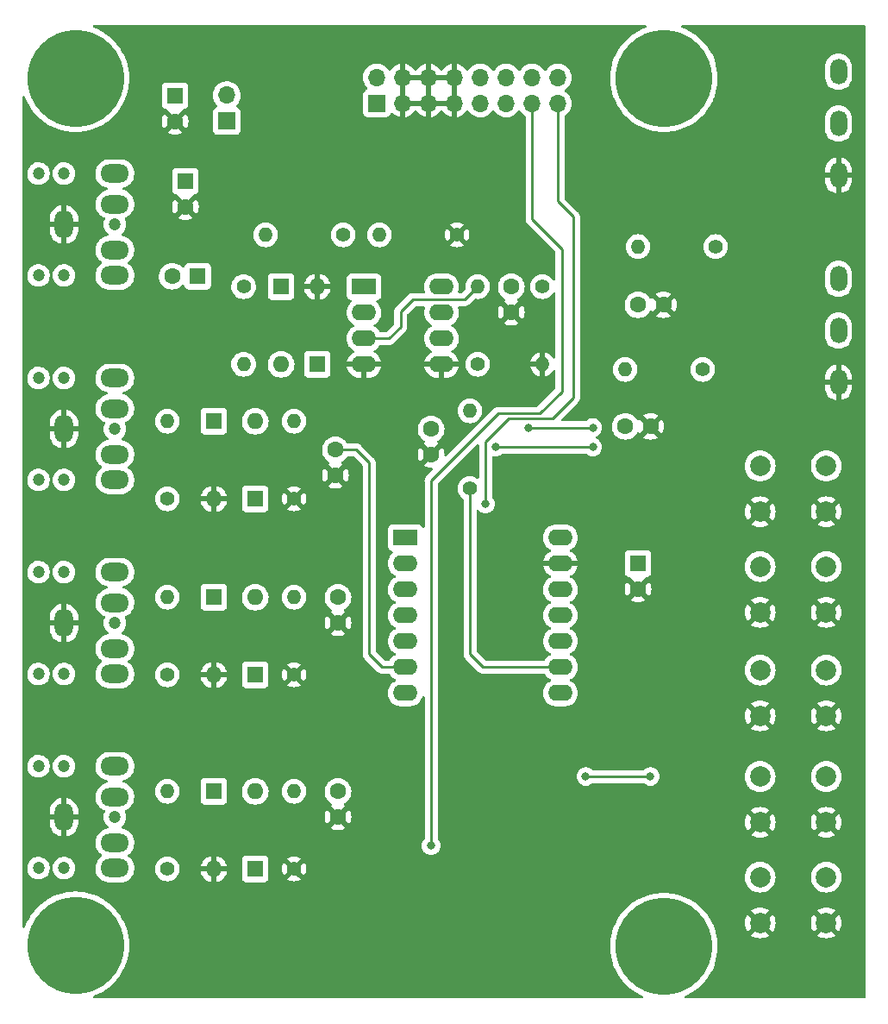
<source format=gbl>
%TF.GenerationSoftware,KiCad,Pcbnew,(6.0.1)*%
%TF.CreationDate,2022-10-11T11:00:01-04:00*%
%TF.ProjectId,SYNTH-VCO-01,53594e54-482d-4564-934f-2d30312e6b69,1*%
%TF.SameCoordinates,Original*%
%TF.FileFunction,Copper,L2,Bot*%
%TF.FilePolarity,Positive*%
%FSLAX46Y46*%
G04 Gerber Fmt 4.6, Leading zero omitted, Abs format (unit mm)*
G04 Created by KiCad (PCBNEW (6.0.1)) date 2022-10-11 11:00:01*
%MOMM*%
%LPD*%
G01*
G04 APERTURE LIST*
%TA.AperFunction,ComponentPad*%
%ADD10R,2.400000X1.600000*%
%TD*%
%TA.AperFunction,ComponentPad*%
%ADD11O,2.400000X1.600000*%
%TD*%
%TA.AperFunction,ComponentPad*%
%ADD12R,1.600000X1.600000*%
%TD*%
%TA.AperFunction,ComponentPad*%
%ADD13C,1.600000*%
%TD*%
%TA.AperFunction,ComponentPad*%
%ADD14C,1.400000*%
%TD*%
%TA.AperFunction,ComponentPad*%
%ADD15O,1.400000X1.400000*%
%TD*%
%TA.AperFunction,ComponentPad*%
%ADD16O,1.600000X1.600000*%
%TD*%
%TA.AperFunction,ComponentPad*%
%ADD17C,9.525000*%
%TD*%
%TA.AperFunction,ComponentPad*%
%ADD18O,1.651000X2.540000*%
%TD*%
%TA.AperFunction,ComponentPad*%
%ADD19C,2.000000*%
%TD*%
%TA.AperFunction,ComponentPad*%
%ADD20C,1.200000*%
%TD*%
%TA.AperFunction,ComponentPad*%
%ADD21O,2.800000X1.800000*%
%TD*%
%TA.AperFunction,ComponentPad*%
%ADD22O,1.800000X2.800000*%
%TD*%
%TA.AperFunction,ComponentPad*%
%ADD23R,1.700000X1.700000*%
%TD*%
%TA.AperFunction,ComponentPad*%
%ADD24O,1.700000X1.700000*%
%TD*%
%TA.AperFunction,ViaPad*%
%ADD25C,0.800000*%
%TD*%
%TA.AperFunction,Conductor*%
%ADD26C,0.254000*%
%TD*%
G04 APERTURE END LIST*
D10*
%TO.P,U2,1*%
%TO.N,Net-(D1-Pad2)*%
X120406008Y-49032008D03*
D11*
%TO.P,U2,2,-*%
%TO.N,Net-(R1-Pad1)*%
X120406008Y-51572008D03*
%TO.P,U2,3,+*%
%TO.N,/PRE_FILT*%
X120406008Y-54112008D03*
%TO.P,U2,4,V-*%
%TO.N,GND*%
X120406008Y-56652008D03*
%TO.P,U2,5,+*%
X128026008Y-56652008D03*
%TO.P,U2,6,-*%
%TO.N,Net-(U2-Pad6)*%
X128026008Y-54112008D03*
%TO.P,U2,7*%
X128026008Y-51572008D03*
%TO.P,U2,8,V+*%
%TO.N,+5V*%
X128026008Y-49032008D03*
%TD*%
D12*
%TO.P,C2,1*%
%TO.N,+5V*%
X102870000Y-38672888D03*
D13*
%TO.P,C2,2*%
%TO.N,GND*%
X102870000Y-41172888D03*
%TD*%
D14*
%TO.P,R9,1*%
%TO.N,/GATE*%
X101092000Y-69850000D03*
D15*
%TO.P,R9,2*%
%TO.N,/GATE_CTL*%
X101092000Y-62230000D03*
%TD*%
D12*
%TO.P,C9,1*%
%TO.N,+3V3*%
X147320000Y-76200000D03*
D13*
%TO.P,C9,2*%
%TO.N,GND*%
X147320000Y-78700000D03*
%TD*%
D12*
%TO.P,D2,1,K*%
%TO.N,Net-(D1-Pad2)*%
X115824000Y-56642000D03*
D16*
%TO.P,D2,2,A*%
%TO.N,GND*%
X115824000Y-49022000D03*
%TD*%
D17*
%TO.P,MTG2,1*%
%TO.N,N/C*%
X92075000Y-113665000D03*
%TD*%
D18*
%TO.P,RV2,1,1*%
%TO.N,+3V3*%
X167005000Y-48260000D03*
%TO.P,RV2,2,2*%
%TO.N,Net-(R7-Pad1)*%
X167005000Y-53340000D03*
%TO.P,RV2,3,3*%
%TO.N,GND*%
X167005000Y-58420000D03*
%TD*%
D12*
%TO.P,D6,1,K*%
%TO.N,+3V3*%
X109728000Y-87122000D03*
D16*
%TO.P,D6,2,A*%
%TO.N,/VPEROCT_CV*%
X109728000Y-79502000D03*
%TD*%
D12*
%TO.P,D8,1,K*%
%TO.N,+3V3*%
X109728000Y-106172000D03*
D16*
%TO.P,D8,2,A*%
%TO.N,/MOD_CV*%
X109728000Y-98552000D03*
%TD*%
D17*
%TO.P,MTG3,1*%
%TO.N,N/C*%
X149860000Y-28575000D03*
%TD*%
D19*
%TO.P,SW2,1,1*%
%TO.N,/MODE_UP_PB*%
X165810000Y-76490000D03*
X159310000Y-76490000D03*
%TO.P,SW2,2,2*%
%TO.N,GND*%
X159310000Y-80990000D03*
X165810000Y-80990000D03*
%TD*%
D12*
%TO.P,D5,1,K*%
%TO.N,/VPEROCT_CV*%
X105664000Y-79502000D03*
D16*
%TO.P,D5,2,A*%
%TO.N,GND*%
X105664000Y-87122000D03*
%TD*%
D19*
%TO.P,SW1,1,1*%
%TO.N,GND*%
X165810000Y-71120000D03*
X159310000Y-71120000D03*
%TO.P,SW1,2,2*%
%TO.N,/TIMBRE_PB*%
X165810000Y-66620000D03*
X159310000Y-66620000D03*
%TD*%
D14*
%TO.P,R13,1*%
%TO.N,/CV*%
X101092000Y-106172000D03*
D15*
%TO.P,R13,2*%
%TO.N,/MOD_CV*%
X101092000Y-98552000D03*
%TD*%
D14*
%TO.P,R3,1*%
%TO.N,Net-(R3-Pad1)*%
X154940000Y-45085000D03*
D15*
%TO.P,R3,2*%
%TO.N,/MOD_POT*%
X147320000Y-45085000D03*
%TD*%
D14*
%TO.P,R1,1*%
%TO.N,Net-(R1-Pad1)*%
X118364000Y-43942000D03*
D15*
%TO.P,R1,2*%
%TO.N,Net-(D1-Pad2)*%
X110744000Y-43942000D03*
%TD*%
D20*
%TO.P,J5,90*%
%TO.N,N/C*%
X88448000Y-106092000D03*
X95948000Y-101092000D03*
X88448000Y-96092000D03*
X90948000Y-96092000D03*
X90948000Y-106092000D03*
D21*
%TO.P,J5,R*%
%TO.N,unconnected-(J5-PadR)*%
X95948000Y-96092000D03*
%TO.P,J5,RN*%
%TO.N,N/C*%
X95948000Y-99092000D03*
D22*
%TO.P,J5,S*%
%TO.N,GND*%
X90948000Y-101092000D03*
D21*
%TO.P,J5,T*%
%TO.N,/CV*%
X95948000Y-106092000D03*
%TO.P,J5,TN*%
%TO.N,N/C*%
X95948000Y-103592000D03*
%TD*%
D13*
%TO.P,C8,1*%
%TO.N,/GATE_CTL*%
X117602000Y-65043990D03*
%TO.P,C8,2*%
%TO.N,GND*%
X117602000Y-67543990D03*
%TD*%
%TO.P,C10,1*%
%TO.N,/VPEROCT_CV*%
X117856000Y-79521990D03*
%TO.P,C10,2*%
%TO.N,GND*%
X117856000Y-82021990D03*
%TD*%
D19*
%TO.P,SW4,1,1*%
%TO.N,GND*%
X159310000Y-101600000D03*
X165810000Y-101600000D03*
%TO.P,SW4,2,2*%
%TO.N,/OCT_UP_PB*%
X159310000Y-97100000D03*
X165810000Y-97100000D03*
%TD*%
D12*
%TO.P,D3,1,K*%
%TO.N,/GATE_CTL*%
X105664000Y-62230000D03*
D16*
%TO.P,D3,2,A*%
%TO.N,GND*%
X105664000Y-69850000D03*
%TD*%
D13*
%TO.P,C6,1*%
%TO.N,Net-(C6-Pad1)*%
X127000000Y-63000001D03*
%TO.P,C6,2*%
%TO.N,GND*%
X127000000Y-65500001D03*
%TD*%
D14*
%TO.P,R5,1*%
%TO.N,Net-(C6-Pad1)*%
X131572000Y-56642000D03*
D15*
%TO.P,R5,2*%
%TO.N,/PRE_FILT*%
X131572000Y-49022000D03*
%TD*%
D14*
%TO.P,R10,1*%
%TO.N,GND*%
X113538000Y-69850000D03*
D15*
%TO.P,R10,2*%
%TO.N,/GATE_CTL*%
X113538000Y-62230000D03*
%TD*%
D14*
%TO.P,R11,1*%
%TO.N,/V_OCT*%
X101092000Y-87122000D03*
D15*
%TO.P,R11,2*%
%TO.N,/VPEROCT_CV*%
X101092000Y-79502000D03*
%TD*%
D13*
%TO.P,C11,1*%
%TO.N,/MOD_CV*%
X117856000Y-98571990D03*
%TO.P,C11,2*%
%TO.N,GND*%
X117856000Y-101071990D03*
%TD*%
D12*
%TO.P,D1,1,K*%
%TO.N,+5V*%
X112268000Y-49022000D03*
D16*
%TO.P,D1,2,A*%
%TO.N,Net-(D1-Pad2)*%
X112268000Y-56642000D03*
%TD*%
D19*
%TO.P,SW3,1,1*%
%TO.N,/MODE_DN_PB*%
X159310000Y-86650000D03*
X165810000Y-86650000D03*
%TO.P,SW3,2,2*%
%TO.N,GND*%
X159310000Y-91150000D03*
X165810000Y-91150000D03*
%TD*%
D12*
%TO.P,D7,1,K*%
%TO.N,/MOD_CV*%
X105664000Y-98552000D03*
D16*
%TO.P,D7,2,A*%
%TO.N,GND*%
X105664000Y-106172000D03*
%TD*%
D14*
%TO.P,R4,1*%
%TO.N,/AUD_OUT*%
X108585000Y-49022000D03*
D15*
%TO.P,R4,2*%
%TO.N,Net-(D1-Pad2)*%
X108585000Y-56642000D03*
%TD*%
D12*
%TO.P,D4,1,K*%
%TO.N,+3V3*%
X109728000Y-69850000D03*
D16*
%TO.P,D4,2,A*%
%TO.N,/GATE_CTL*%
X109728000Y-62230000D03*
%TD*%
D13*
%TO.P,C4,1*%
%TO.N,/PRE_FILT*%
X134874000Y-49041990D03*
%TO.P,C4,2*%
%TO.N,GND*%
X134874000Y-51541990D03*
%TD*%
D23*
%TO.P,J1,1,Pin_1*%
%TO.N,unconnected-(J1-Pad1)*%
X121666000Y-31050000D03*
D24*
%TO.P,J1,2,Pin_2*%
%TO.N,unconnected-(J1-Pad2)*%
X121666000Y-28510000D03*
%TO.P,J1,3,Pin_3*%
%TO.N,GND*%
X124206000Y-31050000D03*
%TO.P,J1,4,Pin_4*%
X124206000Y-28510000D03*
%TO.P,J1,5,Pin_5*%
X126746000Y-31050000D03*
%TO.P,J1,6,Pin_6*%
X126746000Y-28510000D03*
%TO.P,J1,7,Pin_7*%
X129286000Y-31050000D03*
%TO.P,J1,8,Pin_8*%
X129286000Y-28510000D03*
%TO.P,J1,9,Pin_9*%
%TO.N,+12V*%
X131826000Y-31050000D03*
%TO.P,J1,10,Pin_10*%
X131826000Y-28510000D03*
%TO.P,J1,11,Pin_11*%
%TO.N,+5V*%
X134366000Y-31050000D03*
%TO.P,J1,12,Pin_12*%
X134366000Y-28510000D03*
%TO.P,J1,13,Pin_13*%
%TO.N,/CV*%
X136906000Y-31050000D03*
%TO.P,J1,14,Pin_14*%
X136906000Y-28510000D03*
%TO.P,J1,15,Pin_15*%
%TO.N,/GATE*%
X139446000Y-31050000D03*
%TO.P,J1,16,Pin_16*%
X139446000Y-28510000D03*
%TD*%
D14*
%TO.P,R7,1*%
%TO.N,Net-(R7-Pad1)*%
X153670000Y-57150000D03*
D15*
%TO.P,R7,2*%
%TO.N,/FREQ_POT*%
X146050000Y-57150000D03*
%TD*%
D10*
%TO.P,U3,1,D0/P26*%
%TO.N,/VPEROCT_CV*%
X124460000Y-73660000D03*
D11*
%TO.P,U3,2,D1/P27*%
%TO.N,/FREQ_POT*%
X124460000Y-76200000D03*
%TO.P,U3,3,D2/P28*%
%TO.N,/MOD_CV*%
X124460000Y-78740000D03*
%TO.P,U3,4,D3/P29*%
%TO.N,/MOD_POT*%
X124460000Y-81280000D03*
%TO.P,U3,5,D4/SDA/P6*%
%TO.N,/TIMBRE_PB*%
X124460000Y-83820000D03*
%TO.P,U3,6,D5/SCL/P7*%
%TO.N,/GATE_CTL*%
X124460000Y-86360000D03*
%TO.P,U3,7,D6/TX/P0*%
%TO.N,/OCT_UP_PB*%
X124460000Y-88900000D03*
%TO.P,U3,8,D7/RX/P1*%
%TO.N,/OCT_DN_PB*%
X139700000Y-88900000D03*
%TO.P,U3,9,D8/SCK/P2*%
%TO.N,/WAV*%
X139700000Y-86360000D03*
%TO.P,U3,10,D9/MISO/P4*%
%TO.N,/MODE_DN_PB*%
X139700000Y-83820000D03*
%TO.P,U3,11,D10/MOSI/P3*%
%TO.N,/MODE_UP_PB*%
X139700000Y-81280000D03*
%TO.P,U3,12,3.3V*%
%TO.N,+3V3*%
X139700000Y-78740000D03*
%TO.P,U3,13,GND*%
%TO.N,GND*%
X139700000Y-76200000D03*
%TO.P,U3,14,5V*%
%TO.N,+5V*%
X139700000Y-73660000D03*
%TD*%
D23*
%TO.P,H1,1,Pin_1*%
%TO.N,+5V*%
X106934000Y-32771000D03*
D24*
%TO.P,H1,2,Pin_2*%
%TO.N,Net-(C1-Pad1)*%
X106934000Y-30231000D03*
%TD*%
D17*
%TO.P,MTG4,1*%
%TO.N,N/C*%
X149860000Y-113792000D03*
%TD*%
%TO.P,MTG1,1*%
%TO.N,N/C*%
X92075000Y-28575000D03*
%TD*%
D14*
%TO.P,R14,1*%
%TO.N,GND*%
X113538000Y-106172000D03*
D15*
%TO.P,R14,2*%
%TO.N,/MOD_CV*%
X113538000Y-98552000D03*
%TD*%
D13*
%TO.P,C5,1*%
%TO.N,/MOD_POT*%
X147320000Y-50800000D03*
%TO.P,C5,2*%
%TO.N,GND*%
X149820000Y-50800000D03*
%TD*%
D14*
%TO.P,R2,1*%
%TO.N,GND*%
X129540000Y-43942000D03*
D15*
%TO.P,R2,2*%
%TO.N,Net-(R1-Pad1)*%
X121920000Y-43942000D03*
%TD*%
D19*
%TO.P,SW5,1,1*%
%TO.N,/OCT_DN_PB*%
X165810000Y-106970000D03*
X159310000Y-106970000D03*
%TO.P,SW5,2,2*%
%TO.N,GND*%
X165810000Y-111470000D03*
X159310000Y-111470000D03*
%TD*%
D18*
%TO.P,RV1,1,1*%
%TO.N,+3V3*%
X167005000Y-27945000D03*
%TO.P,RV1,2,2*%
%TO.N,Net-(R3-Pad1)*%
X167005000Y-33025000D03*
%TO.P,RV1,3,3*%
%TO.N,GND*%
X167005000Y-38105000D03*
%TD*%
D14*
%TO.P,R6,1*%
%TO.N,/PRE_FILT*%
X137922000Y-49022000D03*
D15*
%TO.P,R6,2*%
%TO.N,GND*%
X137922000Y-56642000D03*
%TD*%
D14*
%TO.P,R8,1*%
%TO.N,/WAV*%
X130810000Y-68834000D03*
D15*
%TO.P,R8,2*%
%TO.N,Net-(C6-Pad1)*%
X130810000Y-61214000D03*
%TD*%
D20*
%TO.P,J3,90*%
%TO.N,N/C*%
X88448000Y-67992000D03*
X90948000Y-57992000D03*
X88448000Y-57992000D03*
X95948000Y-62992000D03*
X90948000Y-67992000D03*
D21*
%TO.P,J3,R*%
%TO.N,unconnected-(J3-PadR)*%
X95948000Y-57992000D03*
%TO.P,J3,RN*%
%TO.N,N/C*%
X95948000Y-60992000D03*
D22*
%TO.P,J3,S*%
%TO.N,GND*%
X90948000Y-62992000D03*
D21*
%TO.P,J3,T*%
%TO.N,/GATE*%
X95948000Y-67992000D03*
%TO.P,J3,TN*%
%TO.N,N/C*%
X95948000Y-65492000D03*
%TD*%
D12*
%TO.P,C3,1*%
%TO.N,/AUD_OUT*%
X104075113Y-48006000D03*
D13*
%TO.P,C3,2*%
%TO.N,Net-(C3-Pad2)*%
X101575113Y-48006000D03*
%TD*%
D20*
%TO.P,J4,90*%
%TO.N,N/C*%
X88448000Y-77042000D03*
X90948000Y-77042000D03*
X95948000Y-82042000D03*
X90948000Y-87042000D03*
X88448000Y-87042000D03*
D21*
%TO.P,J4,R*%
%TO.N,unconnected-(J4-PadR)*%
X95948000Y-77042000D03*
%TO.P,J4,RN*%
%TO.N,N/C*%
X95948000Y-80042000D03*
D22*
%TO.P,J4,S*%
%TO.N,GND*%
X90948000Y-82042000D03*
D21*
%TO.P,J4,T*%
%TO.N,/V_OCT*%
X95948000Y-87042000D03*
%TO.P,J4,TN*%
%TO.N,N/C*%
X95948000Y-84542000D03*
%TD*%
D12*
%TO.P,C1,1*%
%TO.N,Net-(C1-Pad1)*%
X101854000Y-30290888D03*
D13*
%TO.P,C1,2*%
%TO.N,GND*%
X101854000Y-32790888D03*
%TD*%
D20*
%TO.P,J2,90*%
%TO.N,N/C*%
X90948000Y-37926000D03*
X88448000Y-37926000D03*
X90948000Y-47926000D03*
X95948000Y-42926000D03*
X88448000Y-47926000D03*
D21*
%TO.P,J2,R*%
%TO.N,unconnected-(J2-PadR)*%
X95948000Y-37926000D03*
%TO.P,J2,RN*%
%TO.N,N/C*%
X95948000Y-40926000D03*
D22*
%TO.P,J2,S*%
%TO.N,GND*%
X90948000Y-42926000D03*
D21*
%TO.P,J2,T*%
%TO.N,Net-(C3-Pad2)*%
X95948000Y-47926000D03*
%TO.P,J2,TN*%
%TO.N,N/C*%
X95948000Y-45426000D03*
%TD*%
D14*
%TO.P,R12,1*%
%TO.N,GND*%
X113538000Y-87122000D03*
D15*
%TO.P,R12,2*%
%TO.N,/VPEROCT_CV*%
X113538000Y-79502000D03*
%TD*%
D13*
%TO.P,C7,1*%
%TO.N,/FREQ_POT*%
X146069990Y-62738000D03*
%TO.P,C7,2*%
%TO.N,GND*%
X148569990Y-62738000D03*
%TD*%
D25*
%TO.N,GND*%
X111238000Y-38622000D03*
%TO.N,/FREQ_POT*%
X133350000Y-64770000D03*
X142875000Y-64770000D03*
%TO.N,/MOD_POT*%
X142875000Y-62865000D03*
X136525000Y-62865000D03*
%TO.N,/CV*%
X127000000Y-103886000D03*
%TO.N,/GATE*%
X132334000Y-70358000D03*
%TO.N,/OCT_UP_PB*%
X148535000Y-97100000D03*
X142185000Y-97100000D03*
%TD*%
D26*
%TO.N,/PRE_FILT*%
X130302000Y-50292000D02*
X131572000Y-49022000D01*
X125208000Y-50292000D02*
X130302000Y-50292000D01*
X124000000Y-53000000D02*
X124000000Y-51500000D01*
X124000000Y-51500000D02*
X125208000Y-50292000D01*
X122888000Y-54112000D02*
X124000000Y-53000000D01*
X120406000Y-54112000D02*
X122888000Y-54112000D01*
%TO.N,/GATE_CTL*%
X124460000Y-86360000D02*
X122174000Y-86360000D01*
X122174000Y-86360000D02*
X120904000Y-85090000D01*
X120904000Y-85090000D02*
X120904000Y-66294000D01*
X117602000Y-65044000D02*
X119654000Y-65044000D01*
X119654000Y-65044000D02*
X120904000Y-66294000D01*
%TO.N,/FREQ_POT*%
X133350000Y-64770000D02*
X142875000Y-64770000D01*
%TO.N,/MOD_POT*%
X136525000Y-62865000D02*
X142875000Y-62865000D01*
%TO.N,/CV*%
X137668000Y-61468000D02*
X133604000Y-61468000D01*
X127000000Y-68072000D02*
X133604000Y-61468000D01*
X136906000Y-31050000D02*
X136906000Y-42418000D01*
X139827000Y-45339000D02*
X139827000Y-59309000D01*
X127000000Y-103886000D02*
X127000000Y-68072000D01*
X139827000Y-59309000D02*
X137668000Y-61468000D01*
X136906000Y-42418000D02*
X139827000Y-45339000D01*
%TO.N,/GATE*%
X139446000Y-31050000D02*
X139446000Y-40640000D01*
X140970000Y-59944000D02*
X140970000Y-42164000D01*
X132334000Y-70358000D02*
X132334000Y-64262000D01*
X138938000Y-61976000D02*
X140970000Y-59944000D01*
X134620000Y-61976000D02*
X138938000Y-61976000D01*
X132334000Y-64262000D02*
X134620000Y-61976000D01*
X139446000Y-40640000D02*
X140970000Y-42164000D01*
%TO.N,/OCT_UP_PB*%
X148535000Y-97100000D02*
X142185000Y-97100000D01*
%TO.N,/WAV*%
X130810000Y-85090000D02*
X132080000Y-86360000D01*
X130810000Y-68834000D02*
X130810000Y-85090000D01*
X132080000Y-86360000D02*
X139700000Y-86360000D01*
%TD*%
%TA.AperFunction,Conductor*%
%TO.N,GND*%
G36*
X148095219Y-23388002D02*
G01*
X148141712Y-23441658D01*
X148151816Y-23511932D01*
X148122322Y-23576512D01*
X148064986Y-23614168D01*
X148055494Y-23617161D01*
X147630257Y-23793300D01*
X147221989Y-24005831D01*
X146833798Y-24253136D01*
X146594853Y-24436485D01*
X146470806Y-24531669D01*
X146470800Y-24531674D01*
X146468638Y-24533333D01*
X146129289Y-24844289D01*
X145818333Y-25183638D01*
X145538136Y-25548798D01*
X145290831Y-25936989D01*
X145078300Y-26345257D01*
X144902161Y-26770494D01*
X144901335Y-26773113D01*
X144901332Y-26773122D01*
X144768542Y-27194280D01*
X144763754Y-27209465D01*
X144664133Y-27658828D01*
X144604055Y-28115164D01*
X144603935Y-28117913D01*
X144603934Y-28117924D01*
X144596311Y-28292522D01*
X144583978Y-28575000D01*
X144584098Y-28577748D01*
X144603050Y-29011811D01*
X144604055Y-29034836D01*
X144640332Y-29310383D01*
X144663616Y-29487242D01*
X144664133Y-29491172D01*
X144763754Y-29940535D01*
X144764582Y-29943160D01*
X144764583Y-29943165D01*
X144899649Y-30371538D01*
X144902161Y-30379506D01*
X145011480Y-30643425D01*
X145074679Y-30796000D01*
X145078300Y-30804743D01*
X145290831Y-31213011D01*
X145538136Y-31601202D01*
X145693200Y-31803285D01*
X145806953Y-31951531D01*
X145818333Y-31966362D01*
X146129289Y-32305711D01*
X146468638Y-32616667D01*
X146470800Y-32618326D01*
X146470806Y-32618331D01*
X146594853Y-32713515D01*
X146833798Y-32896864D01*
X147221989Y-33144169D01*
X147630257Y-33356700D01*
X148055494Y-33532839D01*
X148058114Y-33533665D01*
X148058122Y-33533668D01*
X148491835Y-33670417D01*
X148491840Y-33670418D01*
X148494465Y-33671246D01*
X148943828Y-33770867D01*
X148946548Y-33771225D01*
X148946553Y-33771226D01*
X149117423Y-33793721D01*
X149400164Y-33830945D01*
X149402913Y-33831065D01*
X149402924Y-33831066D01*
X149857252Y-33850902D01*
X149860000Y-33851022D01*
X149862748Y-33850902D01*
X150317076Y-33831066D01*
X150317087Y-33831065D01*
X150319836Y-33830945D01*
X150602577Y-33793721D01*
X150773447Y-33771226D01*
X150773452Y-33771225D01*
X150776172Y-33770867D01*
X151225535Y-33671246D01*
X151228160Y-33670418D01*
X151228165Y-33670417D01*
X151661878Y-33533668D01*
X151661886Y-33533665D01*
X151664506Y-33532839D01*
X151676799Y-33527747D01*
X165671000Y-33527747D01*
X165686248Y-33702032D01*
X165687672Y-33707345D01*
X165687672Y-33707347D01*
X165730640Y-33867705D01*
X165746661Y-33927498D01*
X165748983Y-33932478D01*
X165748984Y-33932480D01*
X165842983Y-34134061D01*
X165842986Y-34134066D01*
X165845309Y-34139048D01*
X165979193Y-34330254D01*
X166144246Y-34495307D01*
X166148754Y-34498464D01*
X166148757Y-34498466D01*
X166330943Y-34626034D01*
X166335452Y-34629191D01*
X166340434Y-34631514D01*
X166340439Y-34631517D01*
X166542020Y-34725516D01*
X166547002Y-34727839D01*
X166552310Y-34729261D01*
X166552312Y-34729262D01*
X166767153Y-34786828D01*
X166767155Y-34786828D01*
X166772468Y-34788252D01*
X167005000Y-34808596D01*
X167237532Y-34788252D01*
X167242845Y-34786828D01*
X167242847Y-34786828D01*
X167457688Y-34729262D01*
X167457690Y-34729261D01*
X167462998Y-34727839D01*
X167467980Y-34725516D01*
X167669561Y-34631517D01*
X167669566Y-34631514D01*
X167674548Y-34629191D01*
X167679057Y-34626034D01*
X167861243Y-34498466D01*
X167861246Y-34498464D01*
X167865754Y-34495307D01*
X168030807Y-34330254D01*
X168164691Y-34139048D01*
X168167014Y-34134066D01*
X168167017Y-34134061D01*
X168261016Y-33932480D01*
X168261017Y-33932478D01*
X168263339Y-33927498D01*
X168279361Y-33867705D01*
X168322328Y-33707347D01*
X168322328Y-33707345D01*
X168323752Y-33702032D01*
X168339000Y-33527747D01*
X168339000Y-32522253D01*
X168323752Y-32347968D01*
X168312925Y-32307562D01*
X168264762Y-32127812D01*
X168264761Y-32127810D01*
X168263339Y-32122502D01*
X168241903Y-32076532D01*
X168167017Y-31915939D01*
X168167014Y-31915934D01*
X168164691Y-31910952D01*
X168161534Y-31906443D01*
X168033966Y-31724257D01*
X168033964Y-31724254D01*
X168030807Y-31719746D01*
X167865754Y-31554693D01*
X167861246Y-31551536D01*
X167861243Y-31551534D01*
X167679057Y-31423966D01*
X167679055Y-31423965D01*
X167674548Y-31420809D01*
X167669566Y-31418486D01*
X167669561Y-31418483D01*
X167467980Y-31324484D01*
X167467978Y-31324483D01*
X167462998Y-31322161D01*
X167457690Y-31320739D01*
X167457688Y-31320738D01*
X167242847Y-31263172D01*
X167242845Y-31263172D01*
X167237532Y-31261748D01*
X167005000Y-31241404D01*
X166772468Y-31261748D01*
X166767155Y-31263172D01*
X166767153Y-31263172D01*
X166552312Y-31320738D01*
X166552310Y-31320739D01*
X166547002Y-31322161D01*
X166542022Y-31324483D01*
X166542020Y-31324484D01*
X166340439Y-31418483D01*
X166340434Y-31418486D01*
X166335452Y-31420809D01*
X166330945Y-31423965D01*
X166330943Y-31423966D01*
X166148757Y-31551534D01*
X166148754Y-31551536D01*
X166144246Y-31554693D01*
X165979193Y-31719746D01*
X165976036Y-31724254D01*
X165976034Y-31724257D01*
X165848466Y-31906443D01*
X165845309Y-31910952D01*
X165842986Y-31915934D01*
X165842983Y-31915939D01*
X165768097Y-32076532D01*
X165746661Y-32122502D01*
X165745239Y-32127810D01*
X165745238Y-32127812D01*
X165697075Y-32307562D01*
X165686248Y-32347968D01*
X165671000Y-32522253D01*
X165671000Y-33527747D01*
X151676799Y-33527747D01*
X152089743Y-33356700D01*
X152498011Y-33144169D01*
X152886202Y-32896864D01*
X153125147Y-32713515D01*
X153249194Y-32618331D01*
X153249200Y-32618326D01*
X153251362Y-32616667D01*
X153590711Y-32305711D01*
X153901667Y-31966362D01*
X153913048Y-31951531D01*
X154026800Y-31803285D01*
X154181864Y-31601202D01*
X154429169Y-31213011D01*
X154641700Y-30804743D01*
X154645322Y-30796000D01*
X154708520Y-30643425D01*
X154817839Y-30379506D01*
X154820352Y-30371538D01*
X154955417Y-29943165D01*
X154955418Y-29943160D01*
X154956246Y-29940535D01*
X155055867Y-29491172D01*
X155056385Y-29487242D01*
X155079668Y-29310383D01*
X155115945Y-29034836D01*
X155116951Y-29011811D01*
X155135902Y-28577748D01*
X155136022Y-28575000D01*
X155130466Y-28447747D01*
X165671000Y-28447747D01*
X165671238Y-28450464D01*
X165671238Y-28450471D01*
X165673984Y-28481851D01*
X165686248Y-28622032D01*
X165687672Y-28627345D01*
X165687672Y-28627347D01*
X165733417Y-28798069D01*
X165746661Y-28847498D01*
X165748983Y-28852478D01*
X165748984Y-28852480D01*
X165842983Y-29054061D01*
X165842986Y-29054066D01*
X165845309Y-29059048D01*
X165848465Y-29063555D01*
X165848466Y-29063557D01*
X165970522Y-29237870D01*
X165979193Y-29250254D01*
X166144246Y-29415307D01*
X166148754Y-29418464D01*
X166148757Y-29418466D01*
X166330943Y-29546034D01*
X166335452Y-29549191D01*
X166340434Y-29551514D01*
X166340439Y-29551517D01*
X166542020Y-29645516D01*
X166547002Y-29647839D01*
X166552310Y-29649261D01*
X166552312Y-29649262D01*
X166767153Y-29706828D01*
X166767155Y-29706828D01*
X166772468Y-29708252D01*
X167005000Y-29728596D01*
X167237532Y-29708252D01*
X167242845Y-29706828D01*
X167242847Y-29706828D01*
X167457688Y-29649262D01*
X167457690Y-29649261D01*
X167462998Y-29647839D01*
X167467980Y-29645516D01*
X167669561Y-29551517D01*
X167669566Y-29551514D01*
X167674548Y-29549191D01*
X167679057Y-29546034D01*
X167861243Y-29418466D01*
X167861246Y-29418464D01*
X167865754Y-29415307D01*
X168030807Y-29250254D01*
X168039479Y-29237870D01*
X168161534Y-29063557D01*
X168161535Y-29063555D01*
X168164691Y-29059048D01*
X168167014Y-29054066D01*
X168167017Y-29054061D01*
X168261016Y-28852480D01*
X168261017Y-28852478D01*
X168263339Y-28847498D01*
X168276584Y-28798069D01*
X168322328Y-28627347D01*
X168322328Y-28627345D01*
X168323752Y-28622032D01*
X168336016Y-28481851D01*
X168338762Y-28450471D01*
X168338762Y-28450464D01*
X168339000Y-28447747D01*
X168339000Y-27442253D01*
X168323752Y-27267968D01*
X168320601Y-27256209D01*
X168264762Y-27047812D01*
X168264761Y-27047810D01*
X168263339Y-27042502D01*
X168176209Y-26855652D01*
X168167017Y-26835939D01*
X168167014Y-26835934D01*
X168164691Y-26830952D01*
X168161534Y-26826443D01*
X168033966Y-26644257D01*
X168033964Y-26644254D01*
X168030807Y-26639746D01*
X167865754Y-26474693D01*
X167861246Y-26471536D01*
X167861243Y-26471534D01*
X167679057Y-26343966D01*
X167679055Y-26343965D01*
X167674548Y-26340809D01*
X167669566Y-26338486D01*
X167669561Y-26338483D01*
X167467980Y-26244484D01*
X167467978Y-26244483D01*
X167462998Y-26242161D01*
X167457690Y-26240739D01*
X167457688Y-26240738D01*
X167242847Y-26183172D01*
X167242845Y-26183172D01*
X167237532Y-26181748D01*
X167005000Y-26161404D01*
X166772468Y-26181748D01*
X166767155Y-26183172D01*
X166767153Y-26183172D01*
X166552312Y-26240738D01*
X166552310Y-26240739D01*
X166547002Y-26242161D01*
X166542022Y-26244483D01*
X166542020Y-26244484D01*
X166340439Y-26338483D01*
X166340434Y-26338486D01*
X166335452Y-26340809D01*
X166330945Y-26343965D01*
X166330943Y-26343966D01*
X166148757Y-26471534D01*
X166148754Y-26471536D01*
X166144246Y-26474693D01*
X165979193Y-26639746D01*
X165976036Y-26644254D01*
X165976034Y-26644257D01*
X165848466Y-26826443D01*
X165845309Y-26830952D01*
X165842986Y-26835934D01*
X165842983Y-26835939D01*
X165833791Y-26855652D01*
X165746661Y-27042502D01*
X165745239Y-27047810D01*
X165745238Y-27047812D01*
X165689399Y-27256209D01*
X165686248Y-27267968D01*
X165671000Y-27442253D01*
X165671000Y-28447747D01*
X155130466Y-28447747D01*
X155123689Y-28292522D01*
X155116066Y-28117924D01*
X155116065Y-28117913D01*
X155115945Y-28115164D01*
X155055867Y-27658828D01*
X154956246Y-27209465D01*
X154951458Y-27194280D01*
X154818668Y-26773122D01*
X154818665Y-26773113D01*
X154817839Y-26770494D01*
X154641700Y-26345257D01*
X154429169Y-25936989D01*
X154181864Y-25548798D01*
X153901667Y-25183638D01*
X153590711Y-24844289D01*
X153251362Y-24533333D01*
X153249200Y-24531674D01*
X153249194Y-24531669D01*
X153125147Y-24436485D01*
X152886202Y-24253136D01*
X152498011Y-24005831D01*
X152089743Y-23793300D01*
X151664506Y-23617161D01*
X151655014Y-23614168D01*
X151596061Y-23574609D01*
X151567854Y-23509456D01*
X151579348Y-23439396D01*
X151626895Y-23386673D01*
X151692902Y-23368000D01*
X169546000Y-23368000D01*
X169614121Y-23388002D01*
X169660614Y-23441658D01*
X169672000Y-23494000D01*
X169672000Y-118746000D01*
X169651998Y-118814121D01*
X169598342Y-118860614D01*
X169546000Y-118872000D01*
X152003028Y-118872000D01*
X151934907Y-118851998D01*
X151888414Y-118798342D01*
X151878310Y-118728068D01*
X151907804Y-118663488D01*
X151954810Y-118629591D01*
X151963888Y-118625831D01*
X152089743Y-118573700D01*
X152498011Y-118361169D01*
X152886202Y-118113864D01*
X153125147Y-117930515D01*
X153249194Y-117835331D01*
X153249200Y-117835326D01*
X153251362Y-117833667D01*
X153590711Y-117522711D01*
X153901667Y-117183362D01*
X154181864Y-116818202D01*
X154429169Y-116430011D01*
X154641700Y-116021743D01*
X154817839Y-115596506D01*
X154860875Y-115460015D01*
X154955417Y-115160165D01*
X154955418Y-115160160D01*
X154956246Y-115157535D01*
X155055867Y-114708172D01*
X155115945Y-114251836D01*
X155121371Y-114127575D01*
X155135902Y-113794748D01*
X155136022Y-113792000D01*
X155115945Y-113332164D01*
X155069881Y-112982275D01*
X155056226Y-112878553D01*
X155056225Y-112878548D01*
X155055867Y-112875828D01*
X155017479Y-112702670D01*
X158442160Y-112702670D01*
X158447887Y-112710320D01*
X158619042Y-112815205D01*
X158627837Y-112819687D01*
X158837988Y-112906734D01*
X158847373Y-112909783D01*
X159068554Y-112962885D01*
X159078301Y-112964428D01*
X159305070Y-112982275D01*
X159314930Y-112982275D01*
X159541699Y-112964428D01*
X159551446Y-112962885D01*
X159772627Y-112909783D01*
X159782012Y-112906734D01*
X159992163Y-112819687D01*
X160000958Y-112815205D01*
X160168445Y-112712568D01*
X160177400Y-112702670D01*
X164942160Y-112702670D01*
X164947887Y-112710320D01*
X165119042Y-112815205D01*
X165127837Y-112819687D01*
X165337988Y-112906734D01*
X165347373Y-112909783D01*
X165568554Y-112962885D01*
X165578301Y-112964428D01*
X165805070Y-112982275D01*
X165814930Y-112982275D01*
X166041699Y-112964428D01*
X166051446Y-112962885D01*
X166272627Y-112909783D01*
X166282012Y-112906734D01*
X166492163Y-112819687D01*
X166500958Y-112815205D01*
X166668445Y-112712568D01*
X166677907Y-112702110D01*
X166674124Y-112693334D01*
X165822812Y-111842022D01*
X165808868Y-111834408D01*
X165807035Y-111834539D01*
X165800420Y-111838790D01*
X164948920Y-112690290D01*
X164942160Y-112702670D01*
X160177400Y-112702670D01*
X160177907Y-112702110D01*
X160174124Y-112693334D01*
X159322812Y-111842022D01*
X159308868Y-111834408D01*
X159307035Y-111834539D01*
X159300420Y-111838790D01*
X158448920Y-112690290D01*
X158442160Y-112702670D01*
X155017479Y-112702670D01*
X154956246Y-112426465D01*
X154926497Y-112332113D01*
X154818668Y-111990122D01*
X154818665Y-111990114D01*
X154817839Y-111987494D01*
X154641700Y-111562257D01*
X154596240Y-111474930D01*
X157797725Y-111474930D01*
X157815572Y-111701699D01*
X157817115Y-111711446D01*
X157870217Y-111932627D01*
X157873266Y-111942012D01*
X157960313Y-112152163D01*
X157964795Y-112160958D01*
X158067432Y-112328445D01*
X158077890Y-112337907D01*
X158086666Y-112334124D01*
X158937978Y-111482812D01*
X158944356Y-111471132D01*
X159674408Y-111471132D01*
X159674539Y-111472965D01*
X159678790Y-111479580D01*
X160530290Y-112331080D01*
X160542670Y-112337840D01*
X160550320Y-112332113D01*
X160655205Y-112160958D01*
X160659687Y-112152163D01*
X160746734Y-111942012D01*
X160749783Y-111932627D01*
X160802885Y-111711446D01*
X160804428Y-111701699D01*
X160822275Y-111474930D01*
X164297725Y-111474930D01*
X164315572Y-111701699D01*
X164317115Y-111711446D01*
X164370217Y-111932627D01*
X164373266Y-111942012D01*
X164460313Y-112152163D01*
X164464795Y-112160958D01*
X164567432Y-112328445D01*
X164577890Y-112337907D01*
X164586666Y-112334124D01*
X165437978Y-111482812D01*
X165444356Y-111471132D01*
X166174408Y-111471132D01*
X166174539Y-111472965D01*
X166178790Y-111479580D01*
X167030290Y-112331080D01*
X167042670Y-112337840D01*
X167050320Y-112332113D01*
X167155205Y-112160958D01*
X167159687Y-112152163D01*
X167246734Y-111942012D01*
X167249783Y-111932627D01*
X167302885Y-111711446D01*
X167304428Y-111701699D01*
X167322275Y-111474930D01*
X167322275Y-111465070D01*
X167304428Y-111238301D01*
X167302885Y-111228554D01*
X167249783Y-111007373D01*
X167246734Y-110997988D01*
X167159687Y-110787837D01*
X167155205Y-110779042D01*
X167052568Y-110611555D01*
X167042110Y-110602093D01*
X167033334Y-110605876D01*
X166182022Y-111457188D01*
X166174408Y-111471132D01*
X165444356Y-111471132D01*
X165445592Y-111468868D01*
X165445461Y-111467035D01*
X165441210Y-111460420D01*
X164589710Y-110608920D01*
X164577330Y-110602160D01*
X164569680Y-110607887D01*
X164464795Y-110779042D01*
X164460313Y-110787837D01*
X164373266Y-110997988D01*
X164370217Y-111007373D01*
X164317115Y-111228554D01*
X164315572Y-111238301D01*
X164297725Y-111465070D01*
X164297725Y-111474930D01*
X160822275Y-111474930D01*
X160822275Y-111465070D01*
X160804428Y-111238301D01*
X160802885Y-111228554D01*
X160749783Y-111007373D01*
X160746734Y-110997988D01*
X160659687Y-110787837D01*
X160655205Y-110779042D01*
X160552568Y-110611555D01*
X160542110Y-110602093D01*
X160533334Y-110605876D01*
X159682022Y-111457188D01*
X159674408Y-111471132D01*
X158944356Y-111471132D01*
X158945592Y-111468868D01*
X158945461Y-111467035D01*
X158941210Y-111460420D01*
X158089710Y-110608920D01*
X158077330Y-110602160D01*
X158069680Y-110607887D01*
X157964795Y-110779042D01*
X157960313Y-110787837D01*
X157873266Y-110997988D01*
X157870217Y-111007373D01*
X157817115Y-111228554D01*
X157815572Y-111238301D01*
X157797725Y-111465070D01*
X157797725Y-111474930D01*
X154596240Y-111474930D01*
X154429169Y-111153989D01*
X154181864Y-110765798D01*
X153901667Y-110400638D01*
X153752536Y-110237890D01*
X158442093Y-110237890D01*
X158445876Y-110246666D01*
X159297188Y-111097978D01*
X159311132Y-111105592D01*
X159312965Y-111105461D01*
X159319580Y-111101210D01*
X160171080Y-110249710D01*
X160177534Y-110237890D01*
X164942093Y-110237890D01*
X164945876Y-110246666D01*
X165797188Y-111097978D01*
X165811132Y-111105592D01*
X165812965Y-111105461D01*
X165819580Y-111101210D01*
X166671080Y-110249710D01*
X166677840Y-110237330D01*
X166672113Y-110229680D01*
X166500958Y-110124795D01*
X166492163Y-110120313D01*
X166282012Y-110033266D01*
X166272627Y-110030217D01*
X166051446Y-109977115D01*
X166041699Y-109975572D01*
X165814930Y-109957725D01*
X165805070Y-109957725D01*
X165578301Y-109975572D01*
X165568554Y-109977115D01*
X165347373Y-110030217D01*
X165337988Y-110033266D01*
X165127837Y-110120313D01*
X165119042Y-110124795D01*
X164951555Y-110227432D01*
X164942093Y-110237890D01*
X160177534Y-110237890D01*
X160177840Y-110237330D01*
X160172113Y-110229680D01*
X160000958Y-110124795D01*
X159992163Y-110120313D01*
X159782012Y-110033266D01*
X159772627Y-110030217D01*
X159551446Y-109977115D01*
X159541699Y-109975572D01*
X159314930Y-109957725D01*
X159305070Y-109957725D01*
X159078301Y-109975572D01*
X159068554Y-109977115D01*
X158847373Y-110030217D01*
X158837988Y-110033266D01*
X158627837Y-110120313D01*
X158619042Y-110124795D01*
X158451555Y-110227432D01*
X158442093Y-110237890D01*
X153752536Y-110237890D01*
X153590711Y-110061289D01*
X153251362Y-109750333D01*
X153249200Y-109748674D01*
X153249194Y-109748669D01*
X153125147Y-109653485D01*
X152886202Y-109470136D01*
X152498011Y-109222831D01*
X152089743Y-109010300D01*
X151664506Y-108834161D01*
X151661886Y-108833335D01*
X151661878Y-108833332D01*
X151228165Y-108696583D01*
X151228160Y-108696582D01*
X151225535Y-108695754D01*
X150776172Y-108596133D01*
X150773452Y-108595775D01*
X150773447Y-108595774D01*
X150574505Y-108569583D01*
X150319836Y-108536055D01*
X150317087Y-108535935D01*
X150317076Y-108535934D01*
X149862748Y-108516098D01*
X149860000Y-108515978D01*
X149857252Y-108516098D01*
X149402924Y-108535934D01*
X149402913Y-108535935D01*
X149400164Y-108536055D01*
X149145495Y-108569583D01*
X148946553Y-108595774D01*
X148946548Y-108595775D01*
X148943828Y-108596133D01*
X148494465Y-108695754D01*
X148491840Y-108696582D01*
X148491835Y-108696583D01*
X148058122Y-108833332D01*
X148058114Y-108833335D01*
X148055494Y-108834161D01*
X147630257Y-109010300D01*
X147221989Y-109222831D01*
X146833798Y-109470136D01*
X146594853Y-109653485D01*
X146470806Y-109748669D01*
X146470800Y-109748674D01*
X146468638Y-109750333D01*
X146129289Y-110061289D01*
X145818333Y-110400638D01*
X145538136Y-110765798D01*
X145290831Y-111153989D01*
X145078300Y-111562257D01*
X144902161Y-111987494D01*
X144901335Y-111990114D01*
X144901332Y-111990122D01*
X144793503Y-112332113D01*
X144763754Y-112426465D01*
X144664133Y-112875828D01*
X144663775Y-112878548D01*
X144663774Y-112878553D01*
X144650119Y-112982275D01*
X144604055Y-113332164D01*
X144583978Y-113792000D01*
X144584098Y-113794748D01*
X144598630Y-114127575D01*
X144604055Y-114251836D01*
X144664133Y-114708172D01*
X144763754Y-115157535D01*
X144764582Y-115160160D01*
X144764583Y-115160165D01*
X144859126Y-115460015D01*
X144902161Y-115596506D01*
X145078300Y-116021743D01*
X145290831Y-116430011D01*
X145538136Y-116818202D01*
X145818333Y-117183362D01*
X146129289Y-117522711D01*
X146468638Y-117833667D01*
X146470800Y-117835326D01*
X146470806Y-117835331D01*
X146594853Y-117930515D01*
X146833798Y-118113864D01*
X147221989Y-118361169D01*
X147630257Y-118573700D01*
X147756113Y-118625831D01*
X147765190Y-118629591D01*
X147820471Y-118674139D01*
X147842892Y-118741503D01*
X147825334Y-118810294D01*
X147773372Y-118858672D01*
X147716972Y-118872000D01*
X93907902Y-118872000D01*
X93839781Y-118851998D01*
X93793288Y-118798342D01*
X93783184Y-118728068D01*
X93812678Y-118663488D01*
X93870014Y-118625832D01*
X93879506Y-118622839D01*
X94304743Y-118446700D01*
X94713011Y-118234169D01*
X95101202Y-117986864D01*
X95340147Y-117803515D01*
X95464194Y-117708331D01*
X95464200Y-117708326D01*
X95466362Y-117706667D01*
X95805711Y-117395711D01*
X96116667Y-117056362D01*
X96396864Y-116691202D01*
X96644169Y-116303011D01*
X96856700Y-115894743D01*
X97032839Y-115469506D01*
X97045365Y-115429781D01*
X97170417Y-115033165D01*
X97170418Y-115033160D01*
X97171246Y-115030535D01*
X97270867Y-114581172D01*
X97330945Y-114124836D01*
X97351022Y-113665000D01*
X97350170Y-113645483D01*
X97331066Y-113207924D01*
X97331065Y-113207913D01*
X97330945Y-113205164D01*
X97270867Y-112748828D01*
X97171246Y-112299465D01*
X97072081Y-111984953D01*
X97033668Y-111863122D01*
X97033665Y-111863113D01*
X97032839Y-111860494D01*
X96856700Y-111435257D01*
X96644169Y-111026989D01*
X96396864Y-110638798D01*
X96116667Y-110273638D01*
X95805711Y-109934289D01*
X95466362Y-109623333D01*
X95464200Y-109621674D01*
X95464194Y-109621669D01*
X95340147Y-109526485D01*
X95101202Y-109343136D01*
X94713011Y-109095831D01*
X94304743Y-108883300D01*
X93879506Y-108707161D01*
X93876886Y-108706335D01*
X93876878Y-108706332D01*
X93443165Y-108569583D01*
X93443160Y-108569582D01*
X93440535Y-108568754D01*
X92991172Y-108469133D01*
X92988452Y-108468775D01*
X92988447Y-108468774D01*
X92817577Y-108446279D01*
X92534836Y-108409055D01*
X92532087Y-108408935D01*
X92532076Y-108408934D01*
X92077748Y-108389098D01*
X92075000Y-108388978D01*
X92072252Y-108389098D01*
X91617924Y-108408934D01*
X91617913Y-108408935D01*
X91615164Y-108409055D01*
X91332423Y-108446279D01*
X91161553Y-108468774D01*
X91161548Y-108468775D01*
X91158828Y-108469133D01*
X90709465Y-108568754D01*
X90706840Y-108569582D01*
X90706835Y-108569583D01*
X90273122Y-108706332D01*
X90273114Y-108706335D01*
X90270494Y-108707161D01*
X89845257Y-108883300D01*
X89436989Y-109095831D01*
X89048798Y-109343136D01*
X88809853Y-109526485D01*
X88685806Y-109621669D01*
X88685800Y-109621674D01*
X88683638Y-109623333D01*
X88344289Y-109934289D01*
X88033333Y-110273638D01*
X87753136Y-110638798D01*
X87505831Y-111026989D01*
X87293300Y-111435257D01*
X87117161Y-111860494D01*
X87114168Y-111869986D01*
X87074609Y-111928939D01*
X87009456Y-111957146D01*
X86939396Y-111945652D01*
X86886673Y-111898105D01*
X86868000Y-111832098D01*
X86868000Y-106062859D01*
X87335132Y-106062859D01*
X87348457Y-106266151D01*
X87398605Y-106463610D01*
X87483898Y-106648624D01*
X87601479Y-106814997D01*
X87605613Y-106819024D01*
X87737255Y-106947264D01*
X87747410Y-106957157D01*
X87752206Y-106960362D01*
X87752209Y-106960364D01*
X87890264Y-107052609D01*
X87916803Y-107070342D01*
X87922106Y-107072620D01*
X87922109Y-107072622D01*
X88011115Y-107110862D01*
X88103987Y-107150763D01*
X88176817Y-107167243D01*
X88297055Y-107194450D01*
X88297060Y-107194451D01*
X88302692Y-107195725D01*
X88308463Y-107195952D01*
X88308465Y-107195952D01*
X88367622Y-107198276D01*
X88506263Y-107203723D01*
X88707883Y-107174490D01*
X88713347Y-107172635D01*
X88713352Y-107172634D01*
X88895327Y-107110862D01*
X88895332Y-107110860D01*
X88900799Y-107109004D01*
X88907201Y-107105419D01*
X89051877Y-107024396D01*
X89078551Y-107009458D01*
X89235186Y-106879186D01*
X89365458Y-106722551D01*
X89441421Y-106586910D01*
X89462180Y-106549842D01*
X89462181Y-106549840D01*
X89465004Y-106544799D01*
X89466860Y-106539332D01*
X89466862Y-106539327D01*
X89528634Y-106357352D01*
X89528635Y-106357347D01*
X89530490Y-106351883D01*
X89559723Y-106150263D01*
X89561249Y-106092000D01*
X89558571Y-106062859D01*
X89835132Y-106062859D01*
X89848457Y-106266151D01*
X89898605Y-106463610D01*
X89983898Y-106648624D01*
X90101479Y-106814997D01*
X90105613Y-106819024D01*
X90237255Y-106947264D01*
X90247410Y-106957157D01*
X90252206Y-106960362D01*
X90252209Y-106960364D01*
X90390264Y-107052609D01*
X90416803Y-107070342D01*
X90422106Y-107072620D01*
X90422109Y-107072622D01*
X90511115Y-107110862D01*
X90603987Y-107150763D01*
X90676817Y-107167243D01*
X90797055Y-107194450D01*
X90797060Y-107194451D01*
X90802692Y-107195725D01*
X90808463Y-107195952D01*
X90808465Y-107195952D01*
X90867622Y-107198276D01*
X91006263Y-107203723D01*
X91207883Y-107174490D01*
X91213347Y-107172635D01*
X91213352Y-107172634D01*
X91395327Y-107110862D01*
X91395332Y-107110860D01*
X91400799Y-107109004D01*
X91407201Y-107105419D01*
X91551877Y-107024396D01*
X91578551Y-107009458D01*
X91735186Y-106879186D01*
X91865458Y-106722551D01*
X91941421Y-106586910D01*
X91962180Y-106549842D01*
X91962181Y-106549840D01*
X91965004Y-106544799D01*
X91966860Y-106539332D01*
X91966862Y-106539327D01*
X92028634Y-106357352D01*
X92028635Y-106357347D01*
X92030490Y-106351883D01*
X92059723Y-106150263D01*
X92061249Y-106092000D01*
X92055130Y-106025411D01*
X94035977Y-106025411D01*
X94044945Y-106264274D01*
X94048882Y-106283037D01*
X94087871Y-106468856D01*
X94094030Y-106498211D01*
X94181829Y-106720533D01*
X94305832Y-106924883D01*
X94309329Y-106928913D01*
X94458920Y-107101301D01*
X94462493Y-107105419D01*
X94466619Y-107108802D01*
X94466623Y-107108806D01*
X94580010Y-107201777D01*
X94647333Y-107256978D01*
X94651969Y-107259617D01*
X94651972Y-107259619D01*
X94774467Y-107329347D01*
X94855066Y-107375227D01*
X95079753Y-107456784D01*
X95085002Y-107457733D01*
X95085005Y-107457734D01*
X95310885Y-107498580D01*
X95310893Y-107498581D01*
X95314969Y-107499318D01*
X95333359Y-107500185D01*
X95338544Y-107500430D01*
X95338551Y-107500430D01*
X95340032Y-107500500D01*
X96508012Y-107500500D01*
X96686175Y-107485383D01*
X96691339Y-107484043D01*
X96691343Y-107484042D01*
X96912375Y-107426673D01*
X96912380Y-107426671D01*
X96917540Y-107425332D01*
X97006816Y-107385116D01*
X97130619Y-107329347D01*
X97130622Y-107329346D01*
X97135480Y-107327157D01*
X97162214Y-107309159D01*
X97287350Y-107224912D01*
X97333762Y-107193666D01*
X97341525Y-107186261D01*
X97420563Y-107110862D01*
X97506718Y-107028674D01*
X97649402Y-106836900D01*
X97656210Y-106823511D01*
X97755314Y-106628586D01*
X97755314Y-106628585D01*
X97757733Y-106623828D01*
X97813536Y-106444115D01*
X97827032Y-106400651D01*
X97827033Y-106400645D01*
X97828616Y-106395548D01*
X97846722Y-106258943D01*
X97858246Y-106172000D01*
X99878884Y-106172000D01*
X99897314Y-106382655D01*
X99898738Y-106387968D01*
X99898738Y-106387970D01*
X99942112Y-106549842D01*
X99952044Y-106586910D01*
X99954366Y-106591891D01*
X99954367Y-106591892D01*
X100020302Y-106733289D01*
X100041411Y-106778558D01*
X100162699Y-106951776D01*
X100312224Y-107101301D01*
X100485442Y-107222589D01*
X100490420Y-107224910D01*
X100490423Y-107224912D01*
X100664169Y-107305931D01*
X100677090Y-107311956D01*
X100682398Y-107313378D01*
X100682400Y-107313379D01*
X100876030Y-107365262D01*
X100876032Y-107365262D01*
X100881345Y-107366686D01*
X101092000Y-107385116D01*
X101302655Y-107366686D01*
X101307968Y-107365262D01*
X101307970Y-107365262D01*
X101501600Y-107313379D01*
X101501602Y-107313378D01*
X101506910Y-107311956D01*
X101519831Y-107305931D01*
X101693577Y-107224912D01*
X101693580Y-107224910D01*
X101698558Y-107222589D01*
X101871776Y-107101301D01*
X102021301Y-106951776D01*
X102142589Y-106778558D01*
X102163699Y-106733289D01*
X102229633Y-106591892D01*
X102229634Y-106591891D01*
X102231956Y-106586910D01*
X102241889Y-106549842D01*
X102271717Y-106438522D01*
X104381273Y-106438522D01*
X104428764Y-106615761D01*
X104432510Y-106626053D01*
X104524586Y-106823511D01*
X104530069Y-106833007D01*
X104655028Y-107011467D01*
X104662084Y-107019875D01*
X104816125Y-107173916D01*
X104824533Y-107180972D01*
X105002993Y-107305931D01*
X105012489Y-107311414D01*
X105209947Y-107403490D01*
X105220239Y-107407236D01*
X105392503Y-107453394D01*
X105406599Y-107453058D01*
X105410000Y-107445116D01*
X105410000Y-107439967D01*
X105918000Y-107439967D01*
X105921973Y-107453498D01*
X105930522Y-107454727D01*
X106107761Y-107407236D01*
X106118053Y-107403490D01*
X106315511Y-107311414D01*
X106325007Y-107305931D01*
X106503467Y-107180972D01*
X106511875Y-107173916D01*
X106665657Y-107020134D01*
X108419500Y-107020134D01*
X108426255Y-107082316D01*
X108477385Y-107218705D01*
X108564739Y-107335261D01*
X108681295Y-107422615D01*
X108817684Y-107473745D01*
X108879866Y-107480500D01*
X110576134Y-107480500D01*
X110638316Y-107473745D01*
X110774705Y-107422615D01*
X110891261Y-107335261D01*
X110978615Y-107218705D01*
X110990778Y-107186261D01*
X112888294Y-107186261D01*
X112897590Y-107198276D01*
X112927189Y-107219001D01*
X112936677Y-107224479D01*
X113118277Y-107309159D01*
X113128571Y-107312907D01*
X113322122Y-107364769D01*
X113332909Y-107366671D01*
X113532525Y-107384135D01*
X113543475Y-107384135D01*
X113743091Y-107366671D01*
X113753878Y-107364769D01*
X113947429Y-107312907D01*
X113957723Y-107309159D01*
X114139323Y-107224479D01*
X114148811Y-107219001D01*
X114179248Y-107197689D01*
X114187623Y-107187212D01*
X114180554Y-107173764D01*
X113976790Y-106970000D01*
X157796835Y-106970000D01*
X157815465Y-107206711D01*
X157816619Y-107211518D01*
X157816620Y-107211524D01*
X157840174Y-107309633D01*
X157870895Y-107437594D01*
X157872788Y-107442165D01*
X157872789Y-107442167D01*
X157896543Y-107499513D01*
X157961760Y-107656963D01*
X157964346Y-107661183D01*
X158083241Y-107855202D01*
X158083245Y-107855208D01*
X158085824Y-107859416D01*
X158240031Y-108039969D01*
X158420584Y-108194176D01*
X158424792Y-108196755D01*
X158424798Y-108196759D01*
X158618817Y-108315654D01*
X158623037Y-108318240D01*
X158627607Y-108320133D01*
X158627611Y-108320135D01*
X158837833Y-108407211D01*
X158842406Y-108409105D01*
X158922609Y-108428360D01*
X159068476Y-108463380D01*
X159068482Y-108463381D01*
X159073289Y-108464535D01*
X159310000Y-108483165D01*
X159546711Y-108464535D01*
X159551518Y-108463381D01*
X159551524Y-108463380D01*
X159697391Y-108428360D01*
X159777594Y-108409105D01*
X159782167Y-108407211D01*
X159992389Y-108320135D01*
X159992393Y-108320133D01*
X159996963Y-108318240D01*
X160001183Y-108315654D01*
X160195202Y-108196759D01*
X160195208Y-108196755D01*
X160199416Y-108194176D01*
X160379969Y-108039969D01*
X160534176Y-107859416D01*
X160536755Y-107855208D01*
X160536759Y-107855202D01*
X160655654Y-107661183D01*
X160658240Y-107656963D01*
X160723458Y-107499513D01*
X160747211Y-107442167D01*
X160747212Y-107442165D01*
X160749105Y-107437594D01*
X160779826Y-107309633D01*
X160803380Y-107211524D01*
X160803381Y-107211518D01*
X160804535Y-107206711D01*
X160823165Y-106970000D01*
X164296835Y-106970000D01*
X164315465Y-107206711D01*
X164316619Y-107211518D01*
X164316620Y-107211524D01*
X164340174Y-107309633D01*
X164370895Y-107437594D01*
X164372788Y-107442165D01*
X164372789Y-107442167D01*
X164396543Y-107499513D01*
X164461760Y-107656963D01*
X164464346Y-107661183D01*
X164583241Y-107855202D01*
X164583245Y-107855208D01*
X164585824Y-107859416D01*
X164740031Y-108039969D01*
X164920584Y-108194176D01*
X164924792Y-108196755D01*
X164924798Y-108196759D01*
X165118817Y-108315654D01*
X165123037Y-108318240D01*
X165127607Y-108320133D01*
X165127611Y-108320135D01*
X165337833Y-108407211D01*
X165342406Y-108409105D01*
X165422609Y-108428360D01*
X165568476Y-108463380D01*
X165568482Y-108463381D01*
X165573289Y-108464535D01*
X165810000Y-108483165D01*
X166046711Y-108464535D01*
X166051518Y-108463381D01*
X166051524Y-108463380D01*
X166197391Y-108428360D01*
X166277594Y-108409105D01*
X166282167Y-108407211D01*
X166492389Y-108320135D01*
X166492393Y-108320133D01*
X166496963Y-108318240D01*
X166501183Y-108315654D01*
X166695202Y-108196759D01*
X166695208Y-108196755D01*
X166699416Y-108194176D01*
X166879969Y-108039969D01*
X167034176Y-107859416D01*
X167036755Y-107855208D01*
X167036759Y-107855202D01*
X167155654Y-107661183D01*
X167158240Y-107656963D01*
X167223458Y-107499513D01*
X167247211Y-107442167D01*
X167247212Y-107442165D01*
X167249105Y-107437594D01*
X167279826Y-107309633D01*
X167303380Y-107211524D01*
X167303381Y-107211518D01*
X167304535Y-107206711D01*
X167323165Y-106970000D01*
X167304535Y-106733289D01*
X167303025Y-106726997D01*
X167257969Y-106539327D01*
X167249105Y-106502406D01*
X167235208Y-106468856D01*
X167160135Y-106287611D01*
X167160133Y-106287607D01*
X167158240Y-106283037D01*
X167143475Y-106258943D01*
X167036759Y-106084798D01*
X167036755Y-106084792D01*
X167034176Y-106080584D01*
X166879969Y-105900031D01*
X166699416Y-105745824D01*
X166695208Y-105743245D01*
X166695202Y-105743241D01*
X166501183Y-105624346D01*
X166496963Y-105621760D01*
X166492393Y-105619867D01*
X166492389Y-105619865D01*
X166282167Y-105532789D01*
X166282165Y-105532788D01*
X166277594Y-105530895D01*
X166191930Y-105510329D01*
X166051524Y-105476620D01*
X166051518Y-105476619D01*
X166046711Y-105475465D01*
X165810000Y-105456835D01*
X165573289Y-105475465D01*
X165568482Y-105476619D01*
X165568476Y-105476620D01*
X165428070Y-105510329D01*
X165342406Y-105530895D01*
X165337835Y-105532788D01*
X165337833Y-105532789D01*
X165127611Y-105619865D01*
X165127607Y-105619867D01*
X165123037Y-105621760D01*
X165118817Y-105624346D01*
X164924798Y-105743241D01*
X164924792Y-105743245D01*
X164920584Y-105745824D01*
X164740031Y-105900031D01*
X164585824Y-106080584D01*
X164583245Y-106084792D01*
X164583241Y-106084798D01*
X164476525Y-106258943D01*
X164461760Y-106283037D01*
X164459867Y-106287607D01*
X164459865Y-106287611D01*
X164384792Y-106468856D01*
X164370895Y-106502406D01*
X164362031Y-106539327D01*
X164316976Y-106726997D01*
X164315465Y-106733289D01*
X164296835Y-106970000D01*
X160823165Y-106970000D01*
X160804535Y-106733289D01*
X160803025Y-106726997D01*
X160757969Y-106539327D01*
X160749105Y-106502406D01*
X160735208Y-106468856D01*
X160660135Y-106287611D01*
X160660133Y-106287607D01*
X160658240Y-106283037D01*
X160643475Y-106258943D01*
X160536759Y-106084798D01*
X160536755Y-106084792D01*
X160534176Y-106080584D01*
X160379969Y-105900031D01*
X160199416Y-105745824D01*
X160195208Y-105743245D01*
X160195202Y-105743241D01*
X160001183Y-105624346D01*
X159996963Y-105621760D01*
X159992393Y-105619867D01*
X159992389Y-105619865D01*
X159782167Y-105532789D01*
X159782165Y-105532788D01*
X159777594Y-105530895D01*
X159691930Y-105510329D01*
X159551524Y-105476620D01*
X159551518Y-105476619D01*
X159546711Y-105475465D01*
X159310000Y-105456835D01*
X159073289Y-105475465D01*
X159068482Y-105476619D01*
X159068476Y-105476620D01*
X158928070Y-105510329D01*
X158842406Y-105530895D01*
X158837835Y-105532788D01*
X158837833Y-105532789D01*
X158627611Y-105619865D01*
X158627607Y-105619867D01*
X158623037Y-105621760D01*
X158618817Y-105624346D01*
X158424798Y-105743241D01*
X158424792Y-105743245D01*
X158420584Y-105745824D01*
X158240031Y-105900031D01*
X158085824Y-106080584D01*
X158083245Y-106084792D01*
X158083241Y-106084798D01*
X157976525Y-106258943D01*
X157961760Y-106283037D01*
X157959867Y-106287607D01*
X157959865Y-106287611D01*
X157884792Y-106468856D01*
X157870895Y-106502406D01*
X157862031Y-106539327D01*
X157816976Y-106726997D01*
X157815465Y-106733289D01*
X157796835Y-106970000D01*
X113976790Y-106970000D01*
X113550812Y-106544022D01*
X113536868Y-106536408D01*
X113535035Y-106536539D01*
X113528420Y-106540790D01*
X112894724Y-107174486D01*
X112888294Y-107186261D01*
X110990778Y-107186261D01*
X111029745Y-107082316D01*
X111036500Y-107020134D01*
X111036500Y-106177475D01*
X112325865Y-106177475D01*
X112343329Y-106377091D01*
X112345231Y-106387878D01*
X112397093Y-106581429D01*
X112400841Y-106591723D01*
X112485521Y-106773323D01*
X112490999Y-106782811D01*
X112512311Y-106813248D01*
X112522788Y-106821623D01*
X112536236Y-106814554D01*
X113165978Y-106184812D01*
X113172356Y-106173132D01*
X113902408Y-106173132D01*
X113902539Y-106174965D01*
X113906790Y-106181580D01*
X114540486Y-106815276D01*
X114552261Y-106821706D01*
X114564276Y-106812410D01*
X114585001Y-106782811D01*
X114590479Y-106773323D01*
X114675159Y-106591723D01*
X114678907Y-106581429D01*
X114730769Y-106387878D01*
X114732671Y-106377091D01*
X114750135Y-106177475D01*
X114750135Y-106166525D01*
X114732671Y-105966909D01*
X114730769Y-105956122D01*
X114678907Y-105762571D01*
X114675159Y-105752277D01*
X114590479Y-105570677D01*
X114585001Y-105561189D01*
X114563689Y-105530752D01*
X114553212Y-105522377D01*
X114539764Y-105529446D01*
X113910022Y-106159188D01*
X113902408Y-106173132D01*
X113172356Y-106173132D01*
X113173592Y-106170868D01*
X113173461Y-106169035D01*
X113169210Y-106162420D01*
X112535514Y-105528724D01*
X112523739Y-105522294D01*
X112511724Y-105531590D01*
X112490999Y-105561189D01*
X112485521Y-105570677D01*
X112400841Y-105752277D01*
X112397093Y-105762571D01*
X112345231Y-105956122D01*
X112343329Y-105966909D01*
X112325865Y-106166525D01*
X112325865Y-106177475D01*
X111036500Y-106177475D01*
X111036500Y-105323866D01*
X111029745Y-105261684D01*
X110990421Y-105156788D01*
X112888377Y-105156788D01*
X112895446Y-105170236D01*
X113525188Y-105799978D01*
X113539132Y-105807592D01*
X113540965Y-105807461D01*
X113547580Y-105803210D01*
X114181276Y-105169514D01*
X114187706Y-105157739D01*
X114178410Y-105145724D01*
X114148811Y-105124999D01*
X114139323Y-105119521D01*
X113957723Y-105034841D01*
X113947429Y-105031093D01*
X113753878Y-104979231D01*
X113743091Y-104977329D01*
X113543475Y-104959865D01*
X113532525Y-104959865D01*
X113332909Y-104977329D01*
X113322122Y-104979231D01*
X113128571Y-105031093D01*
X113118277Y-105034841D01*
X112936677Y-105119521D01*
X112927189Y-105124999D01*
X112896752Y-105146311D01*
X112888377Y-105156788D01*
X110990421Y-105156788D01*
X110978615Y-105125295D01*
X110891261Y-105008739D01*
X110774705Y-104921385D01*
X110638316Y-104870255D01*
X110576134Y-104863500D01*
X108879866Y-104863500D01*
X108817684Y-104870255D01*
X108681295Y-104921385D01*
X108564739Y-105008739D01*
X108477385Y-105125295D01*
X108426255Y-105261684D01*
X108419500Y-105323866D01*
X108419500Y-107020134D01*
X106665657Y-107020134D01*
X106665916Y-107019875D01*
X106672972Y-107011467D01*
X106797931Y-106833007D01*
X106803414Y-106823511D01*
X106895490Y-106626053D01*
X106899236Y-106615761D01*
X106945394Y-106443497D01*
X106945058Y-106429401D01*
X106937116Y-106426000D01*
X105936115Y-106426000D01*
X105920876Y-106430475D01*
X105919671Y-106431865D01*
X105918000Y-106439548D01*
X105918000Y-107439967D01*
X105410000Y-107439967D01*
X105410000Y-106444115D01*
X105405525Y-106428876D01*
X105404135Y-106427671D01*
X105396452Y-106426000D01*
X104396033Y-106426000D01*
X104382502Y-106429973D01*
X104381273Y-106438522D01*
X102271717Y-106438522D01*
X102285262Y-106387970D01*
X102285262Y-106387968D01*
X102286686Y-106382655D01*
X102305116Y-106172000D01*
X102286686Y-105961345D01*
X102274301Y-105915124D01*
X102270383Y-105900503D01*
X104382606Y-105900503D01*
X104382942Y-105914599D01*
X104390884Y-105918000D01*
X105391885Y-105918000D01*
X105407124Y-105913525D01*
X105408329Y-105912135D01*
X105410000Y-105904452D01*
X105410000Y-105899885D01*
X105918000Y-105899885D01*
X105922475Y-105915124D01*
X105923865Y-105916329D01*
X105931548Y-105918000D01*
X106931967Y-105918000D01*
X106945498Y-105914027D01*
X106946727Y-105905478D01*
X106899236Y-105728239D01*
X106895490Y-105717947D01*
X106803414Y-105520489D01*
X106797931Y-105510993D01*
X106672972Y-105332533D01*
X106665916Y-105324125D01*
X106511875Y-105170084D01*
X106503467Y-105163028D01*
X106325007Y-105038069D01*
X106315511Y-105032586D01*
X106118053Y-104940510D01*
X106107761Y-104936764D01*
X105935497Y-104890606D01*
X105921401Y-104890942D01*
X105918000Y-104898884D01*
X105918000Y-105899885D01*
X105410000Y-105899885D01*
X105410000Y-104904033D01*
X105406027Y-104890502D01*
X105397478Y-104889273D01*
X105220239Y-104936764D01*
X105209947Y-104940510D01*
X105012489Y-105032586D01*
X105002993Y-105038069D01*
X104824533Y-105163028D01*
X104816125Y-105170084D01*
X104662084Y-105324125D01*
X104655028Y-105332533D01*
X104530069Y-105510993D01*
X104524586Y-105520489D01*
X104432510Y-105717947D01*
X104428764Y-105728239D01*
X104382606Y-105900503D01*
X102270383Y-105900503D01*
X102233379Y-105762400D01*
X102233378Y-105762398D01*
X102231956Y-105757090D01*
X102213703Y-105717947D01*
X102144912Y-105570423D01*
X102144910Y-105570420D01*
X102142589Y-105565442D01*
X102021301Y-105392224D01*
X101871776Y-105242699D01*
X101698558Y-105121411D01*
X101693580Y-105119090D01*
X101693577Y-105119088D01*
X101511892Y-105034367D01*
X101511891Y-105034366D01*
X101506910Y-105032044D01*
X101501602Y-105030622D01*
X101501600Y-105030621D01*
X101307970Y-104978738D01*
X101307968Y-104978738D01*
X101302655Y-104977314D01*
X101092000Y-104958884D01*
X100881345Y-104977314D01*
X100876032Y-104978738D01*
X100876030Y-104978738D01*
X100682400Y-105030621D01*
X100682398Y-105030622D01*
X100677090Y-105032044D01*
X100672109Y-105034366D01*
X100672108Y-105034367D01*
X100490423Y-105119088D01*
X100490420Y-105119090D01*
X100485442Y-105121411D01*
X100312224Y-105242699D01*
X100162699Y-105392224D01*
X100041411Y-105565442D01*
X100039090Y-105570420D01*
X100039088Y-105570423D01*
X99970297Y-105717947D01*
X99952044Y-105757090D01*
X99950622Y-105762398D01*
X99950621Y-105762400D01*
X99909699Y-105915124D01*
X99897314Y-105961345D01*
X99878884Y-106172000D01*
X97858246Y-106172000D01*
X97859323Y-106163873D01*
X97859323Y-106163869D01*
X97860023Y-106158589D01*
X97859711Y-106150263D01*
X97855023Y-106025411D01*
X97851055Y-105919726D01*
X97818045Y-105762400D01*
X97803067Y-105691016D01*
X97803066Y-105691013D01*
X97801970Y-105685789D01*
X97714171Y-105463467D01*
X97590168Y-105259117D01*
X97512415Y-105169514D01*
X97437007Y-105082614D01*
X97437005Y-105082612D01*
X97433507Y-105078581D01*
X97366292Y-105023468D01*
X97261710Y-104937716D01*
X97221715Y-104879056D01*
X97219784Y-104808086D01*
X97256528Y-104747338D01*
X97271234Y-104735762D01*
X97329336Y-104696646D01*
X97329338Y-104696644D01*
X97333762Y-104693666D01*
X97506718Y-104528674D01*
X97649402Y-104336900D01*
X97689743Y-104257556D01*
X97755314Y-104128586D01*
X97755314Y-104128585D01*
X97757733Y-104123828D01*
X97798361Y-103992984D01*
X97827032Y-103900651D01*
X97827033Y-103900645D01*
X97828616Y-103895548D01*
X97860023Y-103658589D01*
X97851055Y-103419726D01*
X97801970Y-103185789D01*
X97714171Y-102963467D01*
X97590168Y-102759117D01*
X97500103Y-102655326D01*
X97437007Y-102582614D01*
X97437005Y-102582612D01*
X97433507Y-102578581D01*
X97429381Y-102575198D01*
X97429377Y-102575194D01*
X97252795Y-102430407D01*
X97248667Y-102427022D01*
X97244031Y-102424383D01*
X97244028Y-102424381D01*
X97045577Y-102311416D01*
X97040934Y-102308773D01*
X96816247Y-102227216D01*
X96810998Y-102226267D01*
X96810995Y-102226266D01*
X96671832Y-102201101D01*
X96608357Y-102169296D01*
X96601692Y-102158052D01*
X117134493Y-102158052D01*
X117143789Y-102170067D01*
X117194994Y-102205921D01*
X117204489Y-102211404D01*
X117401947Y-102303480D01*
X117412239Y-102307226D01*
X117622688Y-102363615D01*
X117633481Y-102365518D01*
X117850525Y-102384507D01*
X117861475Y-102384507D01*
X118078519Y-102365518D01*
X118089312Y-102363615D01*
X118299761Y-102307226D01*
X118310053Y-102303480D01*
X118507511Y-102211404D01*
X118517006Y-102205921D01*
X118569048Y-102169481D01*
X118577424Y-102159002D01*
X118570356Y-102145556D01*
X117868812Y-101444012D01*
X117854868Y-101436398D01*
X117853035Y-101436529D01*
X117846420Y-101440780D01*
X117140923Y-102146277D01*
X117134493Y-102158052D01*
X96601692Y-102158052D01*
X96572154Y-102108224D01*
X96574717Y-102037273D01*
X96613684Y-101980238D01*
X96627204Y-101968994D01*
X96735186Y-101879186D01*
X96865458Y-101722551D01*
X96965004Y-101544799D01*
X96966860Y-101539332D01*
X96966862Y-101539327D01*
X97028634Y-101357352D01*
X97028635Y-101357347D01*
X97030490Y-101351883D01*
X97059723Y-101150263D01*
X97061249Y-101092000D01*
X97059913Y-101077465D01*
X116543483Y-101077465D01*
X116562472Y-101294509D01*
X116564375Y-101305302D01*
X116620764Y-101515751D01*
X116624510Y-101526043D01*
X116716586Y-101723501D01*
X116722069Y-101732996D01*
X116758509Y-101785038D01*
X116768988Y-101793414D01*
X116782434Y-101786346D01*
X117483978Y-101084802D01*
X117490356Y-101073122D01*
X118220408Y-101073122D01*
X118220539Y-101074955D01*
X118224790Y-101081570D01*
X118930287Y-101787067D01*
X118942062Y-101793497D01*
X118954077Y-101784201D01*
X118989931Y-101732996D01*
X118995414Y-101723501D01*
X119087490Y-101526043D01*
X119091236Y-101515751D01*
X119147625Y-101305302D01*
X119149528Y-101294509D01*
X119168517Y-101077465D01*
X119168517Y-101066515D01*
X119149528Y-100849471D01*
X119147625Y-100838678D01*
X119091236Y-100628229D01*
X119087490Y-100617937D01*
X118995414Y-100420479D01*
X118989931Y-100410984D01*
X118953491Y-100358942D01*
X118943012Y-100350566D01*
X118929566Y-100357634D01*
X118228022Y-101059178D01*
X118220408Y-101073122D01*
X117490356Y-101073122D01*
X117491592Y-101070858D01*
X117491461Y-101069025D01*
X117487210Y-101062410D01*
X116781713Y-100356913D01*
X116769938Y-100350483D01*
X116757923Y-100359779D01*
X116722069Y-100410984D01*
X116716586Y-100420479D01*
X116624510Y-100617937D01*
X116620764Y-100628229D01*
X116564375Y-100838678D01*
X116562472Y-100849471D01*
X116543483Y-101066515D01*
X116543483Y-101077465D01*
X97059913Y-101077465D01*
X97042608Y-100889126D01*
X97028189Y-100838000D01*
X96988875Y-100698606D01*
X96988874Y-100698604D01*
X96987307Y-100693047D01*
X96976680Y-100671496D01*
X96924309Y-100565299D01*
X96912119Y-100495357D01*
X96939678Y-100429927D01*
X96985565Y-100394689D01*
X97130615Y-100329349D01*
X97130619Y-100329347D01*
X97135480Y-100327157D01*
X97333762Y-100193666D01*
X97365630Y-100163266D01*
X97502861Y-100032353D01*
X97506718Y-100028674D01*
X97649402Y-99836900D01*
X97666834Y-99802615D01*
X97755314Y-99628586D01*
X97755314Y-99628585D01*
X97757733Y-99623828D01*
X97801989Y-99481301D01*
X97827032Y-99400651D01*
X97827033Y-99400645D01*
X97828616Y-99395548D01*
X97860023Y-99158589D01*
X97851055Y-98919726D01*
X97801970Y-98685789D01*
X97749134Y-98552000D01*
X99878884Y-98552000D01*
X99897314Y-98762655D01*
X99898738Y-98767968D01*
X99898738Y-98767970D01*
X99940830Y-98925057D01*
X99952044Y-98966910D01*
X99954366Y-98971891D01*
X99954367Y-98971892D01*
X99976860Y-99020127D01*
X100041411Y-99158558D01*
X100162699Y-99331776D01*
X100312224Y-99481301D01*
X100485442Y-99602589D01*
X100490420Y-99604910D01*
X100490423Y-99604912D01*
X100665102Y-99686366D01*
X100677090Y-99691956D01*
X100682398Y-99693378D01*
X100682400Y-99693379D01*
X100876030Y-99745262D01*
X100876032Y-99745262D01*
X100881345Y-99746686D01*
X101092000Y-99765116D01*
X101302655Y-99746686D01*
X101307968Y-99745262D01*
X101307970Y-99745262D01*
X101501600Y-99693379D01*
X101501602Y-99693378D01*
X101506910Y-99691956D01*
X101518898Y-99686366D01*
X101693577Y-99604912D01*
X101693580Y-99604910D01*
X101698558Y-99602589D01*
X101871776Y-99481301D01*
X101952943Y-99400134D01*
X104355500Y-99400134D01*
X104362255Y-99462316D01*
X104413385Y-99598705D01*
X104500739Y-99715261D01*
X104617295Y-99802615D01*
X104753684Y-99853745D01*
X104815866Y-99860500D01*
X106512134Y-99860500D01*
X106574316Y-99853745D01*
X106710705Y-99802615D01*
X106827261Y-99715261D01*
X106914615Y-99598705D01*
X106965745Y-99462316D01*
X106972500Y-99400134D01*
X106972500Y-98552000D01*
X108414502Y-98552000D01*
X108434457Y-98780087D01*
X108435881Y-98785400D01*
X108435881Y-98785402D01*
X108483094Y-98961600D01*
X108493716Y-99001243D01*
X108496039Y-99006224D01*
X108496039Y-99006225D01*
X108588151Y-99203762D01*
X108588154Y-99203767D01*
X108590477Y-99208749D01*
X108643973Y-99285149D01*
X108716415Y-99388606D01*
X108721802Y-99396300D01*
X108883700Y-99558198D01*
X108888208Y-99561355D01*
X108888211Y-99561357D01*
X108916760Y-99581347D01*
X109071251Y-99689523D01*
X109076233Y-99691846D01*
X109076238Y-99691849D01*
X109273775Y-99783961D01*
X109278757Y-99786284D01*
X109284065Y-99787706D01*
X109284067Y-99787707D01*
X109494598Y-99844119D01*
X109494600Y-99844119D01*
X109499913Y-99845543D01*
X109728000Y-99865498D01*
X109956087Y-99845543D01*
X109961400Y-99844119D01*
X109961402Y-99844119D01*
X110171933Y-99787707D01*
X110171935Y-99787706D01*
X110177243Y-99786284D01*
X110182225Y-99783961D01*
X110379762Y-99691849D01*
X110379767Y-99691846D01*
X110384749Y-99689523D01*
X110539240Y-99581347D01*
X110567789Y-99561357D01*
X110567792Y-99561355D01*
X110572300Y-99558198D01*
X110734198Y-99396300D01*
X110739586Y-99388606D01*
X110812027Y-99285149D01*
X110865523Y-99208749D01*
X110867846Y-99203767D01*
X110867849Y-99203762D01*
X110959961Y-99006225D01*
X110959961Y-99006224D01*
X110962284Y-99001243D01*
X110972907Y-98961600D01*
X111020119Y-98785402D01*
X111020119Y-98785400D01*
X111021543Y-98780087D01*
X111041498Y-98552000D01*
X112324884Y-98552000D01*
X112343314Y-98762655D01*
X112344738Y-98767968D01*
X112344738Y-98767970D01*
X112386830Y-98925057D01*
X112398044Y-98966910D01*
X112400366Y-98971891D01*
X112400367Y-98971892D01*
X112422860Y-99020127D01*
X112487411Y-99158558D01*
X112608699Y-99331776D01*
X112758224Y-99481301D01*
X112931442Y-99602589D01*
X112936420Y-99604910D01*
X112936423Y-99604912D01*
X113111102Y-99686366D01*
X113123090Y-99691956D01*
X113128398Y-99693378D01*
X113128400Y-99693379D01*
X113322030Y-99745262D01*
X113322032Y-99745262D01*
X113327345Y-99746686D01*
X113538000Y-99765116D01*
X113748655Y-99746686D01*
X113753968Y-99745262D01*
X113753970Y-99745262D01*
X113947600Y-99693379D01*
X113947602Y-99693378D01*
X113952910Y-99691956D01*
X113964898Y-99686366D01*
X114139577Y-99604912D01*
X114139580Y-99604910D01*
X114144558Y-99602589D01*
X114317776Y-99481301D01*
X114467301Y-99331776D01*
X114588589Y-99158558D01*
X114653141Y-99020127D01*
X114675633Y-98971892D01*
X114675634Y-98971891D01*
X114677956Y-98966910D01*
X114689171Y-98925057D01*
X114731262Y-98767970D01*
X114731262Y-98767968D01*
X114732686Y-98762655D01*
X114749367Y-98571990D01*
X116542502Y-98571990D01*
X116562457Y-98800077D01*
X116563881Y-98805390D01*
X116563881Y-98805392D01*
X116617695Y-99006225D01*
X116621716Y-99021233D01*
X116624039Y-99026214D01*
X116624039Y-99026215D01*
X116716151Y-99223752D01*
X116716154Y-99223757D01*
X116718477Y-99228739D01*
X116757976Y-99285149D01*
X116838534Y-99400197D01*
X116849802Y-99416290D01*
X117011700Y-99578188D01*
X117016208Y-99581345D01*
X117016211Y-99581347D01*
X117119876Y-99653934D01*
X117199251Y-99709513D01*
X117204235Y-99711837D01*
X117206528Y-99713161D01*
X117255521Y-99764543D01*
X117268957Y-99834257D01*
X117242571Y-99900168D01*
X117206528Y-99931399D01*
X117194998Y-99938056D01*
X117142952Y-99974499D01*
X117134576Y-99984978D01*
X117141644Y-99998424D01*
X117843188Y-100699968D01*
X117857132Y-100707582D01*
X117858965Y-100707451D01*
X117865580Y-100703200D01*
X118571077Y-99997703D01*
X118577507Y-99985928D01*
X118568211Y-99973913D01*
X118517002Y-99938056D01*
X118505472Y-99931399D01*
X118456479Y-99880017D01*
X118443042Y-99810303D01*
X118469429Y-99744392D01*
X118505472Y-99713161D01*
X118507765Y-99711837D01*
X118512749Y-99709513D01*
X118592124Y-99653934D01*
X118695789Y-99581347D01*
X118695792Y-99581345D01*
X118700300Y-99578188D01*
X118862198Y-99416290D01*
X118873467Y-99400197D01*
X118954024Y-99285149D01*
X118993523Y-99228739D01*
X118995846Y-99223757D01*
X118995849Y-99223752D01*
X119087961Y-99026215D01*
X119087961Y-99026214D01*
X119090284Y-99021233D01*
X119094306Y-99006225D01*
X119148119Y-98805392D01*
X119148119Y-98805390D01*
X119149543Y-98800077D01*
X119169498Y-98571990D01*
X119149543Y-98343903D01*
X119148119Y-98338588D01*
X119091707Y-98128057D01*
X119091706Y-98128055D01*
X119090284Y-98122747D01*
X119080963Y-98102757D01*
X118995849Y-97920228D01*
X118995846Y-97920223D01*
X118993523Y-97915241D01*
X118898032Y-97778866D01*
X118865357Y-97732201D01*
X118865355Y-97732198D01*
X118862198Y-97727690D01*
X118700300Y-97565792D01*
X118695792Y-97562635D01*
X118695789Y-97562633D01*
X118607054Y-97500500D01*
X118512749Y-97434467D01*
X118507767Y-97432144D01*
X118507762Y-97432141D01*
X118310225Y-97340029D01*
X118310224Y-97340029D01*
X118305243Y-97337706D01*
X118299935Y-97336284D01*
X118299933Y-97336283D01*
X118089402Y-97279871D01*
X118089400Y-97279871D01*
X118084087Y-97278447D01*
X117856000Y-97258492D01*
X117627913Y-97278447D01*
X117622600Y-97279871D01*
X117622598Y-97279871D01*
X117412067Y-97336283D01*
X117412065Y-97336284D01*
X117406757Y-97337706D01*
X117401776Y-97340029D01*
X117401775Y-97340029D01*
X117204238Y-97432141D01*
X117204233Y-97432144D01*
X117199251Y-97434467D01*
X117104946Y-97500500D01*
X117016211Y-97562633D01*
X117016208Y-97562635D01*
X117011700Y-97565792D01*
X116849802Y-97727690D01*
X116846645Y-97732198D01*
X116846643Y-97732201D01*
X116813968Y-97778866D01*
X116718477Y-97915241D01*
X116716154Y-97920223D01*
X116716151Y-97920228D01*
X116631037Y-98102757D01*
X116621716Y-98122747D01*
X116620294Y-98128055D01*
X116620293Y-98128057D01*
X116563881Y-98338588D01*
X116562457Y-98343903D01*
X116542502Y-98571990D01*
X114749367Y-98571990D01*
X114751116Y-98552000D01*
X114732686Y-98341345D01*
X114731262Y-98336030D01*
X114679379Y-98142400D01*
X114679378Y-98142398D01*
X114677956Y-98137090D01*
X114668945Y-98117765D01*
X114590912Y-97950423D01*
X114590910Y-97950420D01*
X114588589Y-97945442D01*
X114467301Y-97772224D01*
X114317776Y-97622699D01*
X114144558Y-97501411D01*
X114139580Y-97499090D01*
X114139577Y-97499088D01*
X113957892Y-97414367D01*
X113957891Y-97414366D01*
X113952910Y-97412044D01*
X113947602Y-97410622D01*
X113947600Y-97410621D01*
X113753970Y-97358738D01*
X113753968Y-97358738D01*
X113748655Y-97357314D01*
X113538000Y-97338884D01*
X113327345Y-97357314D01*
X113322032Y-97358738D01*
X113322030Y-97358738D01*
X113128400Y-97410621D01*
X113128398Y-97410622D01*
X113123090Y-97412044D01*
X113118109Y-97414366D01*
X113118108Y-97414367D01*
X112936423Y-97499088D01*
X112936420Y-97499090D01*
X112931442Y-97501411D01*
X112758224Y-97622699D01*
X112608699Y-97772224D01*
X112487411Y-97945442D01*
X112485090Y-97950420D01*
X112485088Y-97950423D01*
X112407055Y-98117765D01*
X112398044Y-98137090D01*
X112396622Y-98142398D01*
X112396621Y-98142400D01*
X112344738Y-98336030D01*
X112343314Y-98341345D01*
X112324884Y-98552000D01*
X111041498Y-98552000D01*
X111021543Y-98323913D01*
X110975384Y-98151647D01*
X110963707Y-98108067D01*
X110963706Y-98108065D01*
X110962284Y-98102757D01*
X110911577Y-97994015D01*
X110867849Y-97900238D01*
X110867846Y-97900233D01*
X110865523Y-97895251D01*
X110768947Y-97757326D01*
X110737357Y-97712211D01*
X110737355Y-97712208D01*
X110734198Y-97707700D01*
X110572300Y-97545802D01*
X110567792Y-97542645D01*
X110567789Y-97542643D01*
X110466266Y-97471556D01*
X110384749Y-97414477D01*
X110379767Y-97412154D01*
X110379762Y-97412151D01*
X110182225Y-97320039D01*
X110182224Y-97320039D01*
X110177243Y-97317716D01*
X110171935Y-97316294D01*
X110171933Y-97316293D01*
X109961402Y-97259881D01*
X109961400Y-97259881D01*
X109956087Y-97258457D01*
X109728000Y-97238502D01*
X109499913Y-97258457D01*
X109494600Y-97259881D01*
X109494598Y-97259881D01*
X109284067Y-97316293D01*
X109284065Y-97316294D01*
X109278757Y-97317716D01*
X109273776Y-97320039D01*
X109273775Y-97320039D01*
X109076238Y-97412151D01*
X109076233Y-97412154D01*
X109071251Y-97414477D01*
X108989734Y-97471556D01*
X108888211Y-97542643D01*
X108888208Y-97542645D01*
X108883700Y-97545802D01*
X108721802Y-97707700D01*
X108718645Y-97712208D01*
X108718643Y-97712211D01*
X108687053Y-97757326D01*
X108590477Y-97895251D01*
X108588154Y-97900233D01*
X108588151Y-97900238D01*
X108544423Y-97994015D01*
X108493716Y-98102757D01*
X108492294Y-98108065D01*
X108492293Y-98108067D01*
X108480616Y-98151647D01*
X108434457Y-98323913D01*
X108414502Y-98552000D01*
X106972500Y-98552000D01*
X106972500Y-97703866D01*
X106965745Y-97641684D01*
X106914615Y-97505295D01*
X106827261Y-97388739D01*
X106710705Y-97301385D01*
X106574316Y-97250255D01*
X106512134Y-97243500D01*
X104815866Y-97243500D01*
X104753684Y-97250255D01*
X104617295Y-97301385D01*
X104500739Y-97388739D01*
X104413385Y-97505295D01*
X104362255Y-97641684D01*
X104355500Y-97703866D01*
X104355500Y-99400134D01*
X101952943Y-99400134D01*
X102021301Y-99331776D01*
X102142589Y-99158558D01*
X102207141Y-99020127D01*
X102229633Y-98971892D01*
X102229634Y-98971891D01*
X102231956Y-98966910D01*
X102243171Y-98925057D01*
X102285262Y-98767970D01*
X102285262Y-98767968D01*
X102286686Y-98762655D01*
X102305116Y-98552000D01*
X102286686Y-98341345D01*
X102285262Y-98336030D01*
X102233379Y-98142400D01*
X102233378Y-98142398D01*
X102231956Y-98137090D01*
X102222945Y-98117765D01*
X102144912Y-97950423D01*
X102144910Y-97950420D01*
X102142589Y-97945442D01*
X102021301Y-97772224D01*
X101871776Y-97622699D01*
X101698558Y-97501411D01*
X101693580Y-97499090D01*
X101693577Y-97499088D01*
X101511892Y-97414367D01*
X101511891Y-97414366D01*
X101506910Y-97412044D01*
X101501602Y-97410622D01*
X101501600Y-97410621D01*
X101307970Y-97358738D01*
X101307968Y-97358738D01*
X101302655Y-97357314D01*
X101092000Y-97338884D01*
X100881345Y-97357314D01*
X100876032Y-97358738D01*
X100876030Y-97358738D01*
X100682400Y-97410621D01*
X100682398Y-97410622D01*
X100677090Y-97412044D01*
X100672109Y-97414366D01*
X100672108Y-97414367D01*
X100490423Y-97499088D01*
X100490420Y-97499090D01*
X100485442Y-97501411D01*
X100312224Y-97622699D01*
X100162699Y-97772224D01*
X100041411Y-97945442D01*
X100039090Y-97950420D01*
X100039088Y-97950423D01*
X99961055Y-98117765D01*
X99952044Y-98137090D01*
X99950622Y-98142398D01*
X99950621Y-98142400D01*
X99898738Y-98336030D01*
X99897314Y-98341345D01*
X99878884Y-98552000D01*
X97749134Y-98552000D01*
X97714171Y-98463467D01*
X97590168Y-98259117D01*
X97515593Y-98173177D01*
X97437007Y-98082614D01*
X97437005Y-98082612D01*
X97433507Y-98078581D01*
X97429381Y-98075198D01*
X97429377Y-98075194D01*
X97296337Y-97966109D01*
X97248667Y-97927022D01*
X97244031Y-97924383D01*
X97244028Y-97924381D01*
X97045577Y-97811416D01*
X97040934Y-97808773D01*
X96816247Y-97727216D01*
X96810998Y-97726267D01*
X96810995Y-97726266D01*
X96754372Y-97716027D01*
X96690898Y-97684222D01*
X96654694Y-97623150D01*
X96657257Y-97552200D01*
X96697771Y-97493898D01*
X96745139Y-97470079D01*
X96912372Y-97426674D01*
X96912379Y-97426672D01*
X96917540Y-97425332D01*
X97068534Y-97357314D01*
X97130619Y-97329347D01*
X97130622Y-97329346D01*
X97135480Y-97327157D01*
X97333762Y-97193666D01*
X97506718Y-97028674D01*
X97649402Y-96836900D01*
X97662936Y-96810282D01*
X97755314Y-96628586D01*
X97755314Y-96628585D01*
X97757733Y-96623828D01*
X97817776Y-96430460D01*
X97827032Y-96400651D01*
X97827033Y-96400645D01*
X97828616Y-96395548D01*
X97852573Y-96214798D01*
X97859323Y-96163873D01*
X97859323Y-96163869D01*
X97860023Y-96158589D01*
X97859711Y-96150263D01*
X97855023Y-96025411D01*
X97851055Y-95919726D01*
X97815415Y-95749865D01*
X97803067Y-95691016D01*
X97803066Y-95691013D01*
X97801970Y-95685789D01*
X97714171Y-95463467D01*
X97590168Y-95259117D01*
X97500103Y-95155326D01*
X97437007Y-95082614D01*
X97437005Y-95082612D01*
X97433507Y-95078581D01*
X97429381Y-95075198D01*
X97429377Y-95075194D01*
X97252795Y-94930407D01*
X97248667Y-94927022D01*
X97244031Y-94924383D01*
X97244028Y-94924381D01*
X97045577Y-94811416D01*
X97040934Y-94808773D01*
X96816247Y-94727216D01*
X96810998Y-94726267D01*
X96810995Y-94726266D01*
X96585115Y-94685420D01*
X96585107Y-94685419D01*
X96581031Y-94684682D01*
X96562641Y-94683815D01*
X96557456Y-94683570D01*
X96557449Y-94683570D01*
X96555968Y-94683500D01*
X95387988Y-94683500D01*
X95209825Y-94698617D01*
X95204661Y-94699957D01*
X95204657Y-94699958D01*
X94983625Y-94757327D01*
X94983620Y-94757329D01*
X94978460Y-94758668D01*
X94973594Y-94760860D01*
X94765381Y-94854653D01*
X94765378Y-94854654D01*
X94760520Y-94856843D01*
X94562238Y-94990334D01*
X94558381Y-94994013D01*
X94558379Y-94994015D01*
X94526323Y-95024595D01*
X94389282Y-95155326D01*
X94386099Y-95159603D01*
X94386099Y-95159604D01*
X94362470Y-95191363D01*
X94246598Y-95347100D01*
X94138267Y-95560172D01*
X94105413Y-95665978D01*
X94068968Y-95783349D01*
X94068967Y-95783355D01*
X94067384Y-95788452D01*
X94035977Y-96025411D01*
X94044945Y-96264274D01*
X94046040Y-96269492D01*
X94087871Y-96468856D01*
X94094030Y-96498211D01*
X94181829Y-96720533D01*
X94305832Y-96924883D01*
X94309329Y-96928913D01*
X94457791Y-97100000D01*
X94462493Y-97105419D01*
X94466619Y-97108802D01*
X94466623Y-97108806D01*
X94515013Y-97148483D01*
X94647333Y-97256978D01*
X94651969Y-97259617D01*
X94651972Y-97259619D01*
X94822756Y-97356835D01*
X94855066Y-97375227D01*
X95079753Y-97456784D01*
X95085002Y-97457733D01*
X95085005Y-97457734D01*
X95141628Y-97467973D01*
X95205102Y-97499778D01*
X95241306Y-97560850D01*
X95238743Y-97631800D01*
X95198229Y-97690102D01*
X95150861Y-97713921D01*
X94983628Y-97757326D01*
X94983621Y-97757328D01*
X94978460Y-97758668D01*
X94973594Y-97760860D01*
X94765381Y-97854653D01*
X94765378Y-97854654D01*
X94760520Y-97856843D01*
X94562238Y-97990334D01*
X94389282Y-98155326D01*
X94246598Y-98347100D01*
X94244182Y-98351851D01*
X94244180Y-98351855D01*
X94195176Y-98448240D01*
X94138267Y-98560172D01*
X94127956Y-98593380D01*
X94068968Y-98783349D01*
X94068967Y-98783355D01*
X94067384Y-98788452D01*
X94065139Y-98805392D01*
X94037235Y-99015923D01*
X94035977Y-99025411D01*
X94044945Y-99264274D01*
X94046040Y-99269492D01*
X94091145Y-99484460D01*
X94094030Y-99498211D01*
X94181829Y-99720533D01*
X94305832Y-99924883D01*
X94309329Y-99928913D01*
X94399090Y-100032353D01*
X94462493Y-100105419D01*
X94466619Y-100108802D01*
X94466623Y-100108806D01*
X94565629Y-100189985D01*
X94647333Y-100256978D01*
X94651969Y-100259617D01*
X94651972Y-100259619D01*
X94765386Y-100324178D01*
X94855066Y-100375227D01*
X94860086Y-100377049D01*
X94860090Y-100377051D01*
X94901834Y-100392203D01*
X94959043Y-100434247D01*
X94984439Y-100500546D01*
X94970352Y-100569309D01*
X94919492Y-100665978D01*
X94859078Y-100860543D01*
X94835132Y-101062859D01*
X94848457Y-101266151D01*
X94898605Y-101463610D01*
X94983898Y-101648624D01*
X95101479Y-101814997D01*
X95247410Y-101957157D01*
X95265127Y-101968995D01*
X95310654Y-102023471D01*
X95319503Y-102093914D01*
X95288862Y-102157959D01*
X95228460Y-102195270D01*
X95216353Y-102197959D01*
X95215144Y-102198166D01*
X95209825Y-102198617D01*
X95103299Y-102226266D01*
X94983625Y-102257327D01*
X94983620Y-102257329D01*
X94978460Y-102258668D01*
X94973594Y-102260860D01*
X94765381Y-102354653D01*
X94765378Y-102354654D01*
X94760520Y-102356843D01*
X94756096Y-102359822D01*
X94756095Y-102359822D01*
X94726518Y-102379734D01*
X94562238Y-102490334D01*
X94389282Y-102655326D01*
X94246598Y-102847100D01*
X94244182Y-102851851D01*
X94244180Y-102851855D01*
X94150183Y-103036734D01*
X94138267Y-103060172D01*
X94122089Y-103112275D01*
X94068968Y-103283349D01*
X94068967Y-103283355D01*
X94067384Y-103288452D01*
X94058594Y-103354774D01*
X94037431Y-103514444D01*
X94035977Y-103525411D01*
X94044945Y-103764274D01*
X94094030Y-103998211D01*
X94181829Y-104220533D01*
X94305832Y-104424883D01*
X94309329Y-104428913D01*
X94399090Y-104532353D01*
X94462493Y-104605419D01*
X94466624Y-104608806D01*
X94634290Y-104746284D01*
X94674285Y-104804944D01*
X94676216Y-104875914D01*
X94639472Y-104936662D01*
X94624768Y-104948236D01*
X94562238Y-104990334D01*
X94558381Y-104994013D01*
X94558379Y-104994015D01*
X94515583Y-105034841D01*
X94389282Y-105155326D01*
X94386099Y-105159603D01*
X94386099Y-105159604D01*
X94362470Y-105191363D01*
X94246598Y-105347100D01*
X94244182Y-105351851D01*
X94244180Y-105351855D01*
X94190806Y-105456835D01*
X94138267Y-105560172D01*
X94107002Y-105660862D01*
X94068968Y-105783349D01*
X94068967Y-105783355D01*
X94067384Y-105788452D01*
X94035977Y-106025411D01*
X92055130Y-106025411D01*
X92044722Y-105912135D01*
X92043137Y-105894880D01*
X92043136Y-105894877D01*
X92042608Y-105889126D01*
X92015707Y-105793744D01*
X91988875Y-105698606D01*
X91988874Y-105698604D01*
X91987307Y-105693047D01*
X91976680Y-105671496D01*
X91899756Y-105515510D01*
X91897201Y-105510329D01*
X91878796Y-105485681D01*
X91778758Y-105351715D01*
X91778758Y-105351714D01*
X91775305Y-105347091D01*
X91682912Y-105261684D01*
X91629943Y-105212719D01*
X91629940Y-105212717D01*
X91625703Y-105208800D01*
X91579675Y-105179759D01*
X91458288Y-105103169D01*
X91458283Y-105103167D01*
X91453404Y-105100088D01*
X91264180Y-105024595D01*
X91064366Y-104984849D01*
X91058592Y-104984773D01*
X91058588Y-104984773D01*
X90955452Y-104983424D01*
X90860655Y-104982183D01*
X90854958Y-104983162D01*
X90854957Y-104983162D01*
X90791796Y-104994015D01*
X90659870Y-105016684D01*
X90468734Y-105087198D01*
X90463773Y-105090150D01*
X90463772Y-105090150D01*
X90329416Y-105170084D01*
X90293649Y-105191363D01*
X90140478Y-105325690D01*
X90136911Y-105330215D01*
X90136906Y-105330220D01*
X90050331Y-105440040D01*
X90014351Y-105485681D01*
X90011662Y-105490792D01*
X90011660Y-105490795D01*
X89972387Y-105565442D01*
X89919492Y-105665978D01*
X89859078Y-105860543D01*
X89835132Y-106062859D01*
X89558571Y-106062859D01*
X89544722Y-105912135D01*
X89543137Y-105894880D01*
X89543136Y-105894877D01*
X89542608Y-105889126D01*
X89515707Y-105793744D01*
X89488875Y-105698606D01*
X89488874Y-105698604D01*
X89487307Y-105693047D01*
X89476680Y-105671496D01*
X89399756Y-105515510D01*
X89397201Y-105510329D01*
X89378796Y-105485681D01*
X89278758Y-105351715D01*
X89278758Y-105351714D01*
X89275305Y-105347091D01*
X89182912Y-105261684D01*
X89129943Y-105212719D01*
X89129940Y-105212717D01*
X89125703Y-105208800D01*
X89079675Y-105179759D01*
X88958288Y-105103169D01*
X88958283Y-105103167D01*
X88953404Y-105100088D01*
X88764180Y-105024595D01*
X88564366Y-104984849D01*
X88558592Y-104984773D01*
X88558588Y-104984773D01*
X88455452Y-104983424D01*
X88360655Y-104982183D01*
X88354958Y-104983162D01*
X88354957Y-104983162D01*
X88291796Y-104994015D01*
X88159870Y-105016684D01*
X87968734Y-105087198D01*
X87963773Y-105090150D01*
X87963772Y-105090150D01*
X87829416Y-105170084D01*
X87793649Y-105191363D01*
X87640478Y-105325690D01*
X87636911Y-105330215D01*
X87636906Y-105330220D01*
X87550331Y-105440040D01*
X87514351Y-105485681D01*
X87511662Y-105490792D01*
X87511660Y-105490795D01*
X87472387Y-105565442D01*
X87419492Y-105665978D01*
X87359078Y-105860543D01*
X87335132Y-106062859D01*
X86868000Y-106062859D01*
X86868000Y-101649340D01*
X89540000Y-101649340D01*
X89540225Y-101654649D01*
X89554660Y-101824771D01*
X89556452Y-101835259D01*
X89613801Y-102056211D01*
X89617333Y-102066239D01*
X89711085Y-102274363D01*
X89716265Y-102283669D01*
X89843747Y-102473024D01*
X89850406Y-102481307D01*
X90007971Y-102646478D01*
X90015942Y-102653530D01*
X90199082Y-102789790D01*
X90208119Y-102795394D01*
X90411606Y-102898851D01*
X90421459Y-102902852D01*
X90639461Y-102970544D01*
X90649848Y-102972828D01*
X90676043Y-102976300D01*
X90690207Y-102974104D01*
X90694000Y-102960919D01*
X90694000Y-102959282D01*
X91202000Y-102959282D01*
X91205973Y-102972813D01*
X91216580Y-102974338D01*
X91348840Y-102946587D01*
X91359037Y-102943527D01*
X91571340Y-102859685D01*
X91580876Y-102854951D01*
X91776025Y-102736532D01*
X91784618Y-102730266D01*
X91957027Y-102580658D01*
X91964447Y-102573028D01*
X92109180Y-102396512D01*
X92115206Y-102387745D01*
X92228129Y-102189367D01*
X92232595Y-102179703D01*
X92310481Y-101965132D01*
X92313251Y-101954865D01*
X92354081Y-101729068D01*
X92355016Y-101720838D01*
X92355930Y-101701450D01*
X92356000Y-101698474D01*
X92356000Y-101364115D01*
X92351525Y-101348876D01*
X92350135Y-101347671D01*
X92342452Y-101346000D01*
X91220115Y-101346000D01*
X91204876Y-101350475D01*
X91203671Y-101351865D01*
X91202000Y-101359548D01*
X91202000Y-102959282D01*
X90694000Y-102959282D01*
X90694000Y-101364115D01*
X90689525Y-101348876D01*
X90688135Y-101347671D01*
X90680452Y-101346000D01*
X89558115Y-101346000D01*
X89542876Y-101350475D01*
X89541671Y-101351865D01*
X89540000Y-101359548D01*
X89540000Y-101649340D01*
X86868000Y-101649340D01*
X86868000Y-100819885D01*
X89540000Y-100819885D01*
X89544475Y-100835124D01*
X89545865Y-100836329D01*
X89553548Y-100838000D01*
X90675885Y-100838000D01*
X90691124Y-100833525D01*
X90692329Y-100832135D01*
X90694000Y-100824452D01*
X90694000Y-100819885D01*
X91202000Y-100819885D01*
X91206475Y-100835124D01*
X91207865Y-100836329D01*
X91215548Y-100838000D01*
X92337885Y-100838000D01*
X92353124Y-100833525D01*
X92354329Y-100832135D01*
X92356000Y-100824452D01*
X92356000Y-100534660D01*
X92355775Y-100529351D01*
X92341340Y-100359229D01*
X92339548Y-100348741D01*
X92282199Y-100127789D01*
X92278667Y-100117761D01*
X92184915Y-99909637D01*
X92179735Y-99900331D01*
X92052253Y-99710976D01*
X92045594Y-99702693D01*
X91888029Y-99537522D01*
X91880058Y-99530470D01*
X91696918Y-99394210D01*
X91687881Y-99388606D01*
X91484394Y-99285149D01*
X91474541Y-99281148D01*
X91256539Y-99213456D01*
X91246152Y-99211172D01*
X91219957Y-99207700D01*
X91205793Y-99209896D01*
X91202000Y-99223081D01*
X91202000Y-100819885D01*
X90694000Y-100819885D01*
X90694000Y-99224718D01*
X90690027Y-99211187D01*
X90679420Y-99209662D01*
X90547160Y-99237413D01*
X90536963Y-99240473D01*
X90324660Y-99324315D01*
X90315124Y-99329049D01*
X90119975Y-99447468D01*
X90111382Y-99453734D01*
X89938973Y-99603342D01*
X89931553Y-99610972D01*
X89786820Y-99787488D01*
X89780794Y-99796255D01*
X89667871Y-99994633D01*
X89663405Y-100004297D01*
X89585519Y-100218868D01*
X89582749Y-100229135D01*
X89541919Y-100454932D01*
X89540984Y-100463162D01*
X89540070Y-100482550D01*
X89540000Y-100485526D01*
X89540000Y-100819885D01*
X86868000Y-100819885D01*
X86868000Y-96062859D01*
X87335132Y-96062859D01*
X87348457Y-96266151D01*
X87398605Y-96463610D01*
X87483898Y-96648624D01*
X87601479Y-96814997D01*
X87747410Y-96957157D01*
X87752206Y-96960362D01*
X87752209Y-96960364D01*
X87890264Y-97052609D01*
X87916803Y-97070342D01*
X87922106Y-97072620D01*
X87922109Y-97072622D01*
X88011115Y-97110862D01*
X88103987Y-97150763D01*
X88176817Y-97167243D01*
X88297055Y-97194450D01*
X88297060Y-97194451D01*
X88302692Y-97195725D01*
X88308463Y-97195952D01*
X88308465Y-97195952D01*
X88371470Y-97198427D01*
X88506263Y-97203723D01*
X88707883Y-97174490D01*
X88713347Y-97172635D01*
X88713352Y-97172634D01*
X88895327Y-97110862D01*
X88895332Y-97110860D01*
X88900799Y-97109004D01*
X88907201Y-97105419D01*
X89051877Y-97024396D01*
X89078551Y-97009458D01*
X89235186Y-96879186D01*
X89365458Y-96722551D01*
X89465004Y-96544799D01*
X89466860Y-96539332D01*
X89466862Y-96539327D01*
X89528634Y-96357352D01*
X89528635Y-96357347D01*
X89530490Y-96351883D01*
X89559723Y-96150263D01*
X89561249Y-96092000D01*
X89558571Y-96062859D01*
X89835132Y-96062859D01*
X89848457Y-96266151D01*
X89898605Y-96463610D01*
X89983898Y-96648624D01*
X90101479Y-96814997D01*
X90247410Y-96957157D01*
X90252206Y-96960362D01*
X90252209Y-96960364D01*
X90390264Y-97052609D01*
X90416803Y-97070342D01*
X90422106Y-97072620D01*
X90422109Y-97072622D01*
X90511115Y-97110862D01*
X90603987Y-97150763D01*
X90676817Y-97167243D01*
X90797055Y-97194450D01*
X90797060Y-97194451D01*
X90802692Y-97195725D01*
X90808463Y-97195952D01*
X90808465Y-97195952D01*
X90871470Y-97198427D01*
X91006263Y-97203723D01*
X91207883Y-97174490D01*
X91213347Y-97172635D01*
X91213352Y-97172634D01*
X91395327Y-97110862D01*
X91395332Y-97110860D01*
X91400799Y-97109004D01*
X91407201Y-97105419D01*
X91551877Y-97024396D01*
X91578551Y-97009458D01*
X91735186Y-96879186D01*
X91865458Y-96722551D01*
X91965004Y-96544799D01*
X91966860Y-96539332D01*
X91966862Y-96539327D01*
X92028634Y-96357352D01*
X92028635Y-96357347D01*
X92030490Y-96351883D01*
X92059723Y-96150263D01*
X92061249Y-96092000D01*
X92042608Y-95889126D01*
X92015707Y-95793744D01*
X91988875Y-95698606D01*
X91988874Y-95698604D01*
X91987307Y-95693047D01*
X91976680Y-95671496D01*
X91899756Y-95515510D01*
X91897201Y-95510329D01*
X91878796Y-95485681D01*
X91778758Y-95351715D01*
X91778758Y-95351714D01*
X91775305Y-95347091D01*
X91685068Y-95263677D01*
X91629943Y-95212719D01*
X91629940Y-95212717D01*
X91625703Y-95208800D01*
X91547732Y-95159604D01*
X91458288Y-95103169D01*
X91458283Y-95103167D01*
X91453404Y-95100088D01*
X91264180Y-95024595D01*
X91064366Y-94984849D01*
X91058592Y-94984773D01*
X91058588Y-94984773D01*
X90955452Y-94983424D01*
X90860655Y-94982183D01*
X90854958Y-94983162D01*
X90854957Y-94983162D01*
X90791796Y-94994015D01*
X90659870Y-95016684D01*
X90468734Y-95087198D01*
X90463773Y-95090150D01*
X90463772Y-95090150D01*
X90354222Y-95155326D01*
X90293649Y-95191363D01*
X90140478Y-95325690D01*
X90136911Y-95330215D01*
X90136906Y-95330220D01*
X90050331Y-95440040D01*
X90014351Y-95485681D01*
X90011662Y-95490792D01*
X90011660Y-95490795D01*
X89963709Y-95581935D01*
X89919492Y-95665978D01*
X89859078Y-95860543D01*
X89835132Y-96062859D01*
X89558571Y-96062859D01*
X89542608Y-95889126D01*
X89515707Y-95793744D01*
X89488875Y-95698606D01*
X89488874Y-95698604D01*
X89487307Y-95693047D01*
X89476680Y-95671496D01*
X89399756Y-95515510D01*
X89397201Y-95510329D01*
X89378796Y-95485681D01*
X89278758Y-95351715D01*
X89278758Y-95351714D01*
X89275305Y-95347091D01*
X89185068Y-95263677D01*
X89129943Y-95212719D01*
X89129940Y-95212717D01*
X89125703Y-95208800D01*
X89047732Y-95159604D01*
X88958288Y-95103169D01*
X88958283Y-95103167D01*
X88953404Y-95100088D01*
X88764180Y-95024595D01*
X88564366Y-94984849D01*
X88558592Y-94984773D01*
X88558588Y-94984773D01*
X88455452Y-94983424D01*
X88360655Y-94982183D01*
X88354958Y-94983162D01*
X88354957Y-94983162D01*
X88291796Y-94994015D01*
X88159870Y-95016684D01*
X87968734Y-95087198D01*
X87963773Y-95090150D01*
X87963772Y-95090150D01*
X87854222Y-95155326D01*
X87793649Y-95191363D01*
X87640478Y-95325690D01*
X87636911Y-95330215D01*
X87636906Y-95330220D01*
X87550331Y-95440040D01*
X87514351Y-95485681D01*
X87511662Y-95490792D01*
X87511660Y-95490795D01*
X87463709Y-95581935D01*
X87419492Y-95665978D01*
X87359078Y-95860543D01*
X87335132Y-96062859D01*
X86868000Y-96062859D01*
X86868000Y-87012859D01*
X87335132Y-87012859D01*
X87348457Y-87216151D01*
X87398605Y-87413610D01*
X87483898Y-87598624D01*
X87601479Y-87764997D01*
X87605613Y-87769024D01*
X87737255Y-87897264D01*
X87747410Y-87907157D01*
X87752206Y-87910362D01*
X87752209Y-87910364D01*
X87879855Y-87995654D01*
X87916803Y-88020342D01*
X87922106Y-88022620D01*
X87922109Y-88022622D01*
X88098680Y-88098483D01*
X88103987Y-88100763D01*
X88176817Y-88117243D01*
X88297055Y-88144450D01*
X88297060Y-88144451D01*
X88302692Y-88145725D01*
X88308463Y-88145952D01*
X88308465Y-88145952D01*
X88367622Y-88148276D01*
X88506263Y-88153723D01*
X88707883Y-88124490D01*
X88713347Y-88122635D01*
X88713352Y-88122634D01*
X88895327Y-88060862D01*
X88895332Y-88060860D01*
X88900799Y-88059004D01*
X88907201Y-88055419D01*
X89005917Y-88000135D01*
X89078551Y-87959458D01*
X89235186Y-87829186D01*
X89365458Y-87672551D01*
X89442377Y-87535202D01*
X89462180Y-87499842D01*
X89462181Y-87499840D01*
X89465004Y-87494799D01*
X89466860Y-87489332D01*
X89466862Y-87489327D01*
X89528634Y-87307352D01*
X89528635Y-87307347D01*
X89530490Y-87301883D01*
X89559723Y-87100263D01*
X89561249Y-87042000D01*
X89558571Y-87012859D01*
X89835132Y-87012859D01*
X89848457Y-87216151D01*
X89898605Y-87413610D01*
X89983898Y-87598624D01*
X90101479Y-87764997D01*
X90105613Y-87769024D01*
X90237255Y-87897264D01*
X90247410Y-87907157D01*
X90252206Y-87910362D01*
X90252209Y-87910364D01*
X90379855Y-87995654D01*
X90416803Y-88020342D01*
X90422106Y-88022620D01*
X90422109Y-88022622D01*
X90598680Y-88098483D01*
X90603987Y-88100763D01*
X90676817Y-88117243D01*
X90797055Y-88144450D01*
X90797060Y-88144451D01*
X90802692Y-88145725D01*
X90808463Y-88145952D01*
X90808465Y-88145952D01*
X90867622Y-88148276D01*
X91006263Y-88153723D01*
X91207883Y-88124490D01*
X91213347Y-88122635D01*
X91213352Y-88122634D01*
X91395327Y-88060862D01*
X91395332Y-88060860D01*
X91400799Y-88059004D01*
X91407201Y-88055419D01*
X91505917Y-88000135D01*
X91578551Y-87959458D01*
X91735186Y-87829186D01*
X91865458Y-87672551D01*
X91942377Y-87535202D01*
X91962180Y-87499842D01*
X91962181Y-87499840D01*
X91965004Y-87494799D01*
X91966860Y-87489332D01*
X91966862Y-87489327D01*
X92028634Y-87307352D01*
X92028635Y-87307347D01*
X92030490Y-87301883D01*
X92059723Y-87100263D01*
X92061249Y-87042000D01*
X92055130Y-86975411D01*
X94035977Y-86975411D01*
X94044945Y-87214274D01*
X94046040Y-87219492D01*
X94087871Y-87418856D01*
X94094030Y-87448211D01*
X94181829Y-87670533D01*
X94305832Y-87874883D01*
X94309329Y-87878913D01*
X94458920Y-88051301D01*
X94462493Y-88055419D01*
X94466619Y-88058802D01*
X94466623Y-88058806D01*
X94581373Y-88152894D01*
X94647333Y-88206978D01*
X94651969Y-88209617D01*
X94651972Y-88209619D01*
X94774467Y-88279347D01*
X94855066Y-88325227D01*
X95079753Y-88406784D01*
X95085002Y-88407733D01*
X95085005Y-88407734D01*
X95310885Y-88448580D01*
X95310893Y-88448581D01*
X95314969Y-88449318D01*
X95333359Y-88450185D01*
X95338544Y-88450430D01*
X95338551Y-88450430D01*
X95340032Y-88450500D01*
X96508012Y-88450500D01*
X96686175Y-88435383D01*
X96691339Y-88434043D01*
X96691343Y-88434042D01*
X96912375Y-88376673D01*
X96912380Y-88376671D01*
X96917540Y-88375332D01*
X97006816Y-88335116D01*
X97130619Y-88279347D01*
X97130622Y-88279346D01*
X97135480Y-88277157D01*
X97162214Y-88259159D01*
X97185843Y-88243251D01*
X97333762Y-88143666D01*
X97341525Y-88136261D01*
X97421245Y-88060211D01*
X97506718Y-87978674D01*
X97649402Y-87786900D01*
X97656210Y-87773511D01*
X97755314Y-87578586D01*
X97755314Y-87578585D01*
X97757733Y-87573828D01*
X97813536Y-87394115D01*
X97827032Y-87350651D01*
X97827033Y-87350645D01*
X97828616Y-87345548D01*
X97847935Y-87199789D01*
X97858246Y-87122000D01*
X99878884Y-87122000D01*
X99897314Y-87332655D01*
X99898738Y-87337968D01*
X99898738Y-87337970D01*
X99942114Y-87499849D01*
X99952044Y-87536910D01*
X99954366Y-87541891D01*
X99954367Y-87541892D01*
X100038902Y-87723177D01*
X100041411Y-87728558D01*
X100162699Y-87901776D01*
X100312224Y-88051301D01*
X100485442Y-88172589D01*
X100490420Y-88174910D01*
X100490423Y-88174912D01*
X100664169Y-88255931D01*
X100677090Y-88261956D01*
X100682398Y-88263378D01*
X100682400Y-88263379D01*
X100876030Y-88315262D01*
X100876032Y-88315262D01*
X100881345Y-88316686D01*
X101092000Y-88335116D01*
X101302655Y-88316686D01*
X101307968Y-88315262D01*
X101307970Y-88315262D01*
X101501600Y-88263379D01*
X101501602Y-88263378D01*
X101506910Y-88261956D01*
X101519831Y-88255931D01*
X101693577Y-88174912D01*
X101693580Y-88174910D01*
X101698558Y-88172589D01*
X101871776Y-88051301D01*
X102021301Y-87901776D01*
X102142589Y-87728558D01*
X102145099Y-87723177D01*
X102229633Y-87541892D01*
X102229634Y-87541891D01*
X102231956Y-87536910D01*
X102241887Y-87499849D01*
X102271717Y-87388522D01*
X104381273Y-87388522D01*
X104428764Y-87565761D01*
X104432510Y-87576053D01*
X104524586Y-87773511D01*
X104530069Y-87783007D01*
X104655028Y-87961467D01*
X104662084Y-87969875D01*
X104816125Y-88123916D01*
X104824533Y-88130972D01*
X105002993Y-88255931D01*
X105012489Y-88261414D01*
X105209947Y-88353490D01*
X105220239Y-88357236D01*
X105392503Y-88403394D01*
X105406599Y-88403058D01*
X105410000Y-88395116D01*
X105410000Y-88389967D01*
X105918000Y-88389967D01*
X105921973Y-88403498D01*
X105930522Y-88404727D01*
X106107761Y-88357236D01*
X106118053Y-88353490D01*
X106315511Y-88261414D01*
X106325007Y-88255931D01*
X106503467Y-88130972D01*
X106511875Y-88123916D01*
X106665657Y-87970134D01*
X108419500Y-87970134D01*
X108426255Y-88032316D01*
X108477385Y-88168705D01*
X108564739Y-88285261D01*
X108681295Y-88372615D01*
X108817684Y-88423745D01*
X108879866Y-88430500D01*
X110576134Y-88430500D01*
X110638316Y-88423745D01*
X110774705Y-88372615D01*
X110891261Y-88285261D01*
X110978615Y-88168705D01*
X110990778Y-88136261D01*
X112888294Y-88136261D01*
X112897590Y-88148276D01*
X112927189Y-88169001D01*
X112936677Y-88174479D01*
X113118277Y-88259159D01*
X113128571Y-88262907D01*
X113322122Y-88314769D01*
X113332909Y-88316671D01*
X113532525Y-88334135D01*
X113543475Y-88334135D01*
X113743091Y-88316671D01*
X113753878Y-88314769D01*
X113947429Y-88262907D01*
X113957723Y-88259159D01*
X114139323Y-88174479D01*
X114148811Y-88169001D01*
X114179248Y-88147689D01*
X114187623Y-88137212D01*
X114180554Y-88123764D01*
X113550812Y-87494022D01*
X113536868Y-87486408D01*
X113535035Y-87486539D01*
X113528420Y-87490790D01*
X112894724Y-88124486D01*
X112888294Y-88136261D01*
X110990778Y-88136261D01*
X111029745Y-88032316D01*
X111036500Y-87970134D01*
X111036500Y-87127475D01*
X112325865Y-87127475D01*
X112343329Y-87327091D01*
X112345231Y-87337878D01*
X112397093Y-87531429D01*
X112400841Y-87541723D01*
X112485521Y-87723323D01*
X112490999Y-87732811D01*
X112512311Y-87763248D01*
X112522788Y-87771623D01*
X112536236Y-87764554D01*
X113165978Y-87134812D01*
X113172356Y-87123132D01*
X113902408Y-87123132D01*
X113902539Y-87124965D01*
X113906790Y-87131580D01*
X114540486Y-87765276D01*
X114552261Y-87771706D01*
X114564276Y-87762410D01*
X114585001Y-87732811D01*
X114590479Y-87723323D01*
X114675159Y-87541723D01*
X114678907Y-87531429D01*
X114730769Y-87337878D01*
X114732671Y-87327091D01*
X114750135Y-87127475D01*
X114750135Y-87116525D01*
X114732671Y-86916909D01*
X114730769Y-86906122D01*
X114678907Y-86712571D01*
X114675159Y-86702277D01*
X114590479Y-86520677D01*
X114585001Y-86511189D01*
X114563689Y-86480752D01*
X114553212Y-86472377D01*
X114539764Y-86479446D01*
X113910022Y-87109188D01*
X113902408Y-87123132D01*
X113172356Y-87123132D01*
X113173592Y-87120868D01*
X113173461Y-87119035D01*
X113169210Y-87112420D01*
X112535514Y-86478724D01*
X112523739Y-86472294D01*
X112511724Y-86481590D01*
X112490999Y-86511189D01*
X112485521Y-86520677D01*
X112400841Y-86702277D01*
X112397093Y-86712571D01*
X112345231Y-86906122D01*
X112343329Y-86916909D01*
X112325865Y-87116525D01*
X112325865Y-87127475D01*
X111036500Y-87127475D01*
X111036500Y-86273866D01*
X111029745Y-86211684D01*
X110990421Y-86106788D01*
X112888377Y-86106788D01*
X112895446Y-86120236D01*
X113525188Y-86749978D01*
X113539132Y-86757592D01*
X113540965Y-86757461D01*
X113547580Y-86753210D01*
X114181276Y-86119514D01*
X114187706Y-86107739D01*
X114178410Y-86095724D01*
X114148811Y-86074999D01*
X114139323Y-86069521D01*
X113957723Y-85984841D01*
X113947429Y-85981093D01*
X113753878Y-85929231D01*
X113743091Y-85927329D01*
X113543475Y-85909865D01*
X113532525Y-85909865D01*
X113332909Y-85927329D01*
X113322122Y-85929231D01*
X113128571Y-85981093D01*
X113118277Y-85984841D01*
X112936677Y-86069521D01*
X112927189Y-86074999D01*
X112896752Y-86096311D01*
X112888377Y-86106788D01*
X110990421Y-86106788D01*
X110978615Y-86075295D01*
X110891261Y-85958739D01*
X110774705Y-85871385D01*
X110638316Y-85820255D01*
X110576134Y-85813500D01*
X108879866Y-85813500D01*
X108817684Y-85820255D01*
X108681295Y-85871385D01*
X108564739Y-85958739D01*
X108477385Y-86075295D01*
X108426255Y-86211684D01*
X108419500Y-86273866D01*
X108419500Y-87970134D01*
X106665657Y-87970134D01*
X106665916Y-87969875D01*
X106672972Y-87961467D01*
X106797931Y-87783007D01*
X106803414Y-87773511D01*
X106895490Y-87576053D01*
X106899236Y-87565761D01*
X106945394Y-87393497D01*
X106945058Y-87379401D01*
X106937116Y-87376000D01*
X105936115Y-87376000D01*
X105920876Y-87380475D01*
X105919671Y-87381865D01*
X105918000Y-87389548D01*
X105918000Y-88389967D01*
X105410000Y-88389967D01*
X105410000Y-87394115D01*
X105405525Y-87378876D01*
X105404135Y-87377671D01*
X105396452Y-87376000D01*
X104396033Y-87376000D01*
X104382502Y-87379973D01*
X104381273Y-87388522D01*
X102271717Y-87388522D01*
X102285262Y-87337970D01*
X102285262Y-87337968D01*
X102286686Y-87332655D01*
X102305116Y-87122000D01*
X102286686Y-86911345D01*
X102278763Y-86881777D01*
X102270383Y-86850503D01*
X104382606Y-86850503D01*
X104382942Y-86864599D01*
X104390884Y-86868000D01*
X105391885Y-86868000D01*
X105407124Y-86863525D01*
X105408329Y-86862135D01*
X105410000Y-86854452D01*
X105410000Y-86849885D01*
X105918000Y-86849885D01*
X105922475Y-86865124D01*
X105923865Y-86866329D01*
X105931548Y-86868000D01*
X106931967Y-86868000D01*
X106945498Y-86864027D01*
X106946727Y-86855478D01*
X106899236Y-86678239D01*
X106895490Y-86667947D01*
X106803414Y-86470489D01*
X106797931Y-86460993D01*
X106672972Y-86282533D01*
X106665916Y-86274125D01*
X106511875Y-86120084D01*
X106503467Y-86113028D01*
X106325007Y-85988069D01*
X106315511Y-85982586D01*
X106118053Y-85890510D01*
X106107761Y-85886764D01*
X105935497Y-85840606D01*
X105921401Y-85840942D01*
X105918000Y-85848884D01*
X105918000Y-86849885D01*
X105410000Y-86849885D01*
X105410000Y-85854033D01*
X105406027Y-85840502D01*
X105397478Y-85839273D01*
X105220239Y-85886764D01*
X105209947Y-85890510D01*
X105012489Y-85982586D01*
X105002993Y-85988069D01*
X104824533Y-86113028D01*
X104816125Y-86120084D01*
X104662084Y-86274125D01*
X104655028Y-86282533D01*
X104530069Y-86460993D01*
X104524586Y-86470489D01*
X104432510Y-86667947D01*
X104428764Y-86678239D01*
X104382606Y-86850503D01*
X102270383Y-86850503D01*
X102233379Y-86712400D01*
X102233378Y-86712398D01*
X102231956Y-86707090D01*
X102212150Y-86664616D01*
X102144912Y-86520423D01*
X102144910Y-86520420D01*
X102142589Y-86515442D01*
X102021301Y-86342224D01*
X101871776Y-86192699D01*
X101698558Y-86071411D01*
X101693580Y-86069090D01*
X101693577Y-86069088D01*
X101511892Y-85984367D01*
X101511891Y-85984366D01*
X101506910Y-85982044D01*
X101501602Y-85980622D01*
X101501600Y-85980621D01*
X101307970Y-85928738D01*
X101307968Y-85928738D01*
X101302655Y-85927314D01*
X101092000Y-85908884D01*
X100881345Y-85927314D01*
X100876032Y-85928738D01*
X100876030Y-85928738D01*
X100682400Y-85980621D01*
X100682398Y-85980622D01*
X100677090Y-85982044D01*
X100672109Y-85984366D01*
X100672108Y-85984367D01*
X100490423Y-86069088D01*
X100490420Y-86069090D01*
X100485442Y-86071411D01*
X100312224Y-86192699D01*
X100162699Y-86342224D01*
X100041411Y-86515442D01*
X100039090Y-86520420D01*
X100039088Y-86520423D01*
X99971850Y-86664616D01*
X99952044Y-86707090D01*
X99950622Y-86712398D01*
X99950621Y-86712400D01*
X99905237Y-86881777D01*
X99897314Y-86911345D01*
X99878884Y-87122000D01*
X97858246Y-87122000D01*
X97859323Y-87113873D01*
X97859323Y-87113869D01*
X97860023Y-87108589D01*
X97859711Y-87100263D01*
X97854894Y-86971967D01*
X97851055Y-86869726D01*
X97827499Y-86757461D01*
X97803067Y-86641016D01*
X97803066Y-86641013D01*
X97801970Y-86635789D01*
X97714171Y-86413467D01*
X97590168Y-86209117D01*
X97512415Y-86119514D01*
X97437007Y-86032614D01*
X97437005Y-86032612D01*
X97433507Y-86028581D01*
X97366292Y-85973468D01*
X97261710Y-85887716D01*
X97221715Y-85829056D01*
X97219784Y-85758086D01*
X97256528Y-85697338D01*
X97271234Y-85685762D01*
X97329336Y-85646646D01*
X97329338Y-85646644D01*
X97333762Y-85643666D01*
X97506718Y-85478674D01*
X97543651Y-85429035D01*
X97646216Y-85291182D01*
X97649402Y-85286900D01*
X97668520Y-85249299D01*
X97755314Y-85078586D01*
X97755314Y-85078585D01*
X97757733Y-85073828D01*
X97798361Y-84942984D01*
X97827032Y-84850651D01*
X97827033Y-84850645D01*
X97828616Y-84845548D01*
X97846722Y-84708943D01*
X97859323Y-84613873D01*
X97859323Y-84613869D01*
X97860023Y-84608589D01*
X97851055Y-84369726D01*
X97801970Y-84135789D01*
X97714171Y-83913467D01*
X97590168Y-83709117D01*
X97500103Y-83605326D01*
X97437007Y-83532614D01*
X97437005Y-83532612D01*
X97433507Y-83528581D01*
X97429381Y-83525198D01*
X97429377Y-83525194D01*
X97252795Y-83380407D01*
X97248667Y-83377022D01*
X97244031Y-83374383D01*
X97244028Y-83374381D01*
X97045577Y-83261416D01*
X97040934Y-83258773D01*
X96816247Y-83177216D01*
X96810998Y-83176267D01*
X96810995Y-83176266D01*
X96671832Y-83151101D01*
X96608357Y-83119296D01*
X96601692Y-83108052D01*
X117134493Y-83108052D01*
X117143789Y-83120067D01*
X117194994Y-83155921D01*
X117204489Y-83161404D01*
X117401947Y-83253480D01*
X117412239Y-83257226D01*
X117622688Y-83313615D01*
X117633481Y-83315518D01*
X117850525Y-83334507D01*
X117861475Y-83334507D01*
X118078519Y-83315518D01*
X118089312Y-83313615D01*
X118299761Y-83257226D01*
X118310053Y-83253480D01*
X118507511Y-83161404D01*
X118517006Y-83155921D01*
X118569048Y-83119481D01*
X118577424Y-83109002D01*
X118570356Y-83095556D01*
X117868812Y-82394012D01*
X117854868Y-82386398D01*
X117853035Y-82386529D01*
X117846420Y-82390780D01*
X117140923Y-83096277D01*
X117134493Y-83108052D01*
X96601692Y-83108052D01*
X96572154Y-83058224D01*
X96574717Y-82987273D01*
X96613684Y-82930238D01*
X96627204Y-82918994D01*
X96735186Y-82829186D01*
X96865458Y-82672551D01*
X96965004Y-82494799D01*
X96966860Y-82489332D01*
X96966862Y-82489327D01*
X97028634Y-82307352D01*
X97028635Y-82307347D01*
X97030490Y-82301883D01*
X97059723Y-82100263D01*
X97061249Y-82042000D01*
X97059913Y-82027465D01*
X116543483Y-82027465D01*
X116562472Y-82244509D01*
X116564375Y-82255302D01*
X116620764Y-82465751D01*
X116624510Y-82476043D01*
X116716586Y-82673501D01*
X116722069Y-82682996D01*
X116758509Y-82735038D01*
X116768988Y-82743414D01*
X116782434Y-82736346D01*
X117483978Y-82034802D01*
X117490356Y-82023122D01*
X118220408Y-82023122D01*
X118220539Y-82024955D01*
X118224790Y-82031570D01*
X118930287Y-82737067D01*
X118942062Y-82743497D01*
X118954077Y-82734201D01*
X118989931Y-82682996D01*
X118995414Y-82673501D01*
X119087490Y-82476043D01*
X119091236Y-82465751D01*
X119147625Y-82255302D01*
X119149528Y-82244509D01*
X119168517Y-82027465D01*
X119168517Y-82016515D01*
X119149528Y-81799471D01*
X119147625Y-81788678D01*
X119091236Y-81578229D01*
X119087490Y-81567937D01*
X118995414Y-81370479D01*
X118989931Y-81360984D01*
X118953491Y-81308942D01*
X118943012Y-81300566D01*
X118929566Y-81307634D01*
X118228022Y-82009178D01*
X118220408Y-82023122D01*
X117490356Y-82023122D01*
X117491592Y-82020858D01*
X117491461Y-82019025D01*
X117487210Y-82012410D01*
X116781713Y-81306913D01*
X116769938Y-81300483D01*
X116757923Y-81309779D01*
X116722069Y-81360984D01*
X116716586Y-81370479D01*
X116624510Y-81567937D01*
X116620764Y-81578229D01*
X116564375Y-81788678D01*
X116562472Y-81799471D01*
X116543483Y-82016515D01*
X116543483Y-82027465D01*
X97059913Y-82027465D01*
X97043986Y-81854124D01*
X97043137Y-81844880D01*
X97043136Y-81844877D01*
X97042608Y-81839126D01*
X97028189Y-81788000D01*
X96988875Y-81648606D01*
X96988874Y-81648604D01*
X96987307Y-81643047D01*
X96976680Y-81621496D01*
X96924309Y-81515299D01*
X96912119Y-81445357D01*
X96939678Y-81379927D01*
X96985565Y-81344689D01*
X97130615Y-81279349D01*
X97130619Y-81279347D01*
X97135480Y-81277157D01*
X97333762Y-81143666D01*
X97506718Y-80978674D01*
X97649402Y-80786900D01*
X97663943Y-80758301D01*
X97755314Y-80578586D01*
X97755314Y-80578585D01*
X97757733Y-80573828D01*
X97801989Y-80431301D01*
X97827032Y-80350651D01*
X97827033Y-80350645D01*
X97828616Y-80345548D01*
X97855113Y-80145634D01*
X97859323Y-80113873D01*
X97859323Y-80113869D01*
X97860023Y-80108589D01*
X97858848Y-80077278D01*
X97854866Y-79971233D01*
X97851055Y-79869726D01*
X97830879Y-79773566D01*
X97803067Y-79641016D01*
X97803066Y-79641013D01*
X97801970Y-79635789D01*
X97749134Y-79502000D01*
X99878884Y-79502000D01*
X99897314Y-79712655D01*
X99898738Y-79717968D01*
X99898738Y-79717970D01*
X99942114Y-79879849D01*
X99952044Y-79916910D01*
X99954366Y-79921891D01*
X99954367Y-79921892D01*
X99977375Y-79971233D01*
X100041411Y-80108558D01*
X100162699Y-80281776D01*
X100312224Y-80431301D01*
X100485442Y-80552589D01*
X100490420Y-80554910D01*
X100490423Y-80554912D01*
X100665102Y-80636366D01*
X100677090Y-80641956D01*
X100682398Y-80643378D01*
X100682400Y-80643379D01*
X100876030Y-80695262D01*
X100876032Y-80695262D01*
X100881345Y-80696686D01*
X101092000Y-80715116D01*
X101302655Y-80696686D01*
X101307968Y-80695262D01*
X101307970Y-80695262D01*
X101501600Y-80643379D01*
X101501602Y-80643378D01*
X101506910Y-80641956D01*
X101518898Y-80636366D01*
X101693577Y-80554912D01*
X101693580Y-80554910D01*
X101698558Y-80552589D01*
X101871776Y-80431301D01*
X101952943Y-80350134D01*
X104355500Y-80350134D01*
X104362255Y-80412316D01*
X104413385Y-80548705D01*
X104500739Y-80665261D01*
X104617295Y-80752615D01*
X104753684Y-80803745D01*
X104815866Y-80810500D01*
X106512134Y-80810500D01*
X106574316Y-80803745D01*
X106710705Y-80752615D01*
X106827261Y-80665261D01*
X106914615Y-80548705D01*
X106965745Y-80412316D01*
X106972500Y-80350134D01*
X106972500Y-79502000D01*
X108414502Y-79502000D01*
X108434457Y-79730087D01*
X108435881Y-79735400D01*
X108435881Y-79735402D01*
X108483094Y-79911600D01*
X108493716Y-79951243D01*
X108496039Y-79956224D01*
X108496039Y-79956225D01*
X108588151Y-80153762D01*
X108588154Y-80153767D01*
X108590477Y-80158749D01*
X108643973Y-80235149D01*
X108716415Y-80338606D01*
X108721802Y-80346300D01*
X108883700Y-80508198D01*
X108888208Y-80511355D01*
X108888211Y-80511357D01*
X108916760Y-80531347D01*
X109071251Y-80639523D01*
X109076233Y-80641846D01*
X109076238Y-80641849D01*
X109273775Y-80733961D01*
X109278757Y-80736284D01*
X109284065Y-80737706D01*
X109284067Y-80737707D01*
X109494598Y-80794119D01*
X109494600Y-80794119D01*
X109499913Y-80795543D01*
X109728000Y-80815498D01*
X109956087Y-80795543D01*
X109961400Y-80794119D01*
X109961402Y-80794119D01*
X110171933Y-80737707D01*
X110171935Y-80737706D01*
X110177243Y-80736284D01*
X110182225Y-80733961D01*
X110379762Y-80641849D01*
X110379767Y-80641846D01*
X110384749Y-80639523D01*
X110539240Y-80531347D01*
X110567789Y-80511357D01*
X110567792Y-80511355D01*
X110572300Y-80508198D01*
X110734198Y-80346300D01*
X110739586Y-80338606D01*
X110812027Y-80235149D01*
X110865523Y-80158749D01*
X110867846Y-80153767D01*
X110867849Y-80153762D01*
X110959961Y-79956225D01*
X110959961Y-79956224D01*
X110962284Y-79951243D01*
X110972907Y-79911600D01*
X111020119Y-79735402D01*
X111020119Y-79735400D01*
X111021543Y-79730087D01*
X111041498Y-79502000D01*
X112324884Y-79502000D01*
X112343314Y-79712655D01*
X112344738Y-79717968D01*
X112344738Y-79717970D01*
X112388114Y-79879849D01*
X112398044Y-79916910D01*
X112400366Y-79921891D01*
X112400367Y-79921892D01*
X112423375Y-79971233D01*
X112487411Y-80108558D01*
X112608699Y-80281776D01*
X112758224Y-80431301D01*
X112931442Y-80552589D01*
X112936420Y-80554910D01*
X112936423Y-80554912D01*
X113111102Y-80636366D01*
X113123090Y-80641956D01*
X113128398Y-80643378D01*
X113128400Y-80643379D01*
X113322030Y-80695262D01*
X113322032Y-80695262D01*
X113327345Y-80696686D01*
X113538000Y-80715116D01*
X113748655Y-80696686D01*
X113753968Y-80695262D01*
X113753970Y-80695262D01*
X113947600Y-80643379D01*
X113947602Y-80643378D01*
X113952910Y-80641956D01*
X113964898Y-80636366D01*
X114139577Y-80554912D01*
X114139580Y-80554910D01*
X114144558Y-80552589D01*
X114317776Y-80431301D01*
X114467301Y-80281776D01*
X114588589Y-80108558D01*
X114652625Y-79971233D01*
X114675633Y-79921892D01*
X114675634Y-79921891D01*
X114677956Y-79916910D01*
X114687887Y-79879849D01*
X114731262Y-79717970D01*
X114731262Y-79717968D01*
X114732686Y-79712655D01*
X114749367Y-79521990D01*
X116542502Y-79521990D01*
X116562457Y-79750077D01*
X116563881Y-79755390D01*
X116563881Y-79755392D01*
X116617695Y-79956225D01*
X116621716Y-79971233D01*
X116624039Y-79976214D01*
X116624039Y-79976215D01*
X116716151Y-80173752D01*
X116716154Y-80173757D01*
X116718477Y-80178739D01*
X116757976Y-80235149D01*
X116838534Y-80350197D01*
X116849802Y-80366290D01*
X117011700Y-80528188D01*
X117016208Y-80531345D01*
X117016211Y-80531347D01*
X117119876Y-80603934D01*
X117199251Y-80659513D01*
X117204235Y-80661837D01*
X117206528Y-80663161D01*
X117255521Y-80714543D01*
X117268957Y-80784257D01*
X117242571Y-80850168D01*
X117206528Y-80881399D01*
X117194998Y-80888056D01*
X117142952Y-80924499D01*
X117134576Y-80934978D01*
X117141644Y-80948424D01*
X117843188Y-81649968D01*
X117857132Y-81657582D01*
X117858965Y-81657451D01*
X117865580Y-81653200D01*
X118571077Y-80947703D01*
X118577507Y-80935928D01*
X118568211Y-80923913D01*
X118517002Y-80888056D01*
X118505472Y-80881399D01*
X118456479Y-80830017D01*
X118443042Y-80760303D01*
X118469429Y-80694392D01*
X118505472Y-80663161D01*
X118507765Y-80661837D01*
X118512749Y-80659513D01*
X118592124Y-80603934D01*
X118695789Y-80531347D01*
X118695792Y-80531345D01*
X118700300Y-80528188D01*
X118862198Y-80366290D01*
X118873467Y-80350197D01*
X118954024Y-80235149D01*
X118993523Y-80178739D01*
X118995846Y-80173757D01*
X118995849Y-80173752D01*
X119087961Y-79976215D01*
X119087961Y-79976214D01*
X119090284Y-79971233D01*
X119094306Y-79956225D01*
X119148119Y-79755392D01*
X119148119Y-79755390D01*
X119149543Y-79750077D01*
X119169498Y-79521990D01*
X119149543Y-79293903D01*
X119148119Y-79288588D01*
X119091707Y-79078057D01*
X119091706Y-79078055D01*
X119090284Y-79072747D01*
X119086457Y-79064539D01*
X118995849Y-78870228D01*
X118995846Y-78870223D01*
X118993523Y-78865241D01*
X118905828Y-78740000D01*
X118865357Y-78682201D01*
X118865355Y-78682198D01*
X118862198Y-78677690D01*
X118700300Y-78515792D01*
X118695792Y-78512635D01*
X118695789Y-78512633D01*
X118607054Y-78450500D01*
X118512749Y-78384467D01*
X118507767Y-78382144D01*
X118507762Y-78382141D01*
X118310225Y-78290029D01*
X118310224Y-78290029D01*
X118305243Y-78287706D01*
X118299935Y-78286284D01*
X118299933Y-78286283D01*
X118089402Y-78229871D01*
X118089400Y-78229871D01*
X118084087Y-78228447D01*
X117856000Y-78208492D01*
X117627913Y-78228447D01*
X117622600Y-78229871D01*
X117622598Y-78229871D01*
X117412067Y-78286283D01*
X117412065Y-78286284D01*
X117406757Y-78287706D01*
X117401776Y-78290029D01*
X117401775Y-78290029D01*
X117204238Y-78382141D01*
X117204233Y-78382144D01*
X117199251Y-78384467D01*
X117104946Y-78450500D01*
X117016211Y-78512633D01*
X117016208Y-78512635D01*
X117011700Y-78515792D01*
X116849802Y-78677690D01*
X116846645Y-78682198D01*
X116846643Y-78682201D01*
X116806172Y-78740000D01*
X116718477Y-78865241D01*
X116716154Y-78870223D01*
X116716151Y-78870228D01*
X116625543Y-79064539D01*
X116621716Y-79072747D01*
X116620294Y-79078055D01*
X116620293Y-79078057D01*
X116563881Y-79288588D01*
X116562457Y-79293903D01*
X116542502Y-79521990D01*
X114749367Y-79521990D01*
X114751116Y-79502000D01*
X114732686Y-79291345D01*
X114731262Y-79286030D01*
X114679379Y-79092400D01*
X114679378Y-79092398D01*
X114677956Y-79087090D01*
X114667379Y-79064408D01*
X114590912Y-78900423D01*
X114590910Y-78900420D01*
X114588589Y-78895442D01*
X114467301Y-78722224D01*
X114317776Y-78572699D01*
X114144558Y-78451411D01*
X114139580Y-78449090D01*
X114139577Y-78449088D01*
X113957892Y-78364367D01*
X113957891Y-78364366D01*
X113952910Y-78362044D01*
X113947602Y-78360622D01*
X113947600Y-78360621D01*
X113753970Y-78308738D01*
X113753968Y-78308738D01*
X113748655Y-78307314D01*
X113538000Y-78288884D01*
X113327345Y-78307314D01*
X113322032Y-78308738D01*
X113322030Y-78308738D01*
X113128400Y-78360621D01*
X113128398Y-78360622D01*
X113123090Y-78362044D01*
X113118109Y-78364366D01*
X113118108Y-78364367D01*
X112936423Y-78449088D01*
X112936420Y-78449090D01*
X112931442Y-78451411D01*
X112758224Y-78572699D01*
X112608699Y-78722224D01*
X112487411Y-78895442D01*
X112485090Y-78900420D01*
X112485088Y-78900423D01*
X112408621Y-79064408D01*
X112398044Y-79087090D01*
X112396622Y-79092398D01*
X112396621Y-79092400D01*
X112344738Y-79286030D01*
X112343314Y-79291345D01*
X112324884Y-79502000D01*
X111041498Y-79502000D01*
X111021543Y-79273913D01*
X110997433Y-79183933D01*
X110963707Y-79058067D01*
X110963706Y-79058065D01*
X110962284Y-79052757D01*
X110944023Y-79013595D01*
X110867849Y-78850238D01*
X110867846Y-78850233D01*
X110865523Y-78845251D01*
X110751354Y-78682201D01*
X110737357Y-78662211D01*
X110737355Y-78662208D01*
X110734198Y-78657700D01*
X110572300Y-78495802D01*
X110567792Y-78492645D01*
X110567789Y-78492643D01*
X110486013Y-78435383D01*
X110384749Y-78364477D01*
X110379767Y-78362154D01*
X110379762Y-78362151D01*
X110182225Y-78270039D01*
X110182224Y-78270039D01*
X110177243Y-78267716D01*
X110171935Y-78266294D01*
X110171933Y-78266293D01*
X109961402Y-78209881D01*
X109961400Y-78209881D01*
X109956087Y-78208457D01*
X109728000Y-78188502D01*
X109499913Y-78208457D01*
X109494600Y-78209881D01*
X109494598Y-78209881D01*
X109284067Y-78266293D01*
X109284065Y-78266294D01*
X109278757Y-78267716D01*
X109273776Y-78270039D01*
X109273775Y-78270039D01*
X109076238Y-78362151D01*
X109076233Y-78362154D01*
X109071251Y-78364477D01*
X108969987Y-78435383D01*
X108888211Y-78492643D01*
X108888208Y-78492645D01*
X108883700Y-78495802D01*
X108721802Y-78657700D01*
X108718645Y-78662208D01*
X108718643Y-78662211D01*
X108704646Y-78682201D01*
X108590477Y-78845251D01*
X108588154Y-78850233D01*
X108588151Y-78850238D01*
X108511977Y-79013595D01*
X108493716Y-79052757D01*
X108492294Y-79058065D01*
X108492293Y-79058067D01*
X108458567Y-79183933D01*
X108434457Y-79273913D01*
X108414502Y-79502000D01*
X106972500Y-79502000D01*
X106972500Y-78653866D01*
X106965745Y-78591684D01*
X106914615Y-78455295D01*
X106827261Y-78338739D01*
X106710705Y-78251385D01*
X106574316Y-78200255D01*
X106512134Y-78193500D01*
X104815866Y-78193500D01*
X104753684Y-78200255D01*
X104617295Y-78251385D01*
X104500739Y-78338739D01*
X104413385Y-78455295D01*
X104362255Y-78591684D01*
X104355500Y-78653866D01*
X104355500Y-80350134D01*
X101952943Y-80350134D01*
X102021301Y-80281776D01*
X102142589Y-80108558D01*
X102206625Y-79971233D01*
X102229633Y-79921892D01*
X102229634Y-79921891D01*
X102231956Y-79916910D01*
X102241887Y-79879849D01*
X102285262Y-79717970D01*
X102285262Y-79717968D01*
X102286686Y-79712655D01*
X102305116Y-79502000D01*
X102286686Y-79291345D01*
X102285262Y-79286030D01*
X102233379Y-79092400D01*
X102233378Y-79092398D01*
X102231956Y-79087090D01*
X102221379Y-79064408D01*
X102144912Y-78900423D01*
X102144910Y-78900420D01*
X102142589Y-78895442D01*
X102021301Y-78722224D01*
X101871776Y-78572699D01*
X101698558Y-78451411D01*
X101693580Y-78449090D01*
X101693577Y-78449088D01*
X101511892Y-78364367D01*
X101511891Y-78364366D01*
X101506910Y-78362044D01*
X101501602Y-78360622D01*
X101501600Y-78360621D01*
X101307970Y-78308738D01*
X101307968Y-78308738D01*
X101302655Y-78307314D01*
X101092000Y-78288884D01*
X100881345Y-78307314D01*
X100876032Y-78308738D01*
X100876030Y-78308738D01*
X100682400Y-78360621D01*
X100682398Y-78360622D01*
X100677090Y-78362044D01*
X100672109Y-78364366D01*
X100672108Y-78364367D01*
X100490423Y-78449088D01*
X100490420Y-78449090D01*
X100485442Y-78451411D01*
X100312224Y-78572699D01*
X100162699Y-78722224D01*
X100041411Y-78895442D01*
X100039090Y-78900420D01*
X100039088Y-78900423D01*
X99962621Y-79064408D01*
X99952044Y-79087090D01*
X99950622Y-79092398D01*
X99950621Y-79092400D01*
X99898738Y-79286030D01*
X99897314Y-79291345D01*
X99878884Y-79502000D01*
X97749134Y-79502000D01*
X97714171Y-79413467D01*
X97590168Y-79209117D01*
X97572922Y-79189243D01*
X97437007Y-79032614D01*
X97437005Y-79032612D01*
X97433507Y-79028581D01*
X97429381Y-79025198D01*
X97429377Y-79025194D01*
X97304155Y-78922519D01*
X97248667Y-78877022D01*
X97244031Y-78874383D01*
X97244028Y-78874381D01*
X97045577Y-78761416D01*
X97040934Y-78758773D01*
X96816247Y-78677216D01*
X96810998Y-78676267D01*
X96810995Y-78676266D01*
X96754372Y-78666027D01*
X96690898Y-78634222D01*
X96654694Y-78573150D01*
X96657257Y-78502200D01*
X96697771Y-78443898D01*
X96745139Y-78420079D01*
X96912372Y-78376674D01*
X96912379Y-78376672D01*
X96917540Y-78375332D01*
X96998773Y-78338739D01*
X97130619Y-78279347D01*
X97130622Y-78279346D01*
X97135480Y-78277157D01*
X97333762Y-78143666D01*
X97391866Y-78088238D01*
X97420563Y-78060862D01*
X97506718Y-77978674D01*
X97649402Y-77786900D01*
X97662936Y-77760282D01*
X97755314Y-77578586D01*
X97755314Y-77578585D01*
X97757733Y-77573828D01*
X97811471Y-77400765D01*
X97827032Y-77350651D01*
X97827033Y-77350645D01*
X97828616Y-77345548D01*
X97851567Y-77172389D01*
X97859323Y-77113873D01*
X97859323Y-77113869D01*
X97860023Y-77108589D01*
X97859711Y-77100263D01*
X97855023Y-76975411D01*
X97851055Y-76869726D01*
X97820012Y-76721777D01*
X97803067Y-76641016D01*
X97803066Y-76641013D01*
X97801970Y-76635789D01*
X97714171Y-76413467D01*
X97590168Y-76209117D01*
X97500103Y-76105326D01*
X97437007Y-76032614D01*
X97437005Y-76032612D01*
X97433507Y-76028581D01*
X97429381Y-76025198D01*
X97429377Y-76025194D01*
X97252795Y-75880407D01*
X97248667Y-75877022D01*
X97244031Y-75874383D01*
X97244028Y-75874381D01*
X97045577Y-75761416D01*
X97040934Y-75758773D01*
X96816247Y-75677216D01*
X96810998Y-75676267D01*
X96810995Y-75676266D01*
X96585115Y-75635420D01*
X96585107Y-75635419D01*
X96581031Y-75634682D01*
X96562641Y-75633815D01*
X96557456Y-75633570D01*
X96557449Y-75633570D01*
X96555968Y-75633500D01*
X95387988Y-75633500D01*
X95209825Y-75648617D01*
X95204661Y-75649957D01*
X95204657Y-75649958D01*
X94983625Y-75707327D01*
X94983620Y-75707329D01*
X94978460Y-75708668D01*
X94973594Y-75710860D01*
X94765381Y-75804653D01*
X94765378Y-75804654D01*
X94760520Y-75806843D01*
X94562238Y-75940334D01*
X94558381Y-75944013D01*
X94558379Y-75944015D01*
X94526323Y-75974595D01*
X94389282Y-76105326D01*
X94386099Y-76109603D01*
X94386099Y-76109604D01*
X94362470Y-76141363D01*
X94246598Y-76297100D01*
X94244182Y-76301851D01*
X94244180Y-76301855D01*
X94152579Y-76482023D01*
X94138267Y-76510172D01*
X94132972Y-76527226D01*
X94068968Y-76733349D01*
X94068967Y-76733355D01*
X94067384Y-76738452D01*
X94035977Y-76975411D01*
X94044945Y-77214274D01*
X94062128Y-77296169D01*
X94090524Y-77431500D01*
X94094030Y-77448211D01*
X94181829Y-77670533D01*
X94305832Y-77874883D01*
X94309329Y-77878913D01*
X94432055Y-78020342D01*
X94462493Y-78055419D01*
X94466619Y-78058802D01*
X94466623Y-78058806D01*
X94515013Y-78098483D01*
X94647333Y-78206978D01*
X94651969Y-78209617D01*
X94651972Y-78209619D01*
X94733872Y-78256239D01*
X94855066Y-78325227D01*
X95079753Y-78406784D01*
X95085002Y-78407733D01*
X95085005Y-78407734D01*
X95141628Y-78417973D01*
X95205102Y-78449778D01*
X95241306Y-78510850D01*
X95238743Y-78581800D01*
X95198229Y-78640102D01*
X95150861Y-78663921D01*
X94983628Y-78707326D01*
X94983621Y-78707328D01*
X94978460Y-78708668D01*
X94973594Y-78710860D01*
X94765381Y-78804653D01*
X94765378Y-78804654D01*
X94760520Y-78806843D01*
X94562238Y-78940334D01*
X94389282Y-79105326D01*
X94386099Y-79109603D01*
X94386099Y-79109604D01*
X94353028Y-79154053D01*
X94246598Y-79297100D01*
X94244182Y-79301851D01*
X94244180Y-79301855D01*
X94183346Y-79421507D01*
X94138267Y-79510172D01*
X94115250Y-79584300D01*
X94068968Y-79733349D01*
X94068967Y-79733355D01*
X94067384Y-79738452D01*
X94061074Y-79786062D01*
X94037235Y-79965923D01*
X94035977Y-79975411D01*
X94044945Y-80214274D01*
X94046040Y-80219492D01*
X94091145Y-80434460D01*
X94094030Y-80448211D01*
X94181829Y-80670533D01*
X94305832Y-80874883D01*
X94309329Y-80878913D01*
X94454839Y-81046598D01*
X94462493Y-81055419D01*
X94466619Y-81058802D01*
X94466623Y-81058806D01*
X94477545Y-81067761D01*
X94647333Y-81206978D01*
X94651969Y-81209617D01*
X94651972Y-81209619D01*
X94770619Y-81277157D01*
X94855066Y-81325227D01*
X94860086Y-81327049D01*
X94860090Y-81327051D01*
X94901834Y-81342203D01*
X94959043Y-81384247D01*
X94984439Y-81450546D01*
X94970352Y-81519309D01*
X94919492Y-81615978D01*
X94859078Y-81810543D01*
X94835132Y-82012859D01*
X94848457Y-82216151D01*
X94898605Y-82413610D01*
X94983898Y-82598624D01*
X95101479Y-82764997D01*
X95247410Y-82907157D01*
X95265127Y-82918995D01*
X95310654Y-82973471D01*
X95319503Y-83043914D01*
X95288862Y-83107959D01*
X95228460Y-83145270D01*
X95216353Y-83147959D01*
X95215144Y-83148166D01*
X95209825Y-83148617D01*
X95103299Y-83176266D01*
X94983625Y-83207327D01*
X94983620Y-83207329D01*
X94978460Y-83208668D01*
X94973594Y-83210860D01*
X94765381Y-83304653D01*
X94765378Y-83304654D01*
X94760520Y-83306843D01*
X94756096Y-83309822D01*
X94756095Y-83309822D01*
X94726518Y-83329734D01*
X94562238Y-83440334D01*
X94558381Y-83444013D01*
X94558379Y-83444015D01*
X94486536Y-83512550D01*
X94389282Y-83605326D01*
X94246598Y-83797100D01*
X94244182Y-83801851D01*
X94244180Y-83801855D01*
X94140686Y-84005414D01*
X94138267Y-84010172D01*
X94102826Y-84124312D01*
X94068968Y-84233349D01*
X94068967Y-84233355D01*
X94067384Y-84238452D01*
X94035977Y-84475411D01*
X94044945Y-84714274D01*
X94094030Y-84948211D01*
X94181829Y-85170533D01*
X94305832Y-85374883D01*
X94309329Y-85378913D01*
X94439123Y-85528487D01*
X94462493Y-85555419D01*
X94466624Y-85558806D01*
X94634290Y-85696284D01*
X94674285Y-85754944D01*
X94676216Y-85825914D01*
X94639472Y-85886662D01*
X94624768Y-85898236D01*
X94562238Y-85940334D01*
X94558381Y-85944013D01*
X94558379Y-85944015D01*
X94515583Y-85984841D01*
X94389282Y-86105326D01*
X94386099Y-86109603D01*
X94386099Y-86109604D01*
X94362470Y-86141363D01*
X94246598Y-86297100D01*
X94244182Y-86301851D01*
X94244180Y-86301855D01*
X94187434Y-86413467D01*
X94138267Y-86510172D01*
X94115775Y-86582607D01*
X94068968Y-86733349D01*
X94068967Y-86733355D01*
X94067384Y-86738452D01*
X94052533Y-86850503D01*
X94041820Y-86931330D01*
X94035977Y-86975411D01*
X92055130Y-86975411D01*
X92044722Y-86862135D01*
X92043137Y-86844880D01*
X92043136Y-86844877D01*
X92042608Y-86839126D01*
X92024164Y-86773730D01*
X91988875Y-86648606D01*
X91988874Y-86648604D01*
X91987307Y-86643047D01*
X91976680Y-86621496D01*
X91899756Y-86465510D01*
X91897201Y-86460329D01*
X91878796Y-86435681D01*
X91778758Y-86301715D01*
X91778758Y-86301714D01*
X91775305Y-86297091D01*
X91682912Y-86211684D01*
X91629943Y-86162719D01*
X91629940Y-86162717D01*
X91625703Y-86158800D01*
X91574666Y-86126598D01*
X91458288Y-86053169D01*
X91458283Y-86053167D01*
X91453404Y-86050088D01*
X91264180Y-85974595D01*
X91064366Y-85934849D01*
X91058592Y-85934773D01*
X91058588Y-85934773D01*
X90955452Y-85933424D01*
X90860655Y-85932183D01*
X90854958Y-85933162D01*
X90854957Y-85933162D01*
X90791796Y-85944015D01*
X90659870Y-85966684D01*
X90468734Y-86037198D01*
X90463773Y-86040150D01*
X90463772Y-86040150D01*
X90318467Y-86126598D01*
X90293649Y-86141363D01*
X90140478Y-86275690D01*
X90136911Y-86280215D01*
X90136906Y-86280220D01*
X90078329Y-86354525D01*
X90014351Y-86435681D01*
X90011662Y-86440792D01*
X90011660Y-86440795D01*
X89972387Y-86515442D01*
X89919492Y-86615978D01*
X89859078Y-86810543D01*
X89835132Y-87012859D01*
X89558571Y-87012859D01*
X89544722Y-86862135D01*
X89543137Y-86844880D01*
X89543136Y-86844877D01*
X89542608Y-86839126D01*
X89524164Y-86773730D01*
X89488875Y-86648606D01*
X89488874Y-86648604D01*
X89487307Y-86643047D01*
X89476680Y-86621496D01*
X89399756Y-86465510D01*
X89397201Y-86460329D01*
X89378796Y-86435681D01*
X89278758Y-86301715D01*
X89278758Y-86301714D01*
X89275305Y-86297091D01*
X89182912Y-86211684D01*
X89129943Y-86162719D01*
X89129940Y-86162717D01*
X89125703Y-86158800D01*
X89074666Y-86126598D01*
X88958288Y-86053169D01*
X88958283Y-86053167D01*
X88953404Y-86050088D01*
X88764180Y-85974595D01*
X88564366Y-85934849D01*
X88558592Y-85934773D01*
X88558588Y-85934773D01*
X88455452Y-85933424D01*
X88360655Y-85932183D01*
X88354958Y-85933162D01*
X88354957Y-85933162D01*
X88291796Y-85944015D01*
X88159870Y-85966684D01*
X87968734Y-86037198D01*
X87963773Y-86040150D01*
X87963772Y-86040150D01*
X87818467Y-86126598D01*
X87793649Y-86141363D01*
X87640478Y-86275690D01*
X87636911Y-86280215D01*
X87636906Y-86280220D01*
X87578329Y-86354525D01*
X87514351Y-86435681D01*
X87511662Y-86440792D01*
X87511660Y-86440795D01*
X87472387Y-86515442D01*
X87419492Y-86615978D01*
X87359078Y-86810543D01*
X87335132Y-87012859D01*
X86868000Y-87012859D01*
X86868000Y-82599340D01*
X89540000Y-82599340D01*
X89540225Y-82604649D01*
X89554660Y-82774771D01*
X89556452Y-82785259D01*
X89613801Y-83006211D01*
X89617333Y-83016239D01*
X89711085Y-83224363D01*
X89716265Y-83233669D01*
X89843747Y-83423024D01*
X89850406Y-83431307D01*
X90007971Y-83596478D01*
X90015942Y-83603530D01*
X90199082Y-83739790D01*
X90208119Y-83745394D01*
X90411606Y-83848851D01*
X90421459Y-83852852D01*
X90639461Y-83920544D01*
X90649848Y-83922828D01*
X90676043Y-83926300D01*
X90690207Y-83924104D01*
X90694000Y-83910919D01*
X90694000Y-83909282D01*
X91202000Y-83909282D01*
X91205973Y-83922813D01*
X91216580Y-83924338D01*
X91348840Y-83896587D01*
X91359037Y-83893527D01*
X91571340Y-83809685D01*
X91580876Y-83804951D01*
X91776025Y-83686532D01*
X91784618Y-83680266D01*
X91957027Y-83530658D01*
X91964447Y-83523028D01*
X92109180Y-83346512D01*
X92115206Y-83337745D01*
X92228129Y-83139367D01*
X92232595Y-83129703D01*
X92310481Y-82915132D01*
X92313251Y-82904865D01*
X92354081Y-82679068D01*
X92355016Y-82670838D01*
X92355930Y-82651450D01*
X92356000Y-82648474D01*
X92356000Y-82314115D01*
X92351525Y-82298876D01*
X92350135Y-82297671D01*
X92342452Y-82296000D01*
X91220115Y-82296000D01*
X91204876Y-82300475D01*
X91203671Y-82301865D01*
X91202000Y-82309548D01*
X91202000Y-83909282D01*
X90694000Y-83909282D01*
X90694000Y-82314115D01*
X90689525Y-82298876D01*
X90688135Y-82297671D01*
X90680452Y-82296000D01*
X89558115Y-82296000D01*
X89542876Y-82300475D01*
X89541671Y-82301865D01*
X89540000Y-82309548D01*
X89540000Y-82599340D01*
X86868000Y-82599340D01*
X86868000Y-81769885D01*
X89540000Y-81769885D01*
X89544475Y-81785124D01*
X89545865Y-81786329D01*
X89553548Y-81788000D01*
X90675885Y-81788000D01*
X90691124Y-81783525D01*
X90692329Y-81782135D01*
X90694000Y-81774452D01*
X90694000Y-81769885D01*
X91202000Y-81769885D01*
X91206475Y-81785124D01*
X91207865Y-81786329D01*
X91215548Y-81788000D01*
X92337885Y-81788000D01*
X92353124Y-81783525D01*
X92354329Y-81782135D01*
X92356000Y-81774452D01*
X92356000Y-81484660D01*
X92355775Y-81479351D01*
X92341340Y-81309229D01*
X92339548Y-81298741D01*
X92282199Y-81077789D01*
X92278667Y-81067761D01*
X92184915Y-80859637D01*
X92179735Y-80850331D01*
X92052253Y-80660976D01*
X92045594Y-80652693D01*
X91888029Y-80487522D01*
X91880058Y-80480470D01*
X91696918Y-80344210D01*
X91687881Y-80338606D01*
X91484394Y-80235149D01*
X91474541Y-80231148D01*
X91256539Y-80163456D01*
X91246152Y-80161172D01*
X91219957Y-80157700D01*
X91205793Y-80159896D01*
X91202000Y-80173081D01*
X91202000Y-81769885D01*
X90694000Y-81769885D01*
X90694000Y-80174718D01*
X90690027Y-80161187D01*
X90679420Y-80159662D01*
X90547160Y-80187413D01*
X90536963Y-80190473D01*
X90324660Y-80274315D01*
X90315124Y-80279049D01*
X90119975Y-80397468D01*
X90111382Y-80403734D01*
X89938973Y-80553342D01*
X89931553Y-80560972D01*
X89786820Y-80737488D01*
X89780794Y-80746255D01*
X89667871Y-80944633D01*
X89663405Y-80954297D01*
X89585519Y-81168868D01*
X89582749Y-81179135D01*
X89541919Y-81404932D01*
X89540984Y-81413162D01*
X89540070Y-81432550D01*
X89540000Y-81435526D01*
X89540000Y-81769885D01*
X86868000Y-81769885D01*
X86868000Y-77012859D01*
X87335132Y-77012859D01*
X87348457Y-77216151D01*
X87398605Y-77413610D01*
X87483898Y-77598624D01*
X87601479Y-77764997D01*
X87747410Y-77907157D01*
X87752206Y-77910362D01*
X87752209Y-77910364D01*
X87863214Y-77984535D01*
X87916803Y-78020342D01*
X87922106Y-78022620D01*
X87922109Y-78022622D01*
X88011115Y-78060862D01*
X88103987Y-78100763D01*
X88176817Y-78117243D01*
X88297055Y-78144450D01*
X88297060Y-78144451D01*
X88302692Y-78145725D01*
X88308463Y-78145952D01*
X88308465Y-78145952D01*
X88371470Y-78148427D01*
X88506263Y-78153723D01*
X88707883Y-78124490D01*
X88713347Y-78122635D01*
X88713352Y-78122634D01*
X88895327Y-78060862D01*
X88895332Y-78060860D01*
X88900799Y-78059004D01*
X88907201Y-78055419D01*
X88975567Y-78017132D01*
X89078551Y-77959458D01*
X89235186Y-77829186D01*
X89365458Y-77672551D01*
X89458890Y-77505716D01*
X89462180Y-77499842D01*
X89462181Y-77499840D01*
X89465004Y-77494799D01*
X89466860Y-77489332D01*
X89466862Y-77489327D01*
X89528634Y-77307352D01*
X89528635Y-77307347D01*
X89530490Y-77301883D01*
X89559723Y-77100263D01*
X89561249Y-77042000D01*
X89558571Y-77012859D01*
X89835132Y-77012859D01*
X89848457Y-77216151D01*
X89898605Y-77413610D01*
X89983898Y-77598624D01*
X90101479Y-77764997D01*
X90247410Y-77907157D01*
X90252206Y-77910362D01*
X90252209Y-77910364D01*
X90363214Y-77984535D01*
X90416803Y-78020342D01*
X90422106Y-78022620D01*
X90422109Y-78022622D01*
X90511115Y-78060862D01*
X90603987Y-78100763D01*
X90676817Y-78117243D01*
X90797055Y-78144450D01*
X90797060Y-78144451D01*
X90802692Y-78145725D01*
X90808463Y-78145952D01*
X90808465Y-78145952D01*
X90871470Y-78148427D01*
X91006263Y-78153723D01*
X91207883Y-78124490D01*
X91213347Y-78122635D01*
X91213352Y-78122634D01*
X91395327Y-78060862D01*
X91395332Y-78060860D01*
X91400799Y-78059004D01*
X91407201Y-78055419D01*
X91475567Y-78017132D01*
X91578551Y-77959458D01*
X91735186Y-77829186D01*
X91865458Y-77672551D01*
X91958890Y-77505716D01*
X91962180Y-77499842D01*
X91962181Y-77499840D01*
X91965004Y-77494799D01*
X91966860Y-77489332D01*
X91966862Y-77489327D01*
X92028634Y-77307352D01*
X92028635Y-77307347D01*
X92030490Y-77301883D01*
X92059723Y-77100263D01*
X92061249Y-77042000D01*
X92044940Y-76864508D01*
X92043137Y-76844880D01*
X92043136Y-76844877D01*
X92042608Y-76839126D01*
X92015707Y-76743744D01*
X91988875Y-76648606D01*
X91988874Y-76648604D01*
X91987307Y-76643047D01*
X91976680Y-76621496D01*
X91899756Y-76465510D01*
X91897201Y-76460329D01*
X91878796Y-76435681D01*
X91778758Y-76301715D01*
X91778758Y-76301714D01*
X91775305Y-76297091D01*
X91685068Y-76213677D01*
X91629943Y-76162719D01*
X91629940Y-76162717D01*
X91625703Y-76158800D01*
X91547732Y-76109604D01*
X91458288Y-76053169D01*
X91458283Y-76053167D01*
X91453404Y-76050088D01*
X91264180Y-75974595D01*
X91064366Y-75934849D01*
X91058592Y-75934773D01*
X91058588Y-75934773D01*
X90955452Y-75933424D01*
X90860655Y-75932183D01*
X90854958Y-75933162D01*
X90854957Y-75933162D01*
X90800037Y-75942599D01*
X90659870Y-75966684D01*
X90468734Y-76037198D01*
X90463773Y-76040150D01*
X90463772Y-76040150D01*
X90354222Y-76105326D01*
X90293649Y-76141363D01*
X90140478Y-76275690D01*
X90136911Y-76280215D01*
X90136906Y-76280220D01*
X90050331Y-76390040D01*
X90014351Y-76435681D01*
X90011662Y-76440792D01*
X90011660Y-76440795D01*
X89966187Y-76527226D01*
X89919492Y-76615978D01*
X89859078Y-76810543D01*
X89835132Y-77012859D01*
X89558571Y-77012859D01*
X89544940Y-76864508D01*
X89543137Y-76844880D01*
X89543136Y-76844877D01*
X89542608Y-76839126D01*
X89515707Y-76743744D01*
X89488875Y-76648606D01*
X89488874Y-76648604D01*
X89487307Y-76643047D01*
X89476680Y-76621496D01*
X89399756Y-76465510D01*
X89397201Y-76460329D01*
X89378796Y-76435681D01*
X89278758Y-76301715D01*
X89278758Y-76301714D01*
X89275305Y-76297091D01*
X89185068Y-76213677D01*
X89129943Y-76162719D01*
X89129940Y-76162717D01*
X89125703Y-76158800D01*
X89047732Y-76109604D01*
X88958288Y-76053169D01*
X88958283Y-76053167D01*
X88953404Y-76050088D01*
X88764180Y-75974595D01*
X88564366Y-75934849D01*
X88558592Y-75934773D01*
X88558588Y-75934773D01*
X88455452Y-75933424D01*
X88360655Y-75932183D01*
X88354958Y-75933162D01*
X88354957Y-75933162D01*
X88300037Y-75942599D01*
X88159870Y-75966684D01*
X87968734Y-76037198D01*
X87963773Y-76040150D01*
X87963772Y-76040150D01*
X87854222Y-76105326D01*
X87793649Y-76141363D01*
X87640478Y-76275690D01*
X87636911Y-76280215D01*
X87636906Y-76280220D01*
X87550331Y-76390040D01*
X87514351Y-76435681D01*
X87511662Y-76440792D01*
X87511660Y-76440795D01*
X87466187Y-76527226D01*
X87419492Y-76615978D01*
X87359078Y-76810543D01*
X87335132Y-77012859D01*
X86868000Y-77012859D01*
X86868000Y-69850000D01*
X99878884Y-69850000D01*
X99897314Y-70060655D01*
X99898738Y-70065968D01*
X99898738Y-70065970D01*
X99948628Y-70252160D01*
X99952044Y-70264910D01*
X99954366Y-70269891D01*
X99954367Y-70269892D01*
X99995453Y-70358000D01*
X100041411Y-70456558D01*
X100162699Y-70629776D01*
X100312224Y-70779301D01*
X100485442Y-70900589D01*
X100490420Y-70902910D01*
X100490423Y-70902912D01*
X100664169Y-70983931D01*
X100677090Y-70989956D01*
X100682398Y-70991378D01*
X100682400Y-70991379D01*
X100876030Y-71043262D01*
X100876032Y-71043262D01*
X100881345Y-71044686D01*
X101092000Y-71063116D01*
X101302655Y-71044686D01*
X101307968Y-71043262D01*
X101307970Y-71043262D01*
X101501600Y-70991379D01*
X101501602Y-70991378D01*
X101506910Y-70989956D01*
X101519831Y-70983931D01*
X101693577Y-70902912D01*
X101693580Y-70902910D01*
X101698558Y-70900589D01*
X101871776Y-70779301D01*
X102021301Y-70629776D01*
X102142589Y-70456558D01*
X102188548Y-70358000D01*
X102229633Y-70269892D01*
X102229634Y-70269891D01*
X102231956Y-70264910D01*
X102235373Y-70252160D01*
X102271717Y-70116522D01*
X104381273Y-70116522D01*
X104428764Y-70293761D01*
X104432510Y-70304053D01*
X104524586Y-70501511D01*
X104530069Y-70511007D01*
X104655028Y-70689467D01*
X104662084Y-70697875D01*
X104816125Y-70851916D01*
X104824533Y-70858972D01*
X105002993Y-70983931D01*
X105012489Y-70989414D01*
X105209947Y-71081490D01*
X105220239Y-71085236D01*
X105392503Y-71131394D01*
X105406599Y-71131058D01*
X105410000Y-71123116D01*
X105410000Y-71117967D01*
X105918000Y-71117967D01*
X105921973Y-71131498D01*
X105930522Y-71132727D01*
X106107761Y-71085236D01*
X106118053Y-71081490D01*
X106315511Y-70989414D01*
X106325007Y-70983931D01*
X106503467Y-70858972D01*
X106511875Y-70851916D01*
X106665657Y-70698134D01*
X108419500Y-70698134D01*
X108426255Y-70760316D01*
X108477385Y-70896705D01*
X108564739Y-71013261D01*
X108681295Y-71100615D01*
X108817684Y-71151745D01*
X108879866Y-71158500D01*
X110576134Y-71158500D01*
X110638316Y-71151745D01*
X110774705Y-71100615D01*
X110891261Y-71013261D01*
X110978615Y-70896705D01*
X110990778Y-70864261D01*
X112888294Y-70864261D01*
X112897590Y-70876276D01*
X112927189Y-70897001D01*
X112936677Y-70902479D01*
X113118277Y-70987159D01*
X113128571Y-70990907D01*
X113322122Y-71042769D01*
X113332909Y-71044671D01*
X113532525Y-71062135D01*
X113543475Y-71062135D01*
X113743091Y-71044671D01*
X113753878Y-71042769D01*
X113947429Y-70990907D01*
X113957723Y-70987159D01*
X114139323Y-70902479D01*
X114148811Y-70897001D01*
X114179248Y-70875689D01*
X114187623Y-70865212D01*
X114180554Y-70851764D01*
X113550812Y-70222022D01*
X113536868Y-70214408D01*
X113535035Y-70214539D01*
X113528420Y-70218790D01*
X112894724Y-70852486D01*
X112888294Y-70864261D01*
X110990778Y-70864261D01*
X111029745Y-70760316D01*
X111036500Y-70698134D01*
X111036500Y-69855475D01*
X112325865Y-69855475D01*
X112343329Y-70055091D01*
X112345231Y-70065878D01*
X112397093Y-70259429D01*
X112400841Y-70269723D01*
X112485521Y-70451323D01*
X112490999Y-70460811D01*
X112512311Y-70491248D01*
X112522788Y-70499623D01*
X112536236Y-70492554D01*
X113165978Y-69862812D01*
X113172356Y-69851132D01*
X113902408Y-69851132D01*
X113902539Y-69852965D01*
X113906790Y-69859580D01*
X114540486Y-70493276D01*
X114552261Y-70499706D01*
X114564276Y-70490410D01*
X114585001Y-70460811D01*
X114590479Y-70451323D01*
X114675159Y-70269723D01*
X114678907Y-70259429D01*
X114730769Y-70065878D01*
X114732671Y-70055091D01*
X114750135Y-69855475D01*
X114750135Y-69844525D01*
X114732671Y-69644909D01*
X114730769Y-69634122D01*
X114678907Y-69440571D01*
X114675159Y-69430277D01*
X114590479Y-69248677D01*
X114585001Y-69239189D01*
X114563689Y-69208752D01*
X114553212Y-69200377D01*
X114539764Y-69207446D01*
X113910022Y-69837188D01*
X113902408Y-69851132D01*
X113172356Y-69851132D01*
X113173592Y-69848868D01*
X113173461Y-69847035D01*
X113169210Y-69840420D01*
X112535514Y-69206724D01*
X112523739Y-69200294D01*
X112511724Y-69209590D01*
X112490999Y-69239189D01*
X112485521Y-69248677D01*
X112400841Y-69430277D01*
X112397093Y-69440571D01*
X112345231Y-69634122D01*
X112343329Y-69644909D01*
X112325865Y-69844525D01*
X112325865Y-69855475D01*
X111036500Y-69855475D01*
X111036500Y-69001866D01*
X111029745Y-68939684D01*
X110990421Y-68834788D01*
X112888377Y-68834788D01*
X112895446Y-68848236D01*
X113525188Y-69477978D01*
X113539132Y-69485592D01*
X113540965Y-69485461D01*
X113547580Y-69481210D01*
X114181276Y-68847514D01*
X114187706Y-68835739D01*
X114178410Y-68823724D01*
X114148811Y-68802999D01*
X114139323Y-68797521D01*
X113957723Y-68712841D01*
X113947429Y-68709093D01*
X113753878Y-68657231D01*
X113743091Y-68655329D01*
X113543475Y-68637865D01*
X113532525Y-68637865D01*
X113332909Y-68655329D01*
X113322122Y-68657231D01*
X113128571Y-68709093D01*
X113118277Y-68712841D01*
X112936677Y-68797521D01*
X112927189Y-68802999D01*
X112896752Y-68824311D01*
X112888377Y-68834788D01*
X110990421Y-68834788D01*
X110978615Y-68803295D01*
X110891261Y-68686739D01*
X110815624Y-68630052D01*
X116880493Y-68630052D01*
X116889789Y-68642067D01*
X116940994Y-68677921D01*
X116950489Y-68683404D01*
X117147947Y-68775480D01*
X117158239Y-68779226D01*
X117368688Y-68835615D01*
X117379481Y-68837518D01*
X117596525Y-68856507D01*
X117607475Y-68856507D01*
X117824519Y-68837518D01*
X117835312Y-68835615D01*
X118045761Y-68779226D01*
X118056053Y-68775480D01*
X118253511Y-68683404D01*
X118263006Y-68677921D01*
X118315048Y-68641481D01*
X118323424Y-68631002D01*
X118316356Y-68617556D01*
X117614812Y-67916012D01*
X117600868Y-67908398D01*
X117599035Y-67908529D01*
X117592420Y-67912780D01*
X116886923Y-68618277D01*
X116880493Y-68630052D01*
X110815624Y-68630052D01*
X110774705Y-68599385D01*
X110638316Y-68548255D01*
X110576134Y-68541500D01*
X108879866Y-68541500D01*
X108817684Y-68548255D01*
X108681295Y-68599385D01*
X108564739Y-68686739D01*
X108477385Y-68803295D01*
X108426255Y-68939684D01*
X108419500Y-69001866D01*
X108419500Y-70698134D01*
X106665657Y-70698134D01*
X106665916Y-70697875D01*
X106672972Y-70689467D01*
X106797931Y-70511007D01*
X106803414Y-70501511D01*
X106895490Y-70304053D01*
X106899236Y-70293761D01*
X106945394Y-70121497D01*
X106945058Y-70107401D01*
X106937116Y-70104000D01*
X105936115Y-70104000D01*
X105920876Y-70108475D01*
X105919671Y-70109865D01*
X105918000Y-70117548D01*
X105918000Y-71117967D01*
X105410000Y-71117967D01*
X105410000Y-70122115D01*
X105405525Y-70106876D01*
X105404135Y-70105671D01*
X105396452Y-70104000D01*
X104396033Y-70104000D01*
X104382502Y-70107973D01*
X104381273Y-70116522D01*
X102271717Y-70116522D01*
X102285262Y-70065970D01*
X102285262Y-70065968D01*
X102286686Y-70060655D01*
X102305116Y-69850000D01*
X102286686Y-69639345D01*
X102282996Y-69625572D01*
X102270384Y-69578503D01*
X104382606Y-69578503D01*
X104382942Y-69592599D01*
X104390884Y-69596000D01*
X105391885Y-69596000D01*
X105407124Y-69591525D01*
X105408329Y-69590135D01*
X105410000Y-69582452D01*
X105410000Y-69577885D01*
X105918000Y-69577885D01*
X105922475Y-69593124D01*
X105923865Y-69594329D01*
X105931548Y-69596000D01*
X106931967Y-69596000D01*
X106945498Y-69592027D01*
X106946727Y-69583478D01*
X106899236Y-69406239D01*
X106895490Y-69395947D01*
X106803414Y-69198489D01*
X106797931Y-69188993D01*
X106672972Y-69010533D01*
X106665916Y-69002125D01*
X106511875Y-68848084D01*
X106503467Y-68841028D01*
X106325007Y-68716069D01*
X106315511Y-68710586D01*
X106118053Y-68618510D01*
X106107761Y-68614764D01*
X105935497Y-68568606D01*
X105921401Y-68568942D01*
X105918000Y-68576884D01*
X105918000Y-69577885D01*
X105410000Y-69577885D01*
X105410000Y-68582033D01*
X105406027Y-68568502D01*
X105397478Y-68567273D01*
X105220239Y-68614764D01*
X105209947Y-68618510D01*
X105012489Y-68710586D01*
X105002993Y-68716069D01*
X104824533Y-68841028D01*
X104816125Y-68848084D01*
X104662084Y-69002125D01*
X104655028Y-69010533D01*
X104530069Y-69188993D01*
X104524586Y-69198489D01*
X104432510Y-69395947D01*
X104428764Y-69406239D01*
X104382606Y-69578503D01*
X102270384Y-69578503D01*
X102233379Y-69440400D01*
X102233378Y-69440398D01*
X102231956Y-69435090D01*
X102218503Y-69406239D01*
X102144912Y-69248423D01*
X102144910Y-69248420D01*
X102142589Y-69243442D01*
X102021301Y-69070224D01*
X101871776Y-68920699D01*
X101698558Y-68799411D01*
X101693580Y-68797090D01*
X101693577Y-68797088D01*
X101511892Y-68712367D01*
X101511891Y-68712366D01*
X101506910Y-68710044D01*
X101501602Y-68708622D01*
X101501600Y-68708621D01*
X101307970Y-68656738D01*
X101307968Y-68656738D01*
X101302655Y-68655314D01*
X101092000Y-68636884D01*
X100881345Y-68655314D01*
X100876032Y-68656738D01*
X100876030Y-68656738D01*
X100682400Y-68708621D01*
X100682398Y-68708622D01*
X100677090Y-68710044D01*
X100672109Y-68712366D01*
X100672108Y-68712367D01*
X100490423Y-68797088D01*
X100490420Y-68797090D01*
X100485442Y-68799411D01*
X100312224Y-68920699D01*
X100162699Y-69070224D01*
X100041411Y-69243442D01*
X100039090Y-69248420D01*
X100039088Y-69248423D01*
X99965497Y-69406239D01*
X99952044Y-69435090D01*
X99950622Y-69440398D01*
X99950621Y-69440400D01*
X99901004Y-69625572D01*
X99897314Y-69639345D01*
X99878884Y-69850000D01*
X86868000Y-69850000D01*
X86868000Y-67962859D01*
X87335132Y-67962859D01*
X87348457Y-68166151D01*
X87398605Y-68363610D01*
X87483898Y-68548624D01*
X87601479Y-68714997D01*
X87605613Y-68719024D01*
X87725297Y-68835615D01*
X87747410Y-68857157D01*
X87752206Y-68860362D01*
X87752209Y-68860364D01*
X87870920Y-68939684D01*
X87916803Y-68970342D01*
X87922106Y-68972620D01*
X87922109Y-68972622D01*
X88011115Y-69010862D01*
X88103987Y-69050763D01*
X88172779Y-69066329D01*
X88297055Y-69094450D01*
X88297060Y-69094451D01*
X88302692Y-69095725D01*
X88308463Y-69095952D01*
X88308465Y-69095952D01*
X88371470Y-69098427D01*
X88506263Y-69103723D01*
X88707883Y-69074490D01*
X88713347Y-69072635D01*
X88713352Y-69072634D01*
X88895327Y-69010862D01*
X88895332Y-69010860D01*
X88900799Y-69009004D01*
X88907201Y-69005419D01*
X88975567Y-68967132D01*
X89078551Y-68909458D01*
X89235186Y-68779186D01*
X89365458Y-68622551D01*
X89465004Y-68444799D01*
X89466860Y-68439332D01*
X89466862Y-68439327D01*
X89528634Y-68257352D01*
X89528635Y-68257347D01*
X89530490Y-68251883D01*
X89559723Y-68050263D01*
X89561249Y-67992000D01*
X89558571Y-67962859D01*
X89835132Y-67962859D01*
X89848457Y-68166151D01*
X89898605Y-68363610D01*
X89983898Y-68548624D01*
X90101479Y-68714997D01*
X90105613Y-68719024D01*
X90225297Y-68835615D01*
X90247410Y-68857157D01*
X90252206Y-68860362D01*
X90252209Y-68860364D01*
X90370920Y-68939684D01*
X90416803Y-68970342D01*
X90422106Y-68972620D01*
X90422109Y-68972622D01*
X90511115Y-69010862D01*
X90603987Y-69050763D01*
X90672779Y-69066329D01*
X90797055Y-69094450D01*
X90797060Y-69094451D01*
X90802692Y-69095725D01*
X90808463Y-69095952D01*
X90808465Y-69095952D01*
X90871470Y-69098427D01*
X91006263Y-69103723D01*
X91207883Y-69074490D01*
X91213347Y-69072635D01*
X91213352Y-69072634D01*
X91395327Y-69010862D01*
X91395332Y-69010860D01*
X91400799Y-69009004D01*
X91407201Y-69005419D01*
X91475567Y-68967132D01*
X91578551Y-68909458D01*
X91735186Y-68779186D01*
X91865458Y-68622551D01*
X91965004Y-68444799D01*
X91966860Y-68439332D01*
X91966862Y-68439327D01*
X92028634Y-68257352D01*
X92028635Y-68257347D01*
X92030490Y-68251883D01*
X92059723Y-68050263D01*
X92061249Y-67992000D01*
X92055131Y-67925411D01*
X94035977Y-67925411D01*
X94036177Y-67930740D01*
X94036177Y-67930741D01*
X94038338Y-67988305D01*
X94044945Y-68164274D01*
X94046040Y-68169492D01*
X94087871Y-68368856D01*
X94094030Y-68398211D01*
X94181829Y-68620533D01*
X94305832Y-68824883D01*
X94309329Y-68828913D01*
X94432055Y-68970342D01*
X94462493Y-69005419D01*
X94466619Y-69008802D01*
X94466623Y-69008806D01*
X94544468Y-69072634D01*
X94647333Y-69156978D01*
X94651969Y-69159617D01*
X94651972Y-69159619D01*
X94807978Y-69248423D01*
X94855066Y-69275227D01*
X95079753Y-69356784D01*
X95085002Y-69357733D01*
X95085005Y-69357734D01*
X95310885Y-69398580D01*
X95310893Y-69398581D01*
X95314969Y-69399318D01*
X95333359Y-69400185D01*
X95338544Y-69400430D01*
X95338551Y-69400430D01*
X95340032Y-69400500D01*
X96508012Y-69400500D01*
X96686175Y-69385383D01*
X96691339Y-69384043D01*
X96691343Y-69384042D01*
X96912375Y-69326673D01*
X96912380Y-69326671D01*
X96917540Y-69325332D01*
X97076131Y-69253892D01*
X97130619Y-69229347D01*
X97130622Y-69229346D01*
X97135480Y-69227157D01*
X97333762Y-69093666D01*
X97506718Y-68928674D01*
X97649402Y-68736900D01*
X97661635Y-68712841D01*
X97755314Y-68528586D01*
X97755314Y-68528585D01*
X97757733Y-68523828D01*
X97816294Y-68335232D01*
X97827032Y-68300651D01*
X97827033Y-68300645D01*
X97828616Y-68295548D01*
X97850190Y-68132777D01*
X97859323Y-68063873D01*
X97859323Y-68063869D01*
X97860023Y-68058589D01*
X97859711Y-68050263D01*
X97855023Y-67925411D01*
X97851055Y-67819726D01*
X97825172Y-67696367D01*
X97803067Y-67591016D01*
X97803066Y-67591013D01*
X97801970Y-67585789D01*
X97787625Y-67549465D01*
X116289483Y-67549465D01*
X116308472Y-67766509D01*
X116310375Y-67777302D01*
X116366764Y-67987751D01*
X116370510Y-67998043D01*
X116462586Y-68195501D01*
X116468069Y-68204996D01*
X116504509Y-68257038D01*
X116514988Y-68265414D01*
X116528434Y-68258346D01*
X117229978Y-67556802D01*
X117236356Y-67545122D01*
X117966408Y-67545122D01*
X117966539Y-67546955D01*
X117970790Y-67553570D01*
X118676287Y-68259067D01*
X118688062Y-68265497D01*
X118700077Y-68256201D01*
X118735931Y-68204996D01*
X118741414Y-68195501D01*
X118833490Y-67998043D01*
X118837236Y-67987751D01*
X118893625Y-67777302D01*
X118895528Y-67766509D01*
X118914517Y-67549465D01*
X118914517Y-67538515D01*
X118895528Y-67321471D01*
X118893625Y-67310678D01*
X118837236Y-67100229D01*
X118833490Y-67089937D01*
X118741414Y-66892479D01*
X118735931Y-66882984D01*
X118699491Y-66830942D01*
X118689012Y-66822566D01*
X118675566Y-66829634D01*
X117974022Y-67531178D01*
X117966408Y-67545122D01*
X117236356Y-67545122D01*
X117237592Y-67542858D01*
X117237461Y-67541025D01*
X117233210Y-67534410D01*
X116527713Y-66828913D01*
X116515938Y-66822483D01*
X116503923Y-66831779D01*
X116468069Y-66882984D01*
X116462586Y-66892479D01*
X116370510Y-67089937D01*
X116366764Y-67100229D01*
X116310375Y-67310678D01*
X116308472Y-67321471D01*
X116289483Y-67538515D01*
X116289483Y-67549465D01*
X97787625Y-67549465D01*
X97714171Y-67363467D01*
X97590168Y-67159117D01*
X97500103Y-67055326D01*
X97437007Y-66982614D01*
X97437005Y-66982612D01*
X97433507Y-66978581D01*
X97366292Y-66923468D01*
X97261710Y-66837716D01*
X97221715Y-66779056D01*
X97219784Y-66708086D01*
X97256528Y-66647338D01*
X97271234Y-66635762D01*
X97273953Y-66633932D01*
X97333762Y-66593666D01*
X97354076Y-66574288D01*
X97462953Y-66470424D01*
X97506718Y-66428674D01*
X97649402Y-66236900D01*
X97660864Y-66214357D01*
X97755314Y-66028586D01*
X97755314Y-66028585D01*
X97757733Y-66023828D01*
X97800214Y-65887018D01*
X97827032Y-65800651D01*
X97827033Y-65800645D01*
X97828616Y-65795548D01*
X97849211Y-65640166D01*
X97859323Y-65563873D01*
X97859323Y-65563869D01*
X97860023Y-65558589D01*
X97851055Y-65319726D01*
X97812420Y-65135593D01*
X97803067Y-65091016D01*
X97803066Y-65091013D01*
X97801970Y-65085789D01*
X97785463Y-65043990D01*
X116288502Y-65043990D01*
X116308457Y-65272077D01*
X116309881Y-65277390D01*
X116309881Y-65277392D01*
X116342476Y-65399035D01*
X116367716Y-65493233D01*
X116370039Y-65498214D01*
X116370039Y-65498215D01*
X116462151Y-65695752D01*
X116462154Y-65695757D01*
X116464477Y-65700739D01*
X116595802Y-65888290D01*
X116757700Y-66050188D01*
X116762208Y-66053345D01*
X116762211Y-66053347D01*
X116803439Y-66082215D01*
X116945251Y-66181513D01*
X116950235Y-66183837D01*
X116952528Y-66185161D01*
X117001521Y-66236543D01*
X117014957Y-66306257D01*
X116988571Y-66372168D01*
X116952528Y-66403399D01*
X116940998Y-66410056D01*
X116888952Y-66446499D01*
X116880576Y-66456978D01*
X116887644Y-66470424D01*
X117589188Y-67171968D01*
X117603132Y-67179582D01*
X117604965Y-67179451D01*
X117611580Y-67175200D01*
X118317077Y-66469703D01*
X118323507Y-66457928D01*
X118314211Y-66445913D01*
X118263002Y-66410056D01*
X118251472Y-66403399D01*
X118202479Y-66352017D01*
X118189042Y-66282303D01*
X118215429Y-66216392D01*
X118251472Y-66185161D01*
X118253765Y-66183837D01*
X118258749Y-66181513D01*
X118400561Y-66082215D01*
X118441789Y-66053347D01*
X118441792Y-66053345D01*
X118446300Y-66050188D01*
X118608198Y-65888290D01*
X118716773Y-65733229D01*
X118772230Y-65688901D01*
X118819986Y-65679500D01*
X119338577Y-65679500D01*
X119406698Y-65699502D01*
X119427673Y-65716405D01*
X120231596Y-66520329D01*
X120265621Y-66582641D01*
X120268500Y-66609424D01*
X120268500Y-85010980D01*
X120267970Y-85022214D01*
X120266292Y-85029719D01*
X120266541Y-85037638D01*
X120268438Y-85098012D01*
X120268500Y-85101969D01*
X120268500Y-85129983D01*
X120268996Y-85133908D01*
X120268996Y-85133909D01*
X120269008Y-85134004D01*
X120269941Y-85145849D01*
X120271335Y-85190205D01*
X120273547Y-85197817D01*
X120277013Y-85209748D01*
X120281023Y-85229112D01*
X120283573Y-85249299D01*
X120286489Y-85256663D01*
X120286490Y-85256668D01*
X120299907Y-85290556D01*
X120303752Y-85301785D01*
X120316131Y-85344393D01*
X120320169Y-85351220D01*
X120320170Y-85351223D01*
X120326488Y-85361906D01*
X120335188Y-85379664D01*
X120339761Y-85391215D01*
X120339765Y-85391221D01*
X120342681Y-85398588D01*
X120347339Y-85404999D01*
X120347340Y-85405001D01*
X120368764Y-85434488D01*
X120375281Y-85444410D01*
X120393826Y-85475768D01*
X120393829Y-85475772D01*
X120397866Y-85482598D01*
X120412250Y-85496982D01*
X120425091Y-85512016D01*
X120437058Y-85528487D01*
X120443166Y-85533540D01*
X120471255Y-85556777D01*
X120480035Y-85564767D01*
X121668745Y-86753477D01*
X121676322Y-86761803D01*
X121680447Y-86768303D01*
X121686225Y-86773729D01*
X121686226Y-86773730D01*
X121730281Y-86815100D01*
X121733123Y-86817855D01*
X121752906Y-86837638D01*
X121756114Y-86840126D01*
X121765143Y-86847837D01*
X121797494Y-86878217D01*
X121804443Y-86882037D01*
X121815329Y-86888022D01*
X121831853Y-86898876D01*
X121841670Y-86906491D01*
X121847933Y-86911349D01*
X121855210Y-86914498D01*
X121888650Y-86928969D01*
X121899311Y-86934192D01*
X121931247Y-86951749D01*
X121931252Y-86951751D01*
X121938197Y-86955569D01*
X121945871Y-86957539D01*
X121945878Y-86957542D01*
X121957913Y-86960632D01*
X121976618Y-86967036D01*
X121983761Y-86970127D01*
X121995292Y-86975117D01*
X122022342Y-86979401D01*
X122039127Y-86982060D01*
X122050740Y-86984465D01*
X122093718Y-86995500D01*
X122114065Y-86995500D01*
X122133777Y-86997051D01*
X122153879Y-87000235D01*
X122161771Y-86999489D01*
X122198056Y-86996059D01*
X122209914Y-86995500D01*
X122842007Y-86995500D01*
X122910128Y-87015502D01*
X122945219Y-87049228D01*
X123053802Y-87204300D01*
X123215700Y-87366198D01*
X123220208Y-87369355D01*
X123220211Y-87369357D01*
X123283411Y-87413610D01*
X123403251Y-87497523D01*
X123408233Y-87499846D01*
X123408238Y-87499849D01*
X123442457Y-87515805D01*
X123495742Y-87562722D01*
X123515203Y-87630999D01*
X123494661Y-87698959D01*
X123442457Y-87744195D01*
X123408238Y-87760151D01*
X123408233Y-87760154D01*
X123403251Y-87762477D01*
X123314319Y-87824748D01*
X123220211Y-87890643D01*
X123220208Y-87890645D01*
X123215700Y-87893802D01*
X123053802Y-88055700D01*
X123050645Y-88060208D01*
X123050643Y-88060211D01*
X123005637Y-88124486D01*
X122922477Y-88243251D01*
X122920154Y-88248233D01*
X122920151Y-88248238D01*
X122847753Y-88403498D01*
X122825716Y-88450757D01*
X122766457Y-88671913D01*
X122746502Y-88900000D01*
X122766457Y-89128087D01*
X122825716Y-89349243D01*
X122828039Y-89354224D01*
X122828039Y-89354225D01*
X122920151Y-89551762D01*
X122920154Y-89551767D01*
X122922477Y-89556749D01*
X122925634Y-89561257D01*
X123032072Y-89713266D01*
X123053802Y-89744300D01*
X123215700Y-89906198D01*
X123220208Y-89909355D01*
X123220211Y-89909357D01*
X123298389Y-89964098D01*
X123403251Y-90037523D01*
X123408233Y-90039846D01*
X123408238Y-90039849D01*
X123605775Y-90131961D01*
X123610757Y-90134284D01*
X123616065Y-90135706D01*
X123616067Y-90135707D01*
X123826598Y-90192119D01*
X123826600Y-90192119D01*
X123831913Y-90193543D01*
X123931480Y-90202254D01*
X124000149Y-90208262D01*
X124000156Y-90208262D01*
X124002873Y-90208500D01*
X124917127Y-90208500D01*
X124919844Y-90208262D01*
X124919851Y-90208262D01*
X124988520Y-90202254D01*
X125088087Y-90193543D01*
X125093400Y-90192119D01*
X125093402Y-90192119D01*
X125303933Y-90135707D01*
X125303935Y-90135706D01*
X125309243Y-90134284D01*
X125314225Y-90131961D01*
X125511762Y-90039849D01*
X125511767Y-90039846D01*
X125516749Y-90037523D01*
X125621611Y-89964098D01*
X125699789Y-89909357D01*
X125699792Y-89909355D01*
X125704300Y-89906198D01*
X125866198Y-89744300D01*
X125887929Y-89713266D01*
X125994366Y-89561257D01*
X125997523Y-89556749D01*
X125999846Y-89551767D01*
X125999849Y-89551762D01*
X126091961Y-89354225D01*
X126091961Y-89354224D01*
X126094284Y-89349243D01*
X126116793Y-89265239D01*
X126153745Y-89204616D01*
X126217606Y-89173595D01*
X126288100Y-89182023D01*
X126342847Y-89227226D01*
X126364500Y-89297850D01*
X126364500Y-103185697D01*
X126344498Y-103253818D01*
X126332136Y-103270006D01*
X126260960Y-103349056D01*
X126165473Y-103514444D01*
X126106458Y-103696072D01*
X126086496Y-103886000D01*
X126106458Y-104075928D01*
X126165473Y-104257556D01*
X126260960Y-104422944D01*
X126265378Y-104427851D01*
X126265379Y-104427852D01*
X126359472Y-104532353D01*
X126388747Y-104564866D01*
X126543248Y-104677118D01*
X126549276Y-104679802D01*
X126549278Y-104679803D01*
X126674965Y-104735762D01*
X126717712Y-104754794D01*
X126811112Y-104774647D01*
X126898056Y-104793128D01*
X126898061Y-104793128D01*
X126904513Y-104794500D01*
X127095487Y-104794500D01*
X127101939Y-104793128D01*
X127101944Y-104793128D01*
X127188888Y-104774647D01*
X127282288Y-104754794D01*
X127325035Y-104735762D01*
X127450722Y-104679803D01*
X127450724Y-104679802D01*
X127456752Y-104677118D01*
X127611253Y-104564866D01*
X127640528Y-104532353D01*
X127734621Y-104427852D01*
X127734622Y-104427851D01*
X127739040Y-104422944D01*
X127834527Y-104257556D01*
X127893542Y-104075928D01*
X127913504Y-103886000D01*
X127893542Y-103696072D01*
X127834527Y-103514444D01*
X127739040Y-103349056D01*
X127667864Y-103270007D01*
X127637146Y-103206000D01*
X127635500Y-103185697D01*
X127635500Y-102832670D01*
X158442160Y-102832670D01*
X158447887Y-102840320D01*
X158619042Y-102945205D01*
X158627837Y-102949687D01*
X158837988Y-103036734D01*
X158847373Y-103039783D01*
X159068554Y-103092885D01*
X159078301Y-103094428D01*
X159305070Y-103112275D01*
X159314930Y-103112275D01*
X159541699Y-103094428D01*
X159551446Y-103092885D01*
X159772627Y-103039783D01*
X159782012Y-103036734D01*
X159992163Y-102949687D01*
X160000958Y-102945205D01*
X160168445Y-102842568D01*
X160177400Y-102832670D01*
X164942160Y-102832670D01*
X164947887Y-102840320D01*
X165119042Y-102945205D01*
X165127837Y-102949687D01*
X165337988Y-103036734D01*
X165347373Y-103039783D01*
X165568554Y-103092885D01*
X165578301Y-103094428D01*
X165805070Y-103112275D01*
X165814930Y-103112275D01*
X166041699Y-103094428D01*
X166051446Y-103092885D01*
X166272627Y-103039783D01*
X166282012Y-103036734D01*
X166492163Y-102949687D01*
X166500958Y-102945205D01*
X166668445Y-102842568D01*
X166677907Y-102832110D01*
X166674124Y-102823334D01*
X165822812Y-101972022D01*
X165808868Y-101964408D01*
X165807035Y-101964539D01*
X165800420Y-101968790D01*
X164948920Y-102820290D01*
X164942160Y-102832670D01*
X160177400Y-102832670D01*
X160177907Y-102832110D01*
X160174124Y-102823334D01*
X159322812Y-101972022D01*
X159308868Y-101964408D01*
X159307035Y-101964539D01*
X159300420Y-101968790D01*
X158448920Y-102820290D01*
X158442160Y-102832670D01*
X127635500Y-102832670D01*
X127635500Y-101604930D01*
X157797725Y-101604930D01*
X157815572Y-101831699D01*
X157817115Y-101841446D01*
X157870217Y-102062627D01*
X157873266Y-102072012D01*
X157960313Y-102282163D01*
X157964795Y-102290958D01*
X158067432Y-102458445D01*
X158077890Y-102467907D01*
X158086666Y-102464124D01*
X158937978Y-101612812D01*
X158944356Y-101601132D01*
X159674408Y-101601132D01*
X159674539Y-101602965D01*
X159678790Y-101609580D01*
X160530290Y-102461080D01*
X160542670Y-102467840D01*
X160550320Y-102462113D01*
X160655205Y-102290958D01*
X160659687Y-102282163D01*
X160746734Y-102072012D01*
X160749783Y-102062627D01*
X160802885Y-101841446D01*
X160804428Y-101831699D01*
X160822275Y-101604930D01*
X164297725Y-101604930D01*
X164315572Y-101831699D01*
X164317115Y-101841446D01*
X164370217Y-102062627D01*
X164373266Y-102072012D01*
X164460313Y-102282163D01*
X164464795Y-102290958D01*
X164567432Y-102458445D01*
X164577890Y-102467907D01*
X164586666Y-102464124D01*
X165437978Y-101612812D01*
X165444356Y-101601132D01*
X166174408Y-101601132D01*
X166174539Y-101602965D01*
X166178790Y-101609580D01*
X167030290Y-102461080D01*
X167042670Y-102467840D01*
X167050320Y-102462113D01*
X167155205Y-102290958D01*
X167159687Y-102282163D01*
X167246734Y-102072012D01*
X167249783Y-102062627D01*
X167302885Y-101841446D01*
X167304428Y-101831699D01*
X167322275Y-101604930D01*
X167322275Y-101595070D01*
X167304428Y-101368301D01*
X167302885Y-101358554D01*
X167249783Y-101137373D01*
X167246734Y-101127988D01*
X167159687Y-100917837D01*
X167155205Y-100909042D01*
X167052568Y-100741555D01*
X167042110Y-100732093D01*
X167033334Y-100735876D01*
X166182022Y-101587188D01*
X166174408Y-101601132D01*
X165444356Y-101601132D01*
X165445592Y-101598868D01*
X165445461Y-101597035D01*
X165441210Y-101590420D01*
X164589710Y-100738920D01*
X164577330Y-100732160D01*
X164569680Y-100737887D01*
X164464795Y-100909042D01*
X164460313Y-100917837D01*
X164373266Y-101127988D01*
X164370217Y-101137373D01*
X164317115Y-101358554D01*
X164315572Y-101368301D01*
X164297725Y-101595070D01*
X164297725Y-101604930D01*
X160822275Y-101604930D01*
X160822275Y-101595070D01*
X160804428Y-101368301D01*
X160802885Y-101358554D01*
X160749783Y-101137373D01*
X160746734Y-101127988D01*
X160659687Y-100917837D01*
X160655205Y-100909042D01*
X160552568Y-100741555D01*
X160542110Y-100732093D01*
X160533334Y-100735876D01*
X159682022Y-101587188D01*
X159674408Y-101601132D01*
X158944356Y-101601132D01*
X158945592Y-101598868D01*
X158945461Y-101597035D01*
X158941210Y-101590420D01*
X158089710Y-100738920D01*
X158077330Y-100732160D01*
X158069680Y-100737887D01*
X157964795Y-100909042D01*
X157960313Y-100917837D01*
X157873266Y-101127988D01*
X157870217Y-101137373D01*
X157817115Y-101358554D01*
X157815572Y-101368301D01*
X157797725Y-101595070D01*
X157797725Y-101604930D01*
X127635500Y-101604930D01*
X127635500Y-100367890D01*
X158442093Y-100367890D01*
X158445876Y-100376666D01*
X159297188Y-101227978D01*
X159311132Y-101235592D01*
X159312965Y-101235461D01*
X159319580Y-101231210D01*
X160171080Y-100379710D01*
X160177534Y-100367890D01*
X164942093Y-100367890D01*
X164945876Y-100376666D01*
X165797188Y-101227978D01*
X165811132Y-101235592D01*
X165812965Y-101235461D01*
X165819580Y-101231210D01*
X166671080Y-100379710D01*
X166677840Y-100367330D01*
X166672113Y-100359680D01*
X166500958Y-100254795D01*
X166492163Y-100250313D01*
X166282012Y-100163266D01*
X166272627Y-100160217D01*
X166051446Y-100107115D01*
X166041699Y-100105572D01*
X165814930Y-100087725D01*
X165805070Y-100087725D01*
X165578301Y-100105572D01*
X165568554Y-100107115D01*
X165347373Y-100160217D01*
X165337988Y-100163266D01*
X165127837Y-100250313D01*
X165119042Y-100254795D01*
X164951555Y-100357432D01*
X164942093Y-100367890D01*
X160177534Y-100367890D01*
X160177840Y-100367330D01*
X160172113Y-100359680D01*
X160000958Y-100254795D01*
X159992163Y-100250313D01*
X159782012Y-100163266D01*
X159772627Y-100160217D01*
X159551446Y-100107115D01*
X159541699Y-100105572D01*
X159314930Y-100087725D01*
X159305070Y-100087725D01*
X159078301Y-100105572D01*
X159068554Y-100107115D01*
X158847373Y-100160217D01*
X158837988Y-100163266D01*
X158627837Y-100250313D01*
X158619042Y-100254795D01*
X158451555Y-100357432D01*
X158442093Y-100367890D01*
X127635500Y-100367890D01*
X127635500Y-97100000D01*
X141271496Y-97100000D01*
X141272186Y-97106565D01*
X141287199Y-97249402D01*
X141291458Y-97289928D01*
X141350473Y-97471556D01*
X141445960Y-97636944D01*
X141450378Y-97641851D01*
X141450379Y-97641852D01*
X141569325Y-97773955D01*
X141573747Y-97778866D01*
X141728248Y-97891118D01*
X141734276Y-97893802D01*
X141734278Y-97893803D01*
X141896681Y-97966109D01*
X141902712Y-97968794D01*
X141996113Y-97988647D01*
X142083056Y-98007128D01*
X142083061Y-98007128D01*
X142089513Y-98008500D01*
X142280487Y-98008500D01*
X142286939Y-98007128D01*
X142286944Y-98007128D01*
X142373887Y-97988647D01*
X142467288Y-97968794D01*
X142473319Y-97966109D01*
X142635722Y-97893803D01*
X142635724Y-97893802D01*
X142641752Y-97891118D01*
X142757598Y-97806951D01*
X142785108Y-97786963D01*
X142796253Y-97778866D01*
X142800668Y-97773963D01*
X142805580Y-97769540D01*
X142807221Y-97771362D01*
X142858210Y-97739950D01*
X142891399Y-97735500D01*
X147828601Y-97735500D01*
X147896722Y-97755502D01*
X147913908Y-97770109D01*
X147914420Y-97769540D01*
X147919332Y-97773963D01*
X147923747Y-97778866D01*
X147934892Y-97786963D01*
X147962403Y-97806951D01*
X148078248Y-97891118D01*
X148084276Y-97893802D01*
X148084278Y-97893803D01*
X148246681Y-97966109D01*
X148252712Y-97968794D01*
X148346113Y-97988647D01*
X148433056Y-98007128D01*
X148433061Y-98007128D01*
X148439513Y-98008500D01*
X148630487Y-98008500D01*
X148636939Y-98007128D01*
X148636944Y-98007128D01*
X148723887Y-97988647D01*
X148817288Y-97968794D01*
X148823319Y-97966109D01*
X148985722Y-97893803D01*
X148985724Y-97893802D01*
X148991752Y-97891118D01*
X149146253Y-97778866D01*
X149150675Y-97773955D01*
X149269621Y-97641852D01*
X149269622Y-97641851D01*
X149274040Y-97636944D01*
X149369527Y-97471556D01*
X149428542Y-97289928D01*
X149432802Y-97249402D01*
X149447814Y-97106565D01*
X149448504Y-97100000D01*
X157796835Y-97100000D01*
X157815465Y-97336711D01*
X157816619Y-97341518D01*
X157816620Y-97341524D01*
X157838934Y-97434467D01*
X157870895Y-97567594D01*
X157872788Y-97572165D01*
X157872789Y-97572167D01*
X157957524Y-97776736D01*
X157961760Y-97786963D01*
X157964346Y-97791183D01*
X158083241Y-97985202D01*
X158083245Y-97985208D01*
X158085824Y-97989416D01*
X158187162Y-98108067D01*
X158224383Y-98151647D01*
X158240031Y-98169969D01*
X158420584Y-98324176D01*
X158424792Y-98326755D01*
X158424798Y-98326759D01*
X158618817Y-98445654D01*
X158623037Y-98448240D01*
X158627607Y-98450133D01*
X158627611Y-98450135D01*
X158837833Y-98537211D01*
X158842406Y-98539105D01*
X158873313Y-98546525D01*
X159068476Y-98593380D01*
X159068482Y-98593381D01*
X159073289Y-98594535D01*
X159310000Y-98613165D01*
X159546711Y-98594535D01*
X159551518Y-98593381D01*
X159551524Y-98593380D01*
X159746687Y-98546525D01*
X159777594Y-98539105D01*
X159782167Y-98537211D01*
X159992389Y-98450135D01*
X159992393Y-98450133D01*
X159996963Y-98448240D01*
X160001183Y-98445654D01*
X160195202Y-98326759D01*
X160195208Y-98326755D01*
X160199416Y-98324176D01*
X160379969Y-98169969D01*
X160395618Y-98151647D01*
X160432838Y-98108067D01*
X160534176Y-97989416D01*
X160536755Y-97985208D01*
X160536759Y-97985202D01*
X160655654Y-97791183D01*
X160658240Y-97786963D01*
X160662477Y-97776736D01*
X160747211Y-97572167D01*
X160747212Y-97572165D01*
X160749105Y-97567594D01*
X160781066Y-97434467D01*
X160803380Y-97341524D01*
X160803381Y-97341518D01*
X160804535Y-97336711D01*
X160823165Y-97100000D01*
X164296835Y-97100000D01*
X164315465Y-97336711D01*
X164316619Y-97341518D01*
X164316620Y-97341524D01*
X164338934Y-97434467D01*
X164370895Y-97567594D01*
X164372788Y-97572165D01*
X164372789Y-97572167D01*
X164457524Y-97776736D01*
X164461760Y-97786963D01*
X164464346Y-97791183D01*
X164583241Y-97985202D01*
X164583245Y-97985208D01*
X164585824Y-97989416D01*
X164687162Y-98108067D01*
X164724383Y-98151647D01*
X164740031Y-98169969D01*
X164920584Y-98324176D01*
X164924792Y-98326755D01*
X164924798Y-98326759D01*
X165118817Y-98445654D01*
X165123037Y-98448240D01*
X165127607Y-98450133D01*
X165127611Y-98450135D01*
X165337833Y-98537211D01*
X165342406Y-98539105D01*
X165373313Y-98546525D01*
X165568476Y-98593380D01*
X165568482Y-98593381D01*
X165573289Y-98594535D01*
X165810000Y-98613165D01*
X166046711Y-98594535D01*
X166051518Y-98593381D01*
X166051524Y-98593380D01*
X166246687Y-98546525D01*
X166277594Y-98539105D01*
X166282167Y-98537211D01*
X166492389Y-98450135D01*
X166492393Y-98450133D01*
X166496963Y-98448240D01*
X166501183Y-98445654D01*
X166695202Y-98326759D01*
X166695208Y-98326755D01*
X166699416Y-98324176D01*
X166879969Y-98169969D01*
X166895618Y-98151647D01*
X166932838Y-98108067D01*
X167034176Y-97989416D01*
X167036755Y-97985208D01*
X167036759Y-97985202D01*
X167155654Y-97791183D01*
X167158240Y-97786963D01*
X167162477Y-97776736D01*
X167247211Y-97572167D01*
X167247212Y-97572165D01*
X167249105Y-97567594D01*
X167281066Y-97434467D01*
X167303380Y-97341524D01*
X167303381Y-97341518D01*
X167304535Y-97336711D01*
X167323165Y-97100000D01*
X167304535Y-96863289D01*
X167291810Y-96810282D01*
X167254131Y-96653340D01*
X167249105Y-96632406D01*
X167222748Y-96568774D01*
X167160135Y-96417611D01*
X167160133Y-96417607D01*
X167158240Y-96413037D01*
X167096792Y-96312763D01*
X167036759Y-96214798D01*
X167036755Y-96214792D01*
X167034176Y-96210584D01*
X166879969Y-96030031D01*
X166699416Y-95875824D01*
X166695208Y-95873245D01*
X166695202Y-95873241D01*
X166501183Y-95754346D01*
X166496963Y-95751760D01*
X166492393Y-95749867D01*
X166492389Y-95749865D01*
X166282167Y-95662789D01*
X166282165Y-95662788D01*
X166277594Y-95660895D01*
X166197391Y-95641640D01*
X166051524Y-95606620D01*
X166051518Y-95606619D01*
X166046711Y-95605465D01*
X165810000Y-95586835D01*
X165573289Y-95605465D01*
X165568482Y-95606619D01*
X165568476Y-95606620D01*
X165422609Y-95641640D01*
X165342406Y-95660895D01*
X165337835Y-95662788D01*
X165337833Y-95662789D01*
X165127611Y-95749865D01*
X165127607Y-95749867D01*
X165123037Y-95751760D01*
X165118817Y-95754346D01*
X164924798Y-95873241D01*
X164924792Y-95873245D01*
X164920584Y-95875824D01*
X164740031Y-96030031D01*
X164585824Y-96210584D01*
X164583245Y-96214792D01*
X164583241Y-96214798D01*
X164523208Y-96312763D01*
X164461760Y-96413037D01*
X164459867Y-96417607D01*
X164459865Y-96417611D01*
X164397252Y-96568774D01*
X164370895Y-96632406D01*
X164365869Y-96653340D01*
X164328191Y-96810282D01*
X164315465Y-96863289D01*
X164296835Y-97100000D01*
X160823165Y-97100000D01*
X160804535Y-96863289D01*
X160791810Y-96810282D01*
X160754131Y-96653340D01*
X160749105Y-96632406D01*
X160722748Y-96568774D01*
X160660135Y-96417611D01*
X160660133Y-96417607D01*
X160658240Y-96413037D01*
X160596792Y-96312763D01*
X160536759Y-96214798D01*
X160536755Y-96214792D01*
X160534176Y-96210584D01*
X160379969Y-96030031D01*
X160199416Y-95875824D01*
X160195208Y-95873245D01*
X160195202Y-95873241D01*
X160001183Y-95754346D01*
X159996963Y-95751760D01*
X159992393Y-95749867D01*
X159992389Y-95749865D01*
X159782167Y-95662789D01*
X159782165Y-95662788D01*
X159777594Y-95660895D01*
X159697391Y-95641640D01*
X159551524Y-95606620D01*
X159551518Y-95606619D01*
X159546711Y-95605465D01*
X159310000Y-95586835D01*
X159073289Y-95605465D01*
X159068482Y-95606619D01*
X159068476Y-95606620D01*
X158922609Y-95641640D01*
X158842406Y-95660895D01*
X158837835Y-95662788D01*
X158837833Y-95662789D01*
X158627611Y-95749865D01*
X158627607Y-95749867D01*
X158623037Y-95751760D01*
X158618817Y-95754346D01*
X158424798Y-95873241D01*
X158424792Y-95873245D01*
X158420584Y-95875824D01*
X158240031Y-96030031D01*
X158085824Y-96210584D01*
X158083245Y-96214792D01*
X158083241Y-96214798D01*
X158023208Y-96312763D01*
X157961760Y-96413037D01*
X157959867Y-96417607D01*
X157959865Y-96417611D01*
X157897252Y-96568774D01*
X157870895Y-96632406D01*
X157865869Y-96653340D01*
X157828191Y-96810282D01*
X157815465Y-96863289D01*
X157796835Y-97100000D01*
X149448504Y-97100000D01*
X149447814Y-97093435D01*
X149429232Y-96916635D01*
X149429232Y-96916633D01*
X149428542Y-96910072D01*
X149369527Y-96728444D01*
X149274040Y-96563056D01*
X149257602Y-96544799D01*
X149150675Y-96426045D01*
X149150674Y-96426044D01*
X149146253Y-96421134D01*
X148991752Y-96308882D01*
X148985724Y-96306198D01*
X148985722Y-96306197D01*
X148823319Y-96233891D01*
X148823318Y-96233891D01*
X148817288Y-96231206D01*
X148720270Y-96210584D01*
X148636944Y-96192872D01*
X148636939Y-96192872D01*
X148630487Y-96191500D01*
X148439513Y-96191500D01*
X148433061Y-96192872D01*
X148433056Y-96192872D01*
X148349730Y-96210584D01*
X148252712Y-96231206D01*
X148246682Y-96233891D01*
X148246681Y-96233891D01*
X148084278Y-96306197D01*
X148084276Y-96306198D01*
X148078248Y-96308882D01*
X147923747Y-96421134D01*
X147919332Y-96426037D01*
X147914420Y-96430460D01*
X147912779Y-96428638D01*
X147861790Y-96460050D01*
X147828601Y-96464500D01*
X142891399Y-96464500D01*
X142823278Y-96444498D01*
X142806092Y-96429891D01*
X142805580Y-96430460D01*
X142800668Y-96426037D01*
X142796253Y-96421134D01*
X142641752Y-96308882D01*
X142635724Y-96306198D01*
X142635722Y-96306197D01*
X142473319Y-96233891D01*
X142473318Y-96233891D01*
X142467288Y-96231206D01*
X142370270Y-96210584D01*
X142286944Y-96192872D01*
X142286939Y-96192872D01*
X142280487Y-96191500D01*
X142089513Y-96191500D01*
X142083061Y-96192872D01*
X142083056Y-96192872D01*
X141999730Y-96210584D01*
X141902712Y-96231206D01*
X141896682Y-96233891D01*
X141896681Y-96233891D01*
X141734278Y-96306197D01*
X141734276Y-96306198D01*
X141728248Y-96308882D01*
X141573747Y-96421134D01*
X141569326Y-96426044D01*
X141569325Y-96426045D01*
X141462399Y-96544799D01*
X141445960Y-96563056D01*
X141350473Y-96728444D01*
X141291458Y-96910072D01*
X141290768Y-96916633D01*
X141290768Y-96916635D01*
X141272186Y-97093435D01*
X141271496Y-97100000D01*
X127635500Y-97100000D01*
X127635500Y-92382670D01*
X158442160Y-92382670D01*
X158447887Y-92390320D01*
X158619042Y-92495205D01*
X158627837Y-92499687D01*
X158837988Y-92586734D01*
X158847373Y-92589783D01*
X159068554Y-92642885D01*
X159078301Y-92644428D01*
X159305070Y-92662275D01*
X159314930Y-92662275D01*
X159541699Y-92644428D01*
X159551446Y-92642885D01*
X159772627Y-92589783D01*
X159782012Y-92586734D01*
X159992163Y-92499687D01*
X160000958Y-92495205D01*
X160168445Y-92392568D01*
X160177400Y-92382670D01*
X164942160Y-92382670D01*
X164947887Y-92390320D01*
X165119042Y-92495205D01*
X165127837Y-92499687D01*
X165337988Y-92586734D01*
X165347373Y-92589783D01*
X165568554Y-92642885D01*
X165578301Y-92644428D01*
X165805070Y-92662275D01*
X165814930Y-92662275D01*
X166041699Y-92644428D01*
X166051446Y-92642885D01*
X166272627Y-92589783D01*
X166282012Y-92586734D01*
X166492163Y-92499687D01*
X166500958Y-92495205D01*
X166668445Y-92392568D01*
X166677907Y-92382110D01*
X166674124Y-92373334D01*
X165822812Y-91522022D01*
X165808868Y-91514408D01*
X165807035Y-91514539D01*
X165800420Y-91518790D01*
X164948920Y-92370290D01*
X164942160Y-92382670D01*
X160177400Y-92382670D01*
X160177907Y-92382110D01*
X160174124Y-92373334D01*
X159322812Y-91522022D01*
X159308868Y-91514408D01*
X159307035Y-91514539D01*
X159300420Y-91518790D01*
X158448920Y-92370290D01*
X158442160Y-92382670D01*
X127635500Y-92382670D01*
X127635500Y-91154930D01*
X157797725Y-91154930D01*
X157815572Y-91381699D01*
X157817115Y-91391446D01*
X157870217Y-91612627D01*
X157873266Y-91622012D01*
X157960313Y-91832163D01*
X157964795Y-91840958D01*
X158067432Y-92008445D01*
X158077890Y-92017907D01*
X158086666Y-92014124D01*
X158937978Y-91162812D01*
X158944356Y-91151132D01*
X159674408Y-91151132D01*
X159674539Y-91152965D01*
X159678790Y-91159580D01*
X160530290Y-92011080D01*
X160542670Y-92017840D01*
X160550320Y-92012113D01*
X160655205Y-91840958D01*
X160659687Y-91832163D01*
X160746734Y-91622012D01*
X160749783Y-91612627D01*
X160802885Y-91391446D01*
X160804428Y-91381699D01*
X160822275Y-91154930D01*
X164297725Y-91154930D01*
X164315572Y-91381699D01*
X164317115Y-91391446D01*
X164370217Y-91612627D01*
X164373266Y-91622012D01*
X164460313Y-91832163D01*
X164464795Y-91840958D01*
X164567432Y-92008445D01*
X164577890Y-92017907D01*
X164586666Y-92014124D01*
X165437978Y-91162812D01*
X165444356Y-91151132D01*
X166174408Y-91151132D01*
X166174539Y-91152965D01*
X166178790Y-91159580D01*
X167030290Y-92011080D01*
X167042670Y-92017840D01*
X167050320Y-92012113D01*
X167155205Y-91840958D01*
X167159687Y-91832163D01*
X167246734Y-91622012D01*
X167249783Y-91612627D01*
X167302885Y-91391446D01*
X167304428Y-91381699D01*
X167322275Y-91154930D01*
X167322275Y-91145070D01*
X167304428Y-90918301D01*
X167302885Y-90908554D01*
X167249783Y-90687373D01*
X167246734Y-90677988D01*
X167159687Y-90467837D01*
X167155205Y-90459042D01*
X167052568Y-90291555D01*
X167042110Y-90282093D01*
X167033334Y-90285876D01*
X166182022Y-91137188D01*
X166174408Y-91151132D01*
X165444356Y-91151132D01*
X165445592Y-91148868D01*
X165445461Y-91147035D01*
X165441210Y-91140420D01*
X164589710Y-90288920D01*
X164577330Y-90282160D01*
X164569680Y-90287887D01*
X164464795Y-90459042D01*
X164460313Y-90467837D01*
X164373266Y-90677988D01*
X164370217Y-90687373D01*
X164317115Y-90908554D01*
X164315572Y-90918301D01*
X164297725Y-91145070D01*
X164297725Y-91154930D01*
X160822275Y-91154930D01*
X160822275Y-91145070D01*
X160804428Y-90918301D01*
X160802885Y-90908554D01*
X160749783Y-90687373D01*
X160746734Y-90677988D01*
X160659687Y-90467837D01*
X160655205Y-90459042D01*
X160552568Y-90291555D01*
X160542110Y-90282093D01*
X160533334Y-90285876D01*
X159682022Y-91137188D01*
X159674408Y-91151132D01*
X158944356Y-91151132D01*
X158945592Y-91148868D01*
X158945461Y-91147035D01*
X158941210Y-91140420D01*
X158089710Y-90288920D01*
X158077330Y-90282160D01*
X158069680Y-90287887D01*
X157964795Y-90459042D01*
X157960313Y-90467837D01*
X157873266Y-90677988D01*
X157870217Y-90687373D01*
X157817115Y-90908554D01*
X157815572Y-90918301D01*
X157797725Y-91145070D01*
X157797725Y-91154930D01*
X127635500Y-91154930D01*
X127635500Y-68387422D01*
X127655502Y-68319301D01*
X127672405Y-68298327D01*
X131483405Y-64487327D01*
X131545717Y-64453301D01*
X131616532Y-64458366D01*
X131673368Y-64500913D01*
X131698179Y-64567433D01*
X131698500Y-64576422D01*
X131698500Y-67738785D01*
X131678498Y-67806906D01*
X131624842Y-67853399D01*
X131554568Y-67863503D01*
X131500232Y-67842000D01*
X131416558Y-67783411D01*
X131411580Y-67781090D01*
X131411577Y-67781088D01*
X131229892Y-67696367D01*
X131229891Y-67696366D01*
X131224910Y-67694044D01*
X131219602Y-67692622D01*
X131219600Y-67692621D01*
X131025970Y-67640738D01*
X131025968Y-67640738D01*
X131020655Y-67639314D01*
X130810000Y-67620884D01*
X130599345Y-67639314D01*
X130594032Y-67640738D01*
X130594030Y-67640738D01*
X130400400Y-67692621D01*
X130400398Y-67692622D01*
X130395090Y-67694044D01*
X130390109Y-67696366D01*
X130390108Y-67696367D01*
X130208423Y-67781088D01*
X130208420Y-67781090D01*
X130203442Y-67783411D01*
X130030224Y-67904699D01*
X129880699Y-68054224D01*
X129759411Y-68227442D01*
X129757090Y-68232420D01*
X129757088Y-68232423D01*
X129684811Y-68387422D01*
X129670044Y-68419090D01*
X129668622Y-68424398D01*
X129668621Y-68424400D01*
X129621734Y-68599385D01*
X129615314Y-68623345D01*
X129596884Y-68834000D01*
X129615314Y-69044655D01*
X129616738Y-69049968D01*
X129616738Y-69049970D01*
X129657040Y-69200377D01*
X129670044Y-69248910D01*
X129672366Y-69253891D01*
X129672367Y-69253892D01*
X129743408Y-69406239D01*
X129759411Y-69440558D01*
X129880699Y-69613776D01*
X130030224Y-69763301D01*
X130034732Y-69766458D01*
X130034735Y-69766460D01*
X130120771Y-69826703D01*
X130165099Y-69882160D01*
X130174500Y-69929916D01*
X130174500Y-85010980D01*
X130173970Y-85022214D01*
X130172292Y-85029719D01*
X130172541Y-85037638D01*
X130174438Y-85098012D01*
X130174500Y-85101969D01*
X130174500Y-85129983D01*
X130174996Y-85133908D01*
X130174996Y-85133909D01*
X130175008Y-85134004D01*
X130175941Y-85145849D01*
X130177335Y-85190205D01*
X130179547Y-85197817D01*
X130183013Y-85209748D01*
X130187023Y-85229112D01*
X130189573Y-85249299D01*
X130192489Y-85256663D01*
X130192490Y-85256668D01*
X130205907Y-85290556D01*
X130209752Y-85301785D01*
X130222131Y-85344393D01*
X130226169Y-85351220D01*
X130226170Y-85351223D01*
X130232488Y-85361906D01*
X130241188Y-85379664D01*
X130245761Y-85391215D01*
X130245765Y-85391221D01*
X130248681Y-85398588D01*
X130253339Y-85404999D01*
X130253340Y-85405001D01*
X130274764Y-85434488D01*
X130281281Y-85444410D01*
X130299826Y-85475768D01*
X130299829Y-85475772D01*
X130303866Y-85482598D01*
X130318250Y-85496982D01*
X130331091Y-85512016D01*
X130343058Y-85528487D01*
X130349166Y-85533540D01*
X130377255Y-85556777D01*
X130386035Y-85564767D01*
X131574745Y-86753477D01*
X131582322Y-86761803D01*
X131586447Y-86768303D01*
X131592225Y-86773729D01*
X131592226Y-86773730D01*
X131636281Y-86815100D01*
X131639123Y-86817855D01*
X131658906Y-86837638D01*
X131662114Y-86840126D01*
X131671143Y-86847837D01*
X131703494Y-86878217D01*
X131710443Y-86882037D01*
X131721329Y-86888022D01*
X131737853Y-86898876D01*
X131747670Y-86906491D01*
X131753933Y-86911349D01*
X131761210Y-86914498D01*
X131794650Y-86928969D01*
X131805311Y-86934192D01*
X131837247Y-86951749D01*
X131837252Y-86951751D01*
X131844197Y-86955569D01*
X131851871Y-86957539D01*
X131851878Y-86957542D01*
X131863913Y-86960632D01*
X131882618Y-86967036D01*
X131889761Y-86970127D01*
X131901292Y-86975117D01*
X131928342Y-86979401D01*
X131945127Y-86982060D01*
X131956740Y-86984465D01*
X131999718Y-86995500D01*
X132020065Y-86995500D01*
X132039777Y-86997051D01*
X132059879Y-87000235D01*
X132067771Y-86999489D01*
X132104056Y-86996059D01*
X132115914Y-86995500D01*
X138082007Y-86995500D01*
X138150128Y-87015502D01*
X138185219Y-87049228D01*
X138293802Y-87204300D01*
X138455700Y-87366198D01*
X138460208Y-87369355D01*
X138460211Y-87369357D01*
X138523411Y-87413610D01*
X138643251Y-87497523D01*
X138648233Y-87499846D01*
X138648238Y-87499849D01*
X138682457Y-87515805D01*
X138735742Y-87562722D01*
X138755203Y-87630999D01*
X138734661Y-87698959D01*
X138682457Y-87744195D01*
X138648238Y-87760151D01*
X138648233Y-87760154D01*
X138643251Y-87762477D01*
X138554319Y-87824748D01*
X138460211Y-87890643D01*
X138460208Y-87890645D01*
X138455700Y-87893802D01*
X138293802Y-88055700D01*
X138290645Y-88060208D01*
X138290643Y-88060211D01*
X138245637Y-88124486D01*
X138162477Y-88243251D01*
X138160154Y-88248233D01*
X138160151Y-88248238D01*
X138087753Y-88403498D01*
X138065716Y-88450757D01*
X138006457Y-88671913D01*
X137986502Y-88900000D01*
X138006457Y-89128087D01*
X138065716Y-89349243D01*
X138068039Y-89354224D01*
X138068039Y-89354225D01*
X138160151Y-89551762D01*
X138160154Y-89551767D01*
X138162477Y-89556749D01*
X138165634Y-89561257D01*
X138272072Y-89713266D01*
X138293802Y-89744300D01*
X138455700Y-89906198D01*
X138460208Y-89909355D01*
X138460211Y-89909357D01*
X138538389Y-89964098D01*
X138643251Y-90037523D01*
X138648233Y-90039846D01*
X138648238Y-90039849D01*
X138845775Y-90131961D01*
X138850757Y-90134284D01*
X138856065Y-90135706D01*
X138856067Y-90135707D01*
X139066598Y-90192119D01*
X139066600Y-90192119D01*
X139071913Y-90193543D01*
X139171480Y-90202254D01*
X139240149Y-90208262D01*
X139240156Y-90208262D01*
X139242873Y-90208500D01*
X140157127Y-90208500D01*
X140159844Y-90208262D01*
X140159851Y-90208262D01*
X140228520Y-90202254D01*
X140328087Y-90193543D01*
X140333400Y-90192119D01*
X140333402Y-90192119D01*
X140543933Y-90135707D01*
X140543935Y-90135706D01*
X140549243Y-90134284D01*
X140554225Y-90131961D01*
X140751762Y-90039849D01*
X140751767Y-90039846D01*
X140756749Y-90037523D01*
X140861611Y-89964098D01*
X140927603Y-89917890D01*
X158442093Y-89917890D01*
X158445876Y-89926666D01*
X159297188Y-90777978D01*
X159311132Y-90785592D01*
X159312965Y-90785461D01*
X159319580Y-90781210D01*
X160171080Y-89929710D01*
X160177534Y-89917890D01*
X164942093Y-89917890D01*
X164945876Y-89926666D01*
X165797188Y-90777978D01*
X165811132Y-90785592D01*
X165812965Y-90785461D01*
X165819580Y-90781210D01*
X166671080Y-89929710D01*
X166677840Y-89917330D01*
X166672113Y-89909680D01*
X166500958Y-89804795D01*
X166492163Y-89800313D01*
X166282012Y-89713266D01*
X166272627Y-89710217D01*
X166051446Y-89657115D01*
X166041699Y-89655572D01*
X165814930Y-89637725D01*
X165805070Y-89637725D01*
X165578301Y-89655572D01*
X165568554Y-89657115D01*
X165347373Y-89710217D01*
X165337988Y-89713266D01*
X165127837Y-89800313D01*
X165119042Y-89804795D01*
X164951555Y-89907432D01*
X164942093Y-89917890D01*
X160177534Y-89917890D01*
X160177840Y-89917330D01*
X160172113Y-89909680D01*
X160000958Y-89804795D01*
X159992163Y-89800313D01*
X159782012Y-89713266D01*
X159772627Y-89710217D01*
X159551446Y-89657115D01*
X159541699Y-89655572D01*
X159314930Y-89637725D01*
X159305070Y-89637725D01*
X159078301Y-89655572D01*
X159068554Y-89657115D01*
X158847373Y-89710217D01*
X158837988Y-89713266D01*
X158627837Y-89800313D01*
X158619042Y-89804795D01*
X158451555Y-89907432D01*
X158442093Y-89917890D01*
X140927603Y-89917890D01*
X140939789Y-89909357D01*
X140939792Y-89909355D01*
X140944300Y-89906198D01*
X141106198Y-89744300D01*
X141127929Y-89713266D01*
X141234366Y-89561257D01*
X141237523Y-89556749D01*
X141239846Y-89551767D01*
X141239849Y-89551762D01*
X141331961Y-89354225D01*
X141331961Y-89354224D01*
X141334284Y-89349243D01*
X141393543Y-89128087D01*
X141413498Y-88900000D01*
X141393543Y-88671913D01*
X141334284Y-88450757D01*
X141312247Y-88403498D01*
X141239849Y-88248238D01*
X141239846Y-88248233D01*
X141237523Y-88243251D01*
X141154363Y-88124486D01*
X141109357Y-88060211D01*
X141109355Y-88060208D01*
X141106198Y-88055700D01*
X140944300Y-87893802D01*
X140939792Y-87890645D01*
X140939789Y-87890643D01*
X140845681Y-87824748D01*
X140756749Y-87762477D01*
X140751767Y-87760154D01*
X140751762Y-87760151D01*
X140717543Y-87744195D01*
X140664258Y-87697278D01*
X140644797Y-87629001D01*
X140665339Y-87561041D01*
X140717543Y-87515805D01*
X140751762Y-87499849D01*
X140751767Y-87499846D01*
X140756749Y-87497523D01*
X140876589Y-87413610D01*
X140939789Y-87369357D01*
X140939792Y-87369355D01*
X140944300Y-87366198D01*
X141106198Y-87204300D01*
X141237523Y-87016749D01*
X141239846Y-87011767D01*
X141239849Y-87011762D01*
X141331961Y-86814225D01*
X141331961Y-86814224D01*
X141334284Y-86809243D01*
X141360188Y-86712571D01*
X141376954Y-86650000D01*
X157796835Y-86650000D01*
X157815465Y-86886711D01*
X157816619Y-86891518D01*
X157816620Y-86891524D01*
X157845487Y-87011762D01*
X157870895Y-87117594D01*
X157872788Y-87122165D01*
X157872789Y-87122167D01*
X157957706Y-87327175D01*
X157961760Y-87336963D01*
X157964346Y-87341183D01*
X158083241Y-87535202D01*
X158083245Y-87535208D01*
X158085824Y-87539416D01*
X158240031Y-87719969D01*
X158420584Y-87874176D01*
X158424792Y-87876755D01*
X158424798Y-87876759D01*
X158577172Y-87970134D01*
X158623037Y-87998240D01*
X158627607Y-88000133D01*
X158627611Y-88000135D01*
X158837833Y-88087211D01*
X158842406Y-88089105D01*
X158896276Y-88102038D01*
X159068476Y-88143380D01*
X159068482Y-88143381D01*
X159073289Y-88144535D01*
X159310000Y-88163165D01*
X159546711Y-88144535D01*
X159551518Y-88143381D01*
X159551524Y-88143380D01*
X159723724Y-88102038D01*
X159777594Y-88089105D01*
X159782167Y-88087211D01*
X159992389Y-88000135D01*
X159992393Y-88000133D01*
X159996963Y-87998240D01*
X160042828Y-87970134D01*
X160195202Y-87876759D01*
X160195208Y-87876755D01*
X160199416Y-87874176D01*
X160379969Y-87719969D01*
X160534176Y-87539416D01*
X160536755Y-87535208D01*
X160536759Y-87535202D01*
X160655654Y-87341183D01*
X160658240Y-87336963D01*
X160662295Y-87327175D01*
X160747211Y-87122167D01*
X160747212Y-87122165D01*
X160749105Y-87117594D01*
X160774513Y-87011762D01*
X160803380Y-86891524D01*
X160803381Y-86891518D01*
X160804535Y-86886711D01*
X160823165Y-86650000D01*
X164296835Y-86650000D01*
X164315465Y-86886711D01*
X164316619Y-86891518D01*
X164316620Y-86891524D01*
X164345487Y-87011762D01*
X164370895Y-87117594D01*
X164372788Y-87122165D01*
X164372789Y-87122167D01*
X164457706Y-87327175D01*
X164461760Y-87336963D01*
X164464346Y-87341183D01*
X164583241Y-87535202D01*
X164583245Y-87535208D01*
X164585824Y-87539416D01*
X164740031Y-87719969D01*
X164920584Y-87874176D01*
X164924792Y-87876755D01*
X164924798Y-87876759D01*
X165077172Y-87970134D01*
X165123037Y-87998240D01*
X165127607Y-88000133D01*
X165127611Y-88000135D01*
X165337833Y-88087211D01*
X165342406Y-88089105D01*
X165396276Y-88102038D01*
X165568476Y-88143380D01*
X165568482Y-88143381D01*
X165573289Y-88144535D01*
X165810000Y-88163165D01*
X166046711Y-88144535D01*
X166051518Y-88143381D01*
X166051524Y-88143380D01*
X166223724Y-88102038D01*
X166277594Y-88089105D01*
X166282167Y-88087211D01*
X166492389Y-88000135D01*
X166492393Y-88000133D01*
X166496963Y-87998240D01*
X166542828Y-87970134D01*
X166695202Y-87876759D01*
X166695208Y-87876755D01*
X166699416Y-87874176D01*
X166879969Y-87719969D01*
X167034176Y-87539416D01*
X167036755Y-87535208D01*
X167036759Y-87535202D01*
X167155654Y-87341183D01*
X167158240Y-87336963D01*
X167162295Y-87327175D01*
X167247211Y-87122167D01*
X167247212Y-87122165D01*
X167249105Y-87117594D01*
X167274513Y-87011762D01*
X167303380Y-86891524D01*
X167303381Y-86891518D01*
X167304535Y-86886711D01*
X167323165Y-86650000D01*
X167304535Y-86413289D01*
X167291742Y-86360000D01*
X167254550Y-86205087D01*
X167249105Y-86182406D01*
X167247211Y-86177833D01*
X167160135Y-85967611D01*
X167160133Y-85967607D01*
X167158240Y-85963037D01*
X167140920Y-85934773D01*
X167036759Y-85764798D01*
X167036755Y-85764792D01*
X167034176Y-85760584D01*
X166879969Y-85580031D01*
X166699416Y-85425824D01*
X166695208Y-85423245D01*
X166695202Y-85423241D01*
X166501183Y-85304346D01*
X166496963Y-85301760D01*
X166492393Y-85299867D01*
X166492389Y-85299865D01*
X166282167Y-85212789D01*
X166282165Y-85212788D01*
X166277594Y-85210895D01*
X166191414Y-85190205D01*
X166051524Y-85156620D01*
X166051518Y-85156619D01*
X166046711Y-85155465D01*
X165810000Y-85136835D01*
X165573289Y-85155465D01*
X165568482Y-85156619D01*
X165568476Y-85156620D01*
X165428586Y-85190205D01*
X165342406Y-85210895D01*
X165337835Y-85212788D01*
X165337833Y-85212789D01*
X165127611Y-85299865D01*
X165127607Y-85299867D01*
X165123037Y-85301760D01*
X165118817Y-85304346D01*
X164924798Y-85423241D01*
X164924792Y-85423245D01*
X164920584Y-85425824D01*
X164740031Y-85580031D01*
X164585824Y-85760584D01*
X164583245Y-85764792D01*
X164583241Y-85764798D01*
X164479080Y-85934773D01*
X164461760Y-85963037D01*
X164459867Y-85967607D01*
X164459865Y-85967611D01*
X164372789Y-86177833D01*
X164370895Y-86182406D01*
X164365450Y-86205087D01*
X164328259Y-86360000D01*
X164315465Y-86413289D01*
X164296835Y-86650000D01*
X160823165Y-86650000D01*
X160804535Y-86413289D01*
X160791742Y-86360000D01*
X160754550Y-86205087D01*
X160749105Y-86182406D01*
X160747211Y-86177833D01*
X160660135Y-85967611D01*
X160660133Y-85967607D01*
X160658240Y-85963037D01*
X160640920Y-85934773D01*
X160536759Y-85764798D01*
X160536755Y-85764792D01*
X160534176Y-85760584D01*
X160379969Y-85580031D01*
X160199416Y-85425824D01*
X160195208Y-85423245D01*
X160195202Y-85423241D01*
X160001183Y-85304346D01*
X159996963Y-85301760D01*
X159992393Y-85299867D01*
X159992389Y-85299865D01*
X159782167Y-85212789D01*
X159782165Y-85212788D01*
X159777594Y-85210895D01*
X159691414Y-85190205D01*
X159551524Y-85156620D01*
X159551518Y-85156619D01*
X159546711Y-85155465D01*
X159310000Y-85136835D01*
X159073289Y-85155465D01*
X159068482Y-85156619D01*
X159068476Y-85156620D01*
X158928586Y-85190205D01*
X158842406Y-85210895D01*
X158837835Y-85212788D01*
X158837833Y-85212789D01*
X158627611Y-85299865D01*
X158627607Y-85299867D01*
X158623037Y-85301760D01*
X158618817Y-85304346D01*
X158424798Y-85423241D01*
X158424792Y-85423245D01*
X158420584Y-85425824D01*
X158240031Y-85580031D01*
X158085824Y-85760584D01*
X158083245Y-85764792D01*
X158083241Y-85764798D01*
X157979080Y-85934773D01*
X157961760Y-85963037D01*
X157959867Y-85967607D01*
X157959865Y-85967611D01*
X157872789Y-86177833D01*
X157870895Y-86182406D01*
X157865450Y-86205087D01*
X157828259Y-86360000D01*
X157815465Y-86413289D01*
X157796835Y-86650000D01*
X141376954Y-86650000D01*
X141392119Y-86593402D01*
X141392119Y-86593400D01*
X141393543Y-86588087D01*
X141413498Y-86360000D01*
X141393543Y-86131913D01*
X141390414Y-86120236D01*
X141335707Y-85916067D01*
X141335706Y-85916065D01*
X141334284Y-85910757D01*
X141323096Y-85886764D01*
X141239849Y-85708238D01*
X141239846Y-85708233D01*
X141237523Y-85703251D01*
X141115152Y-85528487D01*
X141109357Y-85520211D01*
X141109355Y-85520208D01*
X141106198Y-85515700D01*
X140944300Y-85353802D01*
X140939792Y-85350645D01*
X140939789Y-85350643D01*
X140841963Y-85282145D01*
X140756749Y-85222477D01*
X140751767Y-85220154D01*
X140751762Y-85220151D01*
X140717543Y-85204195D01*
X140664258Y-85157278D01*
X140644797Y-85089001D01*
X140665339Y-85021041D01*
X140717543Y-84975805D01*
X140751762Y-84959849D01*
X140751767Y-84959846D01*
X140756749Y-84957523D01*
X140909378Y-84850651D01*
X140939789Y-84829357D01*
X140939792Y-84829355D01*
X140944300Y-84826198D01*
X141106198Y-84664300D01*
X141141508Y-84613873D01*
X141234366Y-84481257D01*
X141237523Y-84476749D01*
X141239846Y-84471767D01*
X141239849Y-84471762D01*
X141331961Y-84274225D01*
X141331961Y-84274224D01*
X141334284Y-84269243D01*
X141341117Y-84243744D01*
X141392119Y-84053402D01*
X141392119Y-84053400D01*
X141393543Y-84048087D01*
X141413498Y-83820000D01*
X141393543Y-83591913D01*
X141352129Y-83437354D01*
X141335707Y-83376067D01*
X141335706Y-83376065D01*
X141334284Y-83370757D01*
X141331961Y-83365775D01*
X141239849Y-83168238D01*
X141239846Y-83168233D01*
X141237523Y-83163251D01*
X141106198Y-82975700D01*
X140944300Y-82813802D01*
X140939792Y-82810645D01*
X140939789Y-82810643D01*
X140833682Y-82736346D01*
X140756749Y-82682477D01*
X140751767Y-82680154D01*
X140751762Y-82680151D01*
X140717543Y-82664195D01*
X140664258Y-82617278D01*
X140644797Y-82549001D01*
X140665339Y-82481041D01*
X140717543Y-82435805D01*
X140751762Y-82419849D01*
X140751767Y-82419846D01*
X140756749Y-82417523D01*
X140921900Y-82301883D01*
X140939789Y-82289357D01*
X140939792Y-82289355D01*
X140944300Y-82286198D01*
X141007828Y-82222670D01*
X158442160Y-82222670D01*
X158447887Y-82230320D01*
X158619042Y-82335205D01*
X158627837Y-82339687D01*
X158837988Y-82426734D01*
X158847373Y-82429783D01*
X159068554Y-82482885D01*
X159078301Y-82484428D01*
X159305070Y-82502275D01*
X159314930Y-82502275D01*
X159541699Y-82484428D01*
X159551446Y-82482885D01*
X159772627Y-82429783D01*
X159782012Y-82426734D01*
X159992163Y-82339687D01*
X160000958Y-82335205D01*
X160168445Y-82232568D01*
X160177400Y-82222670D01*
X164942160Y-82222670D01*
X164947887Y-82230320D01*
X165119042Y-82335205D01*
X165127837Y-82339687D01*
X165337988Y-82426734D01*
X165347373Y-82429783D01*
X165568554Y-82482885D01*
X165578301Y-82484428D01*
X165805070Y-82502275D01*
X165814930Y-82502275D01*
X166041699Y-82484428D01*
X166051446Y-82482885D01*
X166272627Y-82429783D01*
X166282012Y-82426734D01*
X166492163Y-82339687D01*
X166500958Y-82335205D01*
X166668445Y-82232568D01*
X166677907Y-82222110D01*
X166674124Y-82213334D01*
X165822812Y-81362022D01*
X165808868Y-81354408D01*
X165807035Y-81354539D01*
X165800420Y-81358790D01*
X164948920Y-82210290D01*
X164942160Y-82222670D01*
X160177400Y-82222670D01*
X160177907Y-82222110D01*
X160174124Y-82213334D01*
X159322812Y-81362022D01*
X159308868Y-81354408D01*
X159307035Y-81354539D01*
X159300420Y-81358790D01*
X158448920Y-82210290D01*
X158442160Y-82222670D01*
X141007828Y-82222670D01*
X141106198Y-82124300D01*
X141120457Y-82103937D01*
X141178629Y-82020858D01*
X141237523Y-81936749D01*
X141239846Y-81931767D01*
X141239849Y-81931762D01*
X141331961Y-81734225D01*
X141331961Y-81734224D01*
X141334284Y-81729243D01*
X141364634Y-81615978D01*
X141392119Y-81513402D01*
X141392119Y-81513400D01*
X141393543Y-81508087D01*
X141413498Y-81280000D01*
X141393543Y-81051913D01*
X141378766Y-80996764D01*
X141378275Y-80994930D01*
X157797725Y-80994930D01*
X157815572Y-81221699D01*
X157817115Y-81231446D01*
X157870217Y-81452627D01*
X157873266Y-81462012D01*
X157960313Y-81672163D01*
X157964795Y-81680958D01*
X158067432Y-81848445D01*
X158077890Y-81857907D01*
X158086666Y-81854124D01*
X158937978Y-81002812D01*
X158944356Y-80991132D01*
X159674408Y-80991132D01*
X159674539Y-80992965D01*
X159678790Y-80999580D01*
X160530290Y-81851080D01*
X160542670Y-81857840D01*
X160550320Y-81852113D01*
X160655205Y-81680958D01*
X160659687Y-81672163D01*
X160746734Y-81462012D01*
X160749783Y-81452627D01*
X160802885Y-81231446D01*
X160804428Y-81221699D01*
X160822275Y-80994930D01*
X164297725Y-80994930D01*
X164315572Y-81221699D01*
X164317115Y-81231446D01*
X164370217Y-81452627D01*
X164373266Y-81462012D01*
X164460313Y-81672163D01*
X164464795Y-81680958D01*
X164567432Y-81848445D01*
X164577890Y-81857907D01*
X164586666Y-81854124D01*
X165437978Y-81002812D01*
X165444356Y-80991132D01*
X166174408Y-80991132D01*
X166174539Y-80992965D01*
X166178790Y-80999580D01*
X167030290Y-81851080D01*
X167042670Y-81857840D01*
X167050320Y-81852113D01*
X167155205Y-81680958D01*
X167159687Y-81672163D01*
X167246734Y-81462012D01*
X167249783Y-81452627D01*
X167302885Y-81231446D01*
X167304428Y-81221699D01*
X167322275Y-80994930D01*
X167322275Y-80985070D01*
X167304428Y-80758301D01*
X167302885Y-80748554D01*
X167249783Y-80527373D01*
X167246734Y-80517988D01*
X167159687Y-80307837D01*
X167155205Y-80299042D01*
X167052568Y-80131555D01*
X167042110Y-80122093D01*
X167033334Y-80125876D01*
X166182022Y-80977188D01*
X166174408Y-80991132D01*
X165444356Y-80991132D01*
X165445592Y-80988868D01*
X165445461Y-80987035D01*
X165441210Y-80980420D01*
X164589710Y-80128920D01*
X164577330Y-80122160D01*
X164569680Y-80127887D01*
X164464795Y-80299042D01*
X164460313Y-80307837D01*
X164373266Y-80517988D01*
X164370217Y-80527373D01*
X164317115Y-80748554D01*
X164315572Y-80758301D01*
X164297725Y-80985070D01*
X164297725Y-80994930D01*
X160822275Y-80994930D01*
X160822275Y-80985070D01*
X160804428Y-80758301D01*
X160802885Y-80748554D01*
X160749783Y-80527373D01*
X160746734Y-80517988D01*
X160659687Y-80307837D01*
X160655205Y-80299042D01*
X160552568Y-80131555D01*
X160542110Y-80122093D01*
X160533334Y-80125876D01*
X159682022Y-80977188D01*
X159674408Y-80991132D01*
X158944356Y-80991132D01*
X158945592Y-80988868D01*
X158945461Y-80987035D01*
X158941210Y-80980420D01*
X158089710Y-80128920D01*
X158077330Y-80122160D01*
X158069680Y-80127887D01*
X157964795Y-80299042D01*
X157960313Y-80307837D01*
X157873266Y-80517988D01*
X157870217Y-80527373D01*
X157817115Y-80748554D01*
X157815572Y-80758301D01*
X157797725Y-80985070D01*
X157797725Y-80994930D01*
X141378275Y-80994930D01*
X141335707Y-80836067D01*
X141335706Y-80836065D01*
X141334284Y-80830757D01*
X141301431Y-80760303D01*
X141239849Y-80628238D01*
X141239846Y-80628233D01*
X141237523Y-80623251D01*
X141142484Y-80487522D01*
X141109357Y-80440211D01*
X141109355Y-80440208D01*
X141106198Y-80435700D01*
X140944300Y-80273802D01*
X140939792Y-80270645D01*
X140939789Y-80270643D01*
X140808536Y-80178739D01*
X140756749Y-80142477D01*
X140751767Y-80140154D01*
X140751762Y-80140151D01*
X140717543Y-80124195D01*
X140664258Y-80077278D01*
X140644797Y-80009001D01*
X140665339Y-79941041D01*
X140717543Y-79895805D01*
X140751762Y-79879849D01*
X140751767Y-79879846D01*
X140756749Y-79877523D01*
X140886012Y-79787012D01*
X140887369Y-79786062D01*
X146598493Y-79786062D01*
X146607789Y-79798077D01*
X146658994Y-79833931D01*
X146668489Y-79839414D01*
X146865947Y-79931490D01*
X146876239Y-79935236D01*
X147086688Y-79991625D01*
X147097481Y-79993528D01*
X147314525Y-80012517D01*
X147325475Y-80012517D01*
X147542519Y-79993528D01*
X147553312Y-79991625D01*
X147763761Y-79935236D01*
X147774053Y-79931490D01*
X147971511Y-79839414D01*
X147981006Y-79833931D01*
X148033048Y-79797491D01*
X148041424Y-79787012D01*
X148034356Y-79773566D01*
X148018680Y-79757890D01*
X158442093Y-79757890D01*
X158445876Y-79766666D01*
X159297188Y-80617978D01*
X159311132Y-80625592D01*
X159312965Y-80625461D01*
X159319580Y-80621210D01*
X160171080Y-79769710D01*
X160177534Y-79757890D01*
X164942093Y-79757890D01*
X164945876Y-79766666D01*
X165797188Y-80617978D01*
X165811132Y-80625592D01*
X165812965Y-80625461D01*
X165819580Y-80621210D01*
X166671080Y-79769710D01*
X166677840Y-79757330D01*
X166672113Y-79749680D01*
X166500958Y-79644795D01*
X166492163Y-79640313D01*
X166282012Y-79553266D01*
X166272627Y-79550217D01*
X166051446Y-79497115D01*
X166041699Y-79495572D01*
X165814930Y-79477725D01*
X165805070Y-79477725D01*
X165578301Y-79495572D01*
X165568554Y-79497115D01*
X165347373Y-79550217D01*
X165337988Y-79553266D01*
X165127837Y-79640313D01*
X165119042Y-79644795D01*
X164951555Y-79747432D01*
X164942093Y-79757890D01*
X160177534Y-79757890D01*
X160177840Y-79757330D01*
X160172113Y-79749680D01*
X160000958Y-79644795D01*
X159992163Y-79640313D01*
X159782012Y-79553266D01*
X159772627Y-79550217D01*
X159551446Y-79497115D01*
X159541699Y-79495572D01*
X159314930Y-79477725D01*
X159305070Y-79477725D01*
X159078301Y-79495572D01*
X159068554Y-79497115D01*
X158847373Y-79550217D01*
X158837988Y-79553266D01*
X158627837Y-79640313D01*
X158619042Y-79644795D01*
X158451555Y-79747432D01*
X158442093Y-79757890D01*
X148018680Y-79757890D01*
X147332812Y-79072022D01*
X147318868Y-79064408D01*
X147317035Y-79064539D01*
X147310420Y-79068790D01*
X146604923Y-79774287D01*
X146598493Y-79786062D01*
X140887369Y-79786062D01*
X140939789Y-79749357D01*
X140939792Y-79749355D01*
X140944300Y-79746198D01*
X141106198Y-79584300D01*
X141127929Y-79553266D01*
X141220245Y-79421424D01*
X141237523Y-79396749D01*
X141239846Y-79391767D01*
X141239849Y-79391762D01*
X141331961Y-79194225D01*
X141331961Y-79194224D01*
X141334284Y-79189243D01*
X141355624Y-79109604D01*
X141392119Y-78973402D01*
X141392119Y-78973400D01*
X141393543Y-78968087D01*
X141413498Y-78740000D01*
X141410477Y-78705475D01*
X146007483Y-78705475D01*
X146026472Y-78922519D01*
X146028375Y-78933312D01*
X146084764Y-79143761D01*
X146088510Y-79154053D01*
X146180586Y-79351511D01*
X146186069Y-79361006D01*
X146222509Y-79413048D01*
X146232988Y-79421424D01*
X146246434Y-79414356D01*
X146947978Y-78712812D01*
X146954356Y-78701132D01*
X147684408Y-78701132D01*
X147684539Y-78702965D01*
X147688790Y-78709580D01*
X148394287Y-79415077D01*
X148406062Y-79421507D01*
X148418077Y-79412211D01*
X148453931Y-79361006D01*
X148459414Y-79351511D01*
X148551490Y-79154053D01*
X148555236Y-79143761D01*
X148611625Y-78933312D01*
X148613528Y-78922519D01*
X148632517Y-78705475D01*
X148632517Y-78694525D01*
X148613528Y-78477481D01*
X148611625Y-78466688D01*
X148555236Y-78256239D01*
X148551490Y-78245947D01*
X148459414Y-78048489D01*
X148453931Y-78038994D01*
X148417491Y-77986952D01*
X148407012Y-77978576D01*
X148393566Y-77985644D01*
X147692022Y-78687188D01*
X147684408Y-78701132D01*
X146954356Y-78701132D01*
X146955592Y-78698868D01*
X146955461Y-78697035D01*
X146951210Y-78690420D01*
X146245713Y-77984923D01*
X146233938Y-77978493D01*
X146221923Y-77987789D01*
X146186069Y-78038994D01*
X146180586Y-78048489D01*
X146088510Y-78245947D01*
X146084764Y-78256239D01*
X146028375Y-78466688D01*
X146026472Y-78477481D01*
X146007483Y-78694525D01*
X146007483Y-78705475D01*
X141410477Y-78705475D01*
X141393543Y-78511913D01*
X141392119Y-78506598D01*
X141335707Y-78296067D01*
X141335706Y-78296065D01*
X141334284Y-78290757D01*
X141331961Y-78285775D01*
X141239849Y-78088238D01*
X141239846Y-78088233D01*
X141237523Y-78083251D01*
X141130397Y-77930260D01*
X141109357Y-77900211D01*
X141109355Y-77900208D01*
X141106198Y-77895700D01*
X140944300Y-77733802D01*
X140939792Y-77730645D01*
X140939789Y-77730643D01*
X140789933Y-77625713D01*
X140756749Y-77602477D01*
X140751767Y-77600154D01*
X140751762Y-77600151D01*
X140716951Y-77583919D01*
X140663666Y-77537002D01*
X140644205Y-77468725D01*
X140664747Y-77400765D01*
X140716951Y-77355529D01*
X140751511Y-77339414D01*
X140761007Y-77333931D01*
X140939467Y-77208972D01*
X140947875Y-77201916D01*
X141101657Y-77048134D01*
X146011500Y-77048134D01*
X146018255Y-77110316D01*
X146069385Y-77246705D01*
X146156739Y-77363261D01*
X146273295Y-77450615D01*
X146409684Y-77501745D01*
X146453252Y-77506478D01*
X146468486Y-77508133D01*
X146468489Y-77508133D01*
X146471866Y-77508500D01*
X146475185Y-77508500D01*
X146542110Y-77532153D01*
X146577804Y-77578156D01*
X146579734Y-77577141D01*
X146585442Y-77588000D01*
X146585632Y-77588245D01*
X146585653Y-77588403D01*
X146605644Y-77626434D01*
X147307188Y-78327978D01*
X147321132Y-78335592D01*
X147322965Y-78335461D01*
X147329580Y-78331210D01*
X148035077Y-77625713D01*
X148057871Y-77583971D01*
X148060047Y-77573971D01*
X148110253Y-77523773D01*
X148163814Y-77508549D01*
X148164719Y-77508500D01*
X148168134Y-77508500D01*
X148171530Y-77508131D01*
X148171532Y-77508131D01*
X148183879Y-77506790D01*
X148230316Y-77501745D01*
X148366705Y-77450615D01*
X148483261Y-77363261D01*
X148570615Y-77246705D01*
X148621745Y-77110316D01*
X148628500Y-77048134D01*
X148628500Y-76490000D01*
X157796835Y-76490000D01*
X157815465Y-76726711D01*
X157816619Y-76731518D01*
X157816620Y-76731524D01*
X157842453Y-76839126D01*
X157870895Y-76957594D01*
X157872788Y-76962165D01*
X157872789Y-76962167D01*
X157937219Y-77117715D01*
X157961760Y-77176963D01*
X157964346Y-77181183D01*
X158083241Y-77375202D01*
X158083245Y-77375208D01*
X158085824Y-77379416D01*
X158240031Y-77559969D01*
X158420584Y-77714176D01*
X158424792Y-77716755D01*
X158424798Y-77716759D01*
X158601020Y-77824748D01*
X158623037Y-77838240D01*
X158627607Y-77840133D01*
X158627611Y-77840135D01*
X158837833Y-77927211D01*
X158842406Y-77929105D01*
X158922609Y-77948360D01*
X159068476Y-77983380D01*
X159068482Y-77983381D01*
X159073289Y-77984535D01*
X159310000Y-78003165D01*
X159546711Y-77984535D01*
X159551518Y-77983381D01*
X159551524Y-77983380D01*
X159697391Y-77948360D01*
X159777594Y-77929105D01*
X159782167Y-77927211D01*
X159992389Y-77840135D01*
X159992393Y-77840133D01*
X159996963Y-77838240D01*
X160018980Y-77824748D01*
X160195202Y-77716759D01*
X160195208Y-77716755D01*
X160199416Y-77714176D01*
X160379969Y-77559969D01*
X160534176Y-77379416D01*
X160536755Y-77375208D01*
X160536759Y-77375202D01*
X160655654Y-77181183D01*
X160658240Y-77176963D01*
X160682782Y-77117715D01*
X160747211Y-76962167D01*
X160747212Y-76962165D01*
X160749105Y-76957594D01*
X160777547Y-76839126D01*
X160803380Y-76731524D01*
X160803381Y-76731518D01*
X160804535Y-76726711D01*
X160823165Y-76490000D01*
X164296835Y-76490000D01*
X164315465Y-76726711D01*
X164316619Y-76731518D01*
X164316620Y-76731524D01*
X164342453Y-76839126D01*
X164370895Y-76957594D01*
X164372788Y-76962165D01*
X164372789Y-76962167D01*
X164437219Y-77117715D01*
X164461760Y-77176963D01*
X164464346Y-77181183D01*
X164583241Y-77375202D01*
X164583245Y-77375208D01*
X164585824Y-77379416D01*
X164740031Y-77559969D01*
X164920584Y-77714176D01*
X164924792Y-77716755D01*
X164924798Y-77716759D01*
X165101020Y-77824748D01*
X165123037Y-77838240D01*
X165127607Y-77840133D01*
X165127611Y-77840135D01*
X165337833Y-77927211D01*
X165342406Y-77929105D01*
X165422609Y-77948360D01*
X165568476Y-77983380D01*
X165568482Y-77983381D01*
X165573289Y-77984535D01*
X165810000Y-78003165D01*
X166046711Y-77984535D01*
X166051518Y-77983381D01*
X166051524Y-77983380D01*
X166197391Y-77948360D01*
X166277594Y-77929105D01*
X166282167Y-77927211D01*
X166492389Y-77840135D01*
X166492393Y-77840133D01*
X166496963Y-77838240D01*
X166518980Y-77824748D01*
X166695202Y-77716759D01*
X166695208Y-77716755D01*
X166699416Y-77714176D01*
X166879969Y-77559969D01*
X167034176Y-77379416D01*
X167036755Y-77375208D01*
X167036759Y-77375202D01*
X167155654Y-77181183D01*
X167158240Y-77176963D01*
X167182782Y-77117715D01*
X167247211Y-76962167D01*
X167247212Y-76962165D01*
X167249105Y-76957594D01*
X167277547Y-76839126D01*
X167303380Y-76731524D01*
X167303381Y-76731518D01*
X167304535Y-76726711D01*
X167323165Y-76490000D01*
X167304535Y-76253289D01*
X167293931Y-76209117D01*
X167268129Y-76101647D01*
X167249105Y-76022406D01*
X167230460Y-75977393D01*
X167160135Y-75807611D01*
X167160133Y-75807607D01*
X167158240Y-75803037D01*
X167155654Y-75798817D01*
X167036759Y-75604798D01*
X167036755Y-75604792D01*
X167034176Y-75600584D01*
X166879969Y-75420031D01*
X166699416Y-75265824D01*
X166695208Y-75263245D01*
X166695202Y-75263241D01*
X166501183Y-75144346D01*
X166496963Y-75141760D01*
X166492393Y-75139867D01*
X166492389Y-75139865D01*
X166282167Y-75052789D01*
X166282165Y-75052788D01*
X166277594Y-75050895D01*
X166196216Y-75031358D01*
X166051524Y-74996620D01*
X166051518Y-74996619D01*
X166046711Y-74995465D01*
X165810000Y-74976835D01*
X165573289Y-74995465D01*
X1655
... [214545 chars truncated]
</source>
